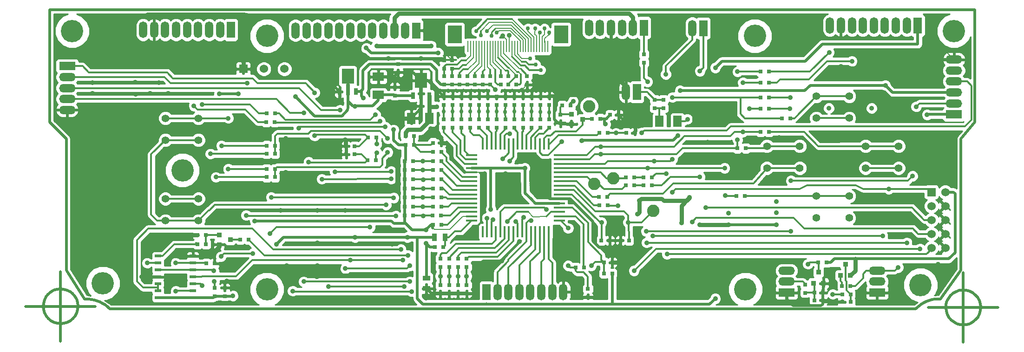
<source format=gtl>
G04 (created by PCBNEW-RS274X (2010-05-05 BZR 2356)-stable) date 3/07/2011 4:56:25 p.m.*
G01*
G70*
G90*
%MOIN*%
G04 Gerber Fmt 3.4, Leading zero omitted, Abs format*
%FSLAX34Y34*%
G04 APERTURE LIST*
%ADD10C,0.006000*%
%ADD11C,0.019700*%
%ADD12R,0.060000X0.060000*%
%ADD13C,0.060000*%
%ADD14O,0.059100X0.118100*%
%ADD15R,0.059100X0.118100*%
%ADD16O,0.118100X0.059100*%
%ADD17R,0.118100X0.059100*%
%ADD18C,0.055000*%
%ADD19R,0.010000X0.080000*%
%ADD20R,0.100000X0.130000*%
%ADD21R,0.027600X0.047200*%
%ADD22R,0.027600X0.078700*%
%ADD23R,0.086600X0.110300*%
%ADD24R,0.035000X0.055000*%
%ADD25C,0.160000*%
%ADD26R,0.080000X0.060000*%
%ADD27R,0.060000X0.080000*%
%ADD28R,0.017700X0.078700*%
%ADD29R,0.078700X0.017700*%
%ADD30R,0.045000X0.020000*%
%ADD31R,0.055000X0.035000*%
%ADD32R,0.025000X0.031500*%
%ADD33R,0.031500X0.025000*%
%ADD34C,0.088600*%
%ADD35C,0.035000*%
%ADD36R,0.036000X0.036000*%
%ADD37C,0.029500*%
%ADD38C,0.031500*%
%ADD39C,0.011800*%
%ADD40C,0.010000*%
%ADD41C,0.008000*%
G04 APERTURE END LIST*
G54D10*
G54D11*
X78691Y-33268D02*
X78667Y-33510D01*
X78596Y-33744D01*
X78482Y-33959D01*
X78327Y-34148D01*
X78139Y-34304D01*
X77925Y-34420D01*
X77692Y-34492D01*
X77449Y-34517D01*
X77207Y-34495D01*
X76973Y-34426D01*
X76757Y-34313D01*
X76567Y-34161D01*
X76410Y-33974D01*
X76293Y-33760D01*
X76219Y-33527D01*
X76192Y-33285D01*
X76212Y-33043D01*
X76279Y-32808D01*
X76391Y-32591D01*
X76542Y-32400D01*
X76728Y-32242D01*
X76941Y-32123D01*
X77173Y-32048D01*
X77415Y-32019D01*
X77658Y-32037D01*
X77893Y-32103D01*
X78110Y-32213D01*
X78303Y-32363D01*
X78462Y-32548D01*
X78582Y-32760D01*
X78659Y-32992D01*
X78690Y-33234D01*
X78691Y-33268D01*
X74941Y-33268D02*
X79941Y-33268D01*
X77441Y-30768D02*
X77441Y-35768D01*
X13927Y-33189D02*
X13903Y-33431D01*
X13832Y-33665D01*
X13718Y-33880D01*
X13563Y-34069D01*
X13375Y-34225D01*
X13161Y-34341D01*
X12928Y-34413D01*
X12685Y-34438D01*
X12443Y-34416D01*
X12209Y-34347D01*
X11993Y-34234D01*
X11803Y-34082D01*
X11646Y-33895D01*
X11529Y-33681D01*
X11455Y-33448D01*
X11428Y-33206D01*
X11448Y-32964D01*
X11515Y-32729D01*
X11627Y-32512D01*
X11778Y-32321D01*
X11964Y-32163D01*
X12177Y-32044D01*
X12409Y-31969D01*
X12651Y-31940D01*
X12894Y-31958D01*
X13129Y-32024D01*
X13346Y-32134D01*
X13539Y-32284D01*
X13698Y-32469D01*
X13818Y-32681D01*
X13895Y-32913D01*
X13926Y-33155D01*
X13927Y-33189D01*
X10177Y-33189D02*
X15177Y-33189D01*
X12677Y-30689D02*
X12677Y-35689D01*
X16167Y-33349D02*
X16013Y-33209D01*
X15848Y-33083D01*
X15672Y-32972D01*
X15487Y-32876D01*
X15295Y-32797D01*
X15096Y-32736D01*
X14893Y-32691D01*
X14687Y-32665D01*
X14480Y-32657D01*
X14397Y-32658D01*
X75802Y-32654D02*
X75595Y-32656D01*
X75387Y-32676D01*
X75183Y-32714D01*
X74982Y-32769D01*
X74787Y-32842D01*
X74599Y-32932D01*
X74419Y-33038D01*
X74250Y-33159D01*
X74092Y-33294D01*
X74017Y-33366D01*
X16181Y-33366D02*
X73986Y-33366D01*
X78248Y-11909D02*
X11909Y-11909D01*
X13091Y-30610D02*
X14390Y-32657D01*
X77264Y-30610D02*
X75807Y-32657D01*
X77264Y-21161D02*
X77264Y-30610D01*
X78248Y-19980D02*
X77264Y-21161D01*
X13091Y-21161D02*
X13091Y-30610D01*
X11909Y-19980D02*
X13091Y-21161D01*
X11909Y-11909D02*
X11909Y-19980D01*
X78248Y-11909D02*
X78248Y-19980D01*
G54D12*
X25784Y-16150D03*
G54D13*
X27260Y-16150D03*
X28736Y-16150D03*
G54D14*
X44804Y-32165D03*
X44017Y-32165D03*
G54D15*
X43229Y-32165D03*
G54D14*
X45591Y-32165D03*
X46379Y-32165D03*
X47166Y-32165D03*
X47953Y-32165D03*
X48740Y-32165D03*
G54D16*
X71260Y-30630D03*
X71260Y-31417D03*
G54D17*
X71260Y-32205D03*
G54D16*
X64763Y-30630D03*
X64763Y-31417D03*
G54D17*
X64763Y-32205D03*
G54D14*
X57992Y-13228D03*
G54D15*
X58780Y-13228D03*
G54D18*
X66890Y-26850D03*
X66890Y-25276D03*
X69252Y-26850D03*
X69252Y-25276D03*
X70433Y-23267D03*
X70433Y-21693D03*
X72795Y-23267D03*
X72795Y-21693D03*
X66890Y-19684D03*
X66890Y-18110D03*
X69252Y-19684D03*
X69252Y-18110D03*
G54D14*
X36614Y-13386D03*
X37402Y-13386D03*
G54D15*
X38189Y-13386D03*
G54D14*
X35827Y-13386D03*
X35039Y-13386D03*
X34252Y-13386D03*
X33465Y-13386D03*
X32677Y-13386D03*
X31890Y-13386D03*
X31102Y-13386D03*
X30315Y-13386D03*
X29528Y-13386D03*
X23326Y-13347D03*
X24113Y-13347D03*
G54D15*
X24901Y-13347D03*
G54D14*
X22539Y-13347D03*
X21751Y-13347D03*
X20964Y-13347D03*
X20177Y-13347D03*
X19390Y-13347D03*
X18602Y-13347D03*
X72598Y-13031D03*
X73385Y-13031D03*
G54D15*
X74173Y-13031D03*
G54D14*
X71811Y-13031D03*
X71023Y-13031D03*
X70236Y-13031D03*
X69449Y-13031D03*
X68662Y-13031D03*
X67874Y-13031D03*
G54D16*
X76772Y-17835D03*
X76772Y-18622D03*
G54D17*
X76772Y-19410D03*
G54D16*
X76772Y-17048D03*
X76772Y-16260D03*
X76772Y-15473D03*
G54D14*
X52952Y-13189D03*
X53739Y-13189D03*
G54D15*
X54527Y-13189D03*
G54D14*
X52165Y-13189D03*
X51377Y-13189D03*
X50590Y-13189D03*
G54D16*
X13150Y-17520D03*
X13150Y-16733D03*
G54D17*
X13150Y-15945D03*
G54D16*
X13150Y-18307D03*
X13150Y-19095D03*
G54D19*
X43878Y-14547D03*
X44078Y-14547D03*
X44273Y-14547D03*
X44468Y-14547D03*
X44668Y-14547D03*
X44863Y-14547D03*
X45058Y-14547D03*
X45258Y-14547D03*
X45453Y-14547D03*
X45648Y-14547D03*
X43681Y-14547D03*
X45848Y-14547D03*
X46043Y-14547D03*
X43484Y-14547D03*
X47618Y-14547D03*
X46238Y-14547D03*
X46438Y-14547D03*
X46633Y-14547D03*
X46828Y-14547D03*
X47028Y-14547D03*
X47223Y-14547D03*
X47418Y-14547D03*
X43287Y-14547D03*
X43091Y-14547D03*
X42894Y-14547D03*
X42697Y-14547D03*
X42500Y-14547D03*
X42303Y-14547D03*
X42106Y-14547D03*
X41909Y-14547D03*
G54D20*
X48588Y-13667D03*
X40958Y-13667D03*
G54D21*
X37952Y-18071D03*
G54D22*
X38543Y-17914D03*
G54D21*
X39134Y-18071D03*
G54D23*
X38543Y-16969D03*
G54D24*
X40257Y-28228D03*
X39507Y-28228D03*
G54D25*
X61811Y-31969D03*
X62480Y-13780D03*
X27480Y-31969D03*
X27480Y-13780D03*
X21417Y-23425D03*
G54D21*
X32696Y-17776D03*
G54D22*
X33287Y-17619D03*
G54D21*
X33878Y-17776D03*
G54D23*
X33287Y-16674D03*
G54D12*
X75150Y-24988D03*
G54D13*
X76150Y-24988D03*
X75150Y-25988D03*
X76150Y-25988D03*
X75150Y-26988D03*
X76150Y-26988D03*
X75150Y-27988D03*
X76150Y-27988D03*
X75150Y-28988D03*
X76150Y-28988D03*
G54D26*
X35473Y-16711D03*
X35473Y-18011D03*
G54D27*
X37834Y-19685D03*
X39134Y-19685D03*
G54D28*
X45159Y-27831D03*
X44844Y-27831D03*
X44529Y-27831D03*
X44214Y-27831D03*
X43899Y-27831D03*
X43584Y-27831D03*
X43269Y-27831D03*
X42954Y-27831D03*
X47682Y-27831D03*
X47682Y-21535D03*
X42954Y-21535D03*
X45477Y-27831D03*
X45792Y-27831D03*
X46107Y-27831D03*
X46422Y-27831D03*
X46737Y-27831D03*
X47052Y-27831D03*
X47367Y-27831D03*
X47367Y-21535D03*
X47052Y-21535D03*
X46737Y-21535D03*
X46422Y-21535D03*
X46107Y-21535D03*
X45792Y-21535D03*
X45477Y-21535D03*
X45159Y-21535D03*
X44844Y-21535D03*
X44529Y-21535D03*
X44214Y-21535D03*
X43899Y-21535D03*
X43584Y-21535D03*
X43269Y-21535D03*
G54D29*
X42166Y-27047D03*
X42166Y-26733D03*
X42166Y-26417D03*
X42166Y-26103D03*
X42166Y-25787D03*
X42166Y-25473D03*
X42166Y-24527D03*
X42166Y-23897D03*
X42166Y-23583D03*
X42166Y-25157D03*
X42166Y-24843D03*
X42166Y-24213D03*
X42166Y-23267D03*
X42166Y-22953D03*
X42166Y-22637D03*
X42166Y-22323D03*
X48466Y-27047D03*
X48466Y-26733D03*
X48466Y-26417D03*
X48466Y-26103D03*
X48466Y-25787D03*
X48466Y-25473D03*
X48466Y-25157D03*
X48466Y-24843D03*
X48466Y-24527D03*
X48466Y-24213D03*
X48466Y-23897D03*
X48466Y-23583D03*
X48466Y-23267D03*
X48466Y-22953D03*
X48466Y-22637D03*
X48466Y-22323D03*
G54D30*
X22167Y-32574D03*
X22167Y-32074D03*
X22167Y-31574D03*
X22167Y-31074D03*
X22167Y-30574D03*
X22167Y-30074D03*
X22167Y-29574D03*
X19667Y-29574D03*
X19667Y-30074D03*
X19667Y-31074D03*
X19667Y-31574D03*
X19667Y-32074D03*
X19667Y-32574D03*
X19667Y-30574D03*
G54D31*
X38917Y-31910D03*
X38917Y-31160D03*
G54D32*
X37977Y-26683D03*
X37377Y-26683D03*
X37977Y-26033D03*
X37377Y-26033D03*
X37977Y-24065D03*
X37377Y-24065D03*
X37977Y-22756D03*
X37377Y-22756D03*
X38539Y-18819D03*
X39139Y-18819D03*
X37977Y-25384D03*
X37377Y-25384D03*
X37977Y-24724D03*
X37377Y-24724D03*
X37977Y-23406D03*
X37377Y-23406D03*
X38017Y-21614D03*
X37417Y-21614D03*
X53450Y-28465D03*
X52850Y-28465D03*
X51472Y-28465D03*
X52072Y-28465D03*
G54D33*
X36654Y-17455D03*
X36654Y-18055D03*
G54D32*
X40143Y-28937D03*
X39543Y-28937D03*
G54D33*
X24449Y-32466D03*
X24449Y-31866D03*
G54D32*
X52102Y-19449D03*
X52702Y-19449D03*
X39985Y-27323D03*
X39385Y-27323D03*
G54D33*
X36890Y-15801D03*
X36890Y-16401D03*
G54D32*
X33765Y-22283D03*
X33165Y-22283D03*
G54D33*
X39921Y-31669D03*
X39921Y-32269D03*
X40551Y-31669D03*
X40551Y-32269D03*
X50512Y-31944D03*
X50512Y-32544D03*
G54D32*
X33765Y-21693D03*
X33165Y-21693D03*
X53264Y-20748D03*
X53864Y-20748D03*
G54D33*
X41181Y-31669D03*
X41181Y-32269D03*
X41811Y-31669D03*
X41811Y-32269D03*
X46142Y-16669D03*
X46142Y-17269D03*
X44251Y-16669D03*
X44251Y-17269D03*
X42953Y-16669D03*
X42953Y-17269D03*
X41850Y-16669D03*
X41850Y-17269D03*
X43504Y-16669D03*
X43504Y-17269D03*
X42402Y-16669D03*
X42402Y-17269D03*
X41299Y-16669D03*
X41299Y-17269D03*
X45354Y-17269D03*
X45354Y-16669D03*
X44803Y-16669D03*
X44803Y-17269D03*
G54D32*
X37417Y-20984D03*
X38017Y-20984D03*
X39385Y-21457D03*
X39985Y-21457D03*
X39975Y-26683D03*
X39375Y-26683D03*
X39985Y-25384D03*
X39385Y-25384D03*
X39985Y-24065D03*
X39385Y-24065D03*
X39985Y-22756D03*
X39385Y-22756D03*
G54D33*
X41181Y-29779D03*
X41181Y-30379D03*
G54D32*
X39985Y-26033D03*
X39385Y-26033D03*
X39986Y-24724D03*
X39386Y-24724D03*
X39985Y-23406D03*
X39385Y-23406D03*
X39985Y-22106D03*
X39385Y-22106D03*
X51304Y-25335D03*
X51904Y-25335D03*
X54493Y-23947D03*
X55093Y-23947D03*
G54D33*
X39921Y-29764D03*
X39921Y-30379D03*
X40551Y-29779D03*
X40551Y-30379D03*
X41811Y-29779D03*
X41811Y-30379D03*
G54D32*
X51314Y-25935D03*
X51914Y-25935D03*
X54493Y-24508D03*
X55093Y-24508D03*
X52249Y-30826D03*
X51649Y-30826D03*
X49621Y-30413D03*
X50221Y-30413D03*
X23726Y-30118D03*
X23126Y-30118D03*
G54D33*
X23740Y-32466D03*
X23740Y-31866D03*
G54D32*
X50803Y-19724D03*
X51403Y-19724D03*
G54D33*
X48543Y-20024D03*
X48543Y-19424D03*
G54D32*
X49276Y-18780D03*
X48676Y-18780D03*
G54D33*
X40748Y-15527D03*
X40748Y-16127D03*
X40748Y-17269D03*
X40748Y-16669D03*
X40197Y-17269D03*
X40197Y-16669D03*
X40197Y-15526D03*
X40197Y-16126D03*
X40177Y-19779D03*
X40177Y-20379D03*
X41437Y-19779D03*
X41437Y-20379D03*
X42697Y-19779D03*
X42697Y-20379D03*
X43957Y-19779D03*
X43957Y-20379D03*
X40177Y-18125D03*
X40177Y-18725D03*
X41437Y-18125D03*
X41437Y-18725D03*
X42697Y-18125D03*
X42697Y-18725D03*
X43957Y-18125D03*
X43957Y-18725D03*
X40807Y-19779D03*
X40807Y-20379D03*
X42067Y-19779D03*
X42067Y-20379D03*
X43327Y-19779D03*
X43327Y-20379D03*
X44587Y-19779D03*
X44587Y-20379D03*
X40807Y-18125D03*
X40807Y-18725D03*
X42067Y-18125D03*
X42067Y-18725D03*
X43327Y-18125D03*
X43327Y-18725D03*
X44587Y-18125D03*
X44587Y-18725D03*
X47106Y-19779D03*
X47106Y-20379D03*
X45846Y-19779D03*
X45846Y-20379D03*
X47736Y-19779D03*
X47736Y-20379D03*
X46476Y-19779D03*
X46476Y-20379D03*
X45217Y-19779D03*
X45217Y-20379D03*
X47736Y-18125D03*
X47736Y-18725D03*
X46476Y-18125D03*
X46476Y-18725D03*
X45217Y-18125D03*
X45217Y-18725D03*
X47106Y-18125D03*
X47106Y-18725D03*
X45846Y-18125D03*
X45846Y-18725D03*
G54D32*
X51916Y-20748D03*
X51316Y-20748D03*
G54D25*
X76772Y-13425D03*
X74370Y-31653D03*
X13504Y-13425D03*
X15709Y-31535D03*
G54D27*
X56933Y-19913D03*
X55633Y-19913D03*
G54D18*
X63347Y-23267D03*
X63347Y-21693D03*
X65709Y-23267D03*
X65709Y-21693D03*
X20197Y-21259D03*
X20197Y-19685D03*
X22559Y-21259D03*
X22559Y-19685D03*
X20197Y-27047D03*
X20197Y-25473D03*
X22559Y-27047D03*
X22559Y-25473D03*
G54D32*
X34739Y-21063D03*
X35339Y-21063D03*
X34700Y-22717D03*
X35300Y-22717D03*
X67623Y-30039D03*
X67023Y-30039D03*
X28056Y-23327D03*
X27456Y-23327D03*
X61157Y-25276D03*
X61757Y-25276D03*
X68745Y-31742D03*
X69345Y-31742D03*
G54D33*
X66101Y-31629D03*
X66101Y-32229D03*
G54D32*
X66747Y-32756D03*
X67347Y-32756D03*
X62889Y-19016D03*
X63489Y-19016D03*
X28036Y-19961D03*
X27436Y-19961D03*
X62889Y-16339D03*
X63489Y-16339D03*
X28056Y-23917D03*
X27456Y-23917D03*
X68755Y-32323D03*
X69355Y-32323D03*
X61235Y-21850D03*
X61835Y-21850D03*
X28056Y-21653D03*
X27456Y-21653D03*
X62889Y-17126D03*
X63489Y-17126D03*
X28052Y-19346D03*
X27452Y-19346D03*
X62889Y-18189D03*
X63489Y-18189D03*
X62889Y-20669D03*
X63489Y-20669D03*
X64424Y-19685D03*
X65024Y-19685D03*
X28056Y-22244D03*
X27456Y-22244D03*
X67346Y-32205D03*
X66746Y-32205D03*
G54D34*
X50591Y-18819D03*
X55197Y-26339D03*
G54D32*
X68755Y-32874D03*
X69355Y-32874D03*
G54D35*
X53402Y-27165D03*
X51480Y-27165D03*
G54D32*
X53224Y-23947D03*
X53824Y-23947D03*
X53224Y-24508D03*
X53824Y-24508D03*
G54D34*
X50955Y-24390D03*
X52333Y-23986D03*
G54D36*
X69336Y-30971D03*
X68636Y-30971D03*
X68986Y-30171D03*
X67396Y-31542D03*
X66696Y-31542D03*
X67046Y-30742D03*
X49324Y-20114D03*
X49324Y-19414D03*
X50124Y-19764D03*
G54D32*
X22511Y-28055D03*
X23111Y-28055D03*
X26158Y-28390D03*
X25558Y-28390D03*
X22511Y-28736D03*
X23111Y-28736D03*
G54D36*
X24049Y-28756D03*
X24049Y-28056D03*
X24849Y-28406D03*
G54D33*
X55303Y-18354D03*
X55303Y-18954D03*
X55933Y-18354D03*
X55933Y-18954D03*
G54D14*
X53232Y-17811D03*
G54D15*
X54020Y-17811D03*
G54D33*
X54520Y-15709D03*
X54520Y-15109D03*
G54D32*
X52249Y-30039D03*
X51649Y-30039D03*
G54D35*
X64035Y-25679D03*
X64016Y-26457D03*
X64016Y-27323D03*
X60591Y-27323D03*
X60591Y-26496D03*
X58543Y-27343D03*
X70866Y-18976D03*
X67795Y-18976D03*
X57224Y-27195D03*
X54055Y-26555D03*
X54183Y-25600D03*
X45591Y-28543D03*
X48209Y-28949D03*
X48598Y-29760D03*
X30906Y-20945D03*
X30906Y-17854D03*
X35354Y-14488D03*
X39252Y-14488D03*
X39646Y-18858D03*
X29752Y-20390D03*
X48630Y-21370D03*
X35961Y-20311D03*
X74331Y-29055D03*
X53819Y-30630D03*
X39921Y-31024D03*
X37717Y-31417D03*
X40551Y-31024D03*
X30118Y-19299D03*
X30118Y-31417D03*
X38701Y-24094D03*
X31417Y-24055D03*
X36388Y-24045D03*
X36388Y-23504D03*
X32362Y-23543D03*
X38661Y-23406D03*
X32717Y-19094D03*
X37717Y-30276D03*
X49094Y-30276D03*
X33110Y-30472D03*
X41811Y-31024D03*
X29331Y-32087D03*
X26051Y-17169D03*
X37874Y-32126D03*
X34874Y-27504D03*
X24181Y-29618D03*
X26476Y-29394D03*
X22835Y-31693D03*
X18898Y-30079D03*
X27689Y-27984D03*
X62087Y-19016D03*
X60315Y-23268D03*
X60354Y-25236D03*
X54780Y-23268D03*
X35591Y-19909D03*
X35264Y-19433D03*
X56567Y-18189D03*
X55260Y-22780D03*
X56567Y-22630D03*
X51417Y-22283D03*
X61244Y-21236D03*
X36142Y-22126D03*
X61244Y-16346D03*
X61634Y-17126D03*
X61618Y-20669D03*
X51417Y-21732D03*
X36142Y-21142D03*
X65709Y-23267D03*
X58543Y-16299D03*
X58543Y-23898D03*
X56102Y-16535D03*
X56142Y-23661D03*
G54D37*
X46476Y-19213D03*
X47047Y-13524D03*
X47717Y-13543D03*
X47736Y-19252D03*
X42480Y-13441D03*
X40177Y-19213D03*
X40807Y-19213D03*
X42835Y-13740D03*
X41437Y-19213D03*
X43268Y-13425D03*
X42067Y-19213D03*
X43583Y-13780D03*
X43976Y-13543D03*
X42697Y-19213D03*
X43327Y-19213D03*
X46378Y-15394D03*
X46772Y-15827D03*
X43957Y-19213D03*
X47126Y-16220D03*
X44567Y-19242D03*
X46211Y-13228D03*
X45217Y-19213D03*
X47382Y-13228D03*
X47106Y-19232D03*
X46713Y-13228D03*
X45846Y-19252D03*
G54D35*
X38701Y-24724D03*
X55157Y-28150D03*
X71654Y-28150D03*
X65000Y-19016D03*
X65039Y-18189D03*
X54724Y-28622D03*
X38661Y-26033D03*
X73386Y-28622D03*
X67815Y-14961D03*
X69449Y-15591D03*
X52657Y-25955D03*
X36024Y-25906D03*
X45315Y-27087D03*
X37598Y-29528D03*
X45906Y-26811D03*
X33465Y-29882D03*
X37244Y-29882D03*
X54685Y-27795D03*
X38661Y-22756D03*
X65079Y-24173D03*
X74055Y-18858D03*
X73799Y-23839D03*
X65079Y-27795D03*
X50748Y-30276D03*
X58976Y-26102D03*
X39764Y-15000D03*
X34606Y-14646D03*
X49449Y-18465D03*
X38701Y-26693D03*
X25984Y-26654D03*
X36732Y-26693D03*
X23819Y-23917D03*
X24213Y-21654D03*
X38661Y-25384D03*
X27780Y-25358D03*
X36575Y-25394D03*
X22244Y-18799D03*
X22831Y-18685D03*
X54374Y-20724D03*
X52520Y-20748D03*
X46417Y-27047D03*
X57992Y-27126D03*
X43264Y-26858D03*
X56575Y-25000D03*
X66299Y-30157D03*
X72087Y-24764D03*
X37087Y-29094D03*
X44724Y-27087D03*
X44902Y-20817D03*
X50591Y-18819D03*
X30472Y-22835D03*
X72756Y-30394D03*
X56181Y-29449D03*
X43701Y-26969D03*
X31890Y-31772D03*
X41181Y-31024D03*
X37323Y-31772D03*
X44862Y-13740D03*
X43858Y-17638D03*
X34409Y-18228D03*
X71850Y-17323D03*
X57118Y-17709D03*
X36575Y-20512D03*
X56969Y-20921D03*
X50055Y-21295D03*
X24059Y-17949D03*
X38898Y-27697D03*
X38898Y-28661D03*
X26610Y-27055D03*
X25440Y-17922D03*
X42142Y-27854D03*
X45823Y-22425D03*
X47411Y-23110D03*
X53976Y-19921D03*
X60299Y-22488D03*
X59094Y-18701D03*
X59087Y-22512D03*
X59094Y-21417D03*
X62598Y-22697D03*
X61644Y-23819D03*
X36457Y-28740D03*
X24315Y-26709D03*
X23654Y-29303D03*
X18938Y-28858D03*
X25600Y-19715D03*
X24311Y-25236D03*
X25600Y-22746D03*
X24222Y-22776D03*
X75709Y-22953D03*
X57805Y-25374D03*
X75709Y-21575D03*
X74528Y-20945D03*
X74528Y-22953D03*
X73858Y-25406D03*
X76850Y-24311D03*
X32313Y-24646D03*
X35404Y-24724D03*
X36663Y-24695D03*
X36841Y-22982D03*
X30965Y-21585D03*
X29695Y-21781D03*
X58142Y-21429D03*
X49213Y-14783D03*
X39252Y-12913D03*
X39262Y-13907D03*
X44606Y-23681D03*
X70655Y-15222D03*
X69852Y-15000D03*
X12638Y-14843D03*
X14764Y-14882D03*
X20020Y-24715D03*
X22844Y-24734D03*
X22776Y-22018D03*
X20010Y-22067D03*
X15020Y-12559D03*
X17016Y-13575D03*
X15020Y-14252D03*
X14961Y-17126D03*
X29921Y-15433D03*
X28868Y-14734D03*
X28455Y-12451D03*
X18937Y-12283D03*
X26024Y-12313D03*
X25896Y-14705D03*
X25915Y-13514D03*
X18504Y-31063D03*
X16496Y-27874D03*
X17461Y-32392D03*
X17441Y-30610D03*
X16959Y-29252D03*
X14990Y-29291D03*
X52156Y-16329D03*
X53150Y-16348D03*
X57795Y-22520D03*
X21024Y-18937D03*
X60787Y-14724D03*
X53130Y-15404D03*
X50148Y-15669D03*
X49557Y-17175D03*
X18071Y-17953D03*
X19094Y-17913D03*
X20394Y-17913D03*
X14961Y-17913D03*
X72953Y-15473D03*
X72992Y-18976D03*
X58425Y-31260D03*
X64213Y-21083D03*
X64016Y-24213D03*
X72717Y-25394D03*
X72717Y-26772D03*
X71024Y-25394D03*
X72717Y-28071D03*
X15000Y-27874D03*
X51890Y-17795D03*
X28819Y-23583D03*
X28780Y-24764D03*
X25906Y-32441D03*
X25945Y-31417D03*
X28898Y-31063D03*
X28898Y-30276D03*
X34921Y-30945D03*
X32480Y-30866D03*
X34921Y-28701D03*
X35709Y-30945D03*
X36693Y-30945D03*
X42638Y-31063D03*
X75630Y-30157D03*
X72992Y-32205D03*
X60315Y-13819D03*
X60315Y-12638D03*
X29685Y-23622D03*
X30551Y-23661D03*
X30551Y-24724D03*
X58142Y-20059D03*
X62638Y-30079D03*
X60945Y-30079D03*
X58425Y-30118D03*
X31102Y-28622D03*
X31102Y-30276D03*
X28465Y-26299D03*
X31102Y-26299D03*
X57795Y-15748D03*
X58150Y-18701D03*
X31417Y-24764D03*
X16535Y-20512D03*
X16535Y-19331D03*
X18031Y-19281D03*
X16535Y-22047D03*
X16535Y-23622D03*
X16535Y-25197D03*
X56220Y-12874D03*
X56220Y-13858D03*
X60512Y-16220D03*
X60512Y-17165D03*
X60472Y-18701D03*
X54528Y-31299D03*
X55827Y-31260D03*
X57205Y-31260D03*
X57205Y-32244D03*
X55827Y-32244D03*
X54528Y-32244D03*
X31063Y-31063D03*
X36102Y-32677D03*
X29331Y-32677D03*
X30197Y-32677D03*
X31063Y-32677D03*
X31929Y-32677D03*
X32756Y-32677D03*
X33583Y-32677D03*
X28819Y-21142D03*
X28819Y-22520D03*
X14961Y-20551D03*
X35717Y-27717D03*
X44331Y-29921D03*
X43110Y-23661D03*
X44055Y-24419D03*
X45118Y-24449D03*
X71024Y-26811D03*
X33110Y-26299D03*
X33110Y-28701D03*
X33110Y-24646D03*
X23701Y-15433D03*
X22953Y-15433D03*
X22126Y-15433D03*
X21339Y-15433D03*
X20551Y-15433D03*
X51693Y-32244D03*
X52874Y-32205D03*
X46722Y-24419D03*
X38898Y-32598D03*
X68661Y-15984D03*
X76811Y-21457D03*
X70866Y-20906D03*
X36201Y-15413D03*
X39213Y-20433D03*
X37087Y-19685D03*
X14961Y-23622D03*
X14961Y-22047D03*
X14961Y-25197D03*
X14961Y-26575D03*
X16535Y-26575D03*
X32717Y-18504D03*
X33110Y-21220D03*
X43110Y-24409D03*
X70866Y-16732D03*
X68661Y-14961D03*
X52165Y-15315D03*
X74055Y-15473D03*
X30709Y-15433D03*
X31535Y-15433D03*
X32913Y-15413D03*
X34134Y-15413D03*
X24606Y-31378D03*
X24567Y-30512D03*
X39764Y-17717D03*
X44402Y-13756D03*
X40457Y-14839D03*
X38543Y-15394D03*
X75197Y-14567D03*
X75197Y-12598D03*
X60472Y-19921D03*
X18031Y-17087D03*
X58425Y-32205D03*
X67559Y-23437D03*
X67559Y-20906D03*
X67559Y-22358D03*
X64213Y-14094D03*
X64252Y-12874D03*
X19724Y-17126D03*
X29685Y-24803D03*
X56969Y-16969D03*
X43591Y-31059D03*
X20945Y-32087D03*
X20945Y-30079D03*
X68071Y-32323D03*
X44882Y-22756D03*
X35354Y-22165D03*
X24705Y-23327D03*
X24705Y-19685D03*
X23425Y-22244D03*
X35354Y-21535D03*
X44386Y-22614D03*
X54783Y-17067D03*
X47520Y-26240D03*
X57646Y-19752D03*
X49091Y-27579D03*
X23701Y-31417D03*
X23661Y-30630D03*
X28154Y-28736D03*
X25039Y-32441D03*
X59646Y-16063D03*
X59646Y-32638D03*
X33799Y-28228D03*
X33799Y-18819D03*
X74843Y-19429D03*
X45984Y-23268D03*
X43543Y-26220D03*
X37559Y-28228D03*
X51772Y-20118D03*
X29528Y-18150D03*
G54D11*
X60591Y-27323D02*
X64016Y-27323D01*
G54D38*
X58563Y-27323D02*
X58543Y-27343D01*
X60591Y-27323D02*
X58563Y-27323D01*
X57589Y-25610D02*
X55955Y-25610D01*
X55955Y-25610D02*
X55808Y-25463D01*
X55808Y-25463D02*
X54320Y-25463D01*
X54320Y-25463D02*
X54183Y-25600D01*
X54183Y-25600D02*
X54183Y-26427D01*
X57805Y-25374D02*
X57224Y-25955D01*
X57224Y-25955D02*
X57224Y-27195D01*
X54183Y-26427D02*
X54055Y-26555D01*
X57805Y-25374D02*
X57805Y-25394D01*
X57805Y-25394D02*
X57589Y-25610D01*
X48598Y-29338D02*
X48209Y-28949D01*
X48598Y-29760D02*
X48598Y-29338D01*
G54D39*
X26461Y-16819D02*
X20740Y-16819D01*
X26811Y-17169D02*
X26461Y-16819D01*
X30255Y-17169D02*
X26811Y-17169D01*
X30906Y-17820D02*
X30255Y-17169D01*
X33765Y-21693D02*
X34109Y-21693D01*
X34109Y-21693D02*
X34739Y-21063D01*
X30985Y-20866D02*
X34542Y-20866D01*
X30906Y-20945D02*
X30985Y-20866D01*
X34542Y-20866D02*
X34739Y-21063D01*
X14704Y-16397D02*
X14252Y-15945D01*
X13150Y-15945D02*
X14252Y-15945D01*
X30906Y-17854D02*
X30906Y-17820D01*
X20740Y-16819D02*
X20319Y-16397D01*
X20319Y-16397D02*
X14704Y-16397D01*
G54D38*
X37417Y-20693D02*
X37417Y-20984D01*
X39134Y-19685D02*
X39134Y-18824D01*
X39134Y-18814D02*
X39139Y-18819D01*
X39134Y-18824D02*
X39139Y-18819D01*
X39134Y-18071D02*
X39134Y-18814D01*
X39178Y-18858D02*
X39139Y-18819D01*
X39646Y-18858D02*
X39178Y-18858D01*
X39134Y-19685D02*
X39134Y-19881D01*
X38503Y-20512D02*
X37598Y-20512D01*
X37598Y-20512D02*
X37417Y-20693D01*
X39134Y-19881D02*
X38503Y-20512D01*
X35354Y-14488D02*
X39252Y-14488D01*
G54D39*
X47244Y-22323D02*
X47052Y-22131D01*
X47677Y-22323D02*
X47244Y-22323D01*
X47677Y-22323D02*
X48630Y-21370D01*
X29831Y-20311D02*
X29752Y-20390D01*
X35961Y-20311D02*
X29831Y-20311D01*
X47052Y-21535D02*
X47052Y-22131D01*
X38017Y-21614D02*
X38017Y-20984D01*
X39228Y-21614D02*
X39385Y-21457D01*
X38509Y-22106D02*
X38017Y-21614D01*
X39385Y-22106D02*
X38509Y-22106D01*
X38017Y-21614D02*
X39228Y-21614D01*
X54520Y-15109D02*
X54520Y-13196D01*
X54520Y-13196D02*
X54527Y-13189D01*
X55394Y-29055D02*
X74331Y-29055D01*
X39921Y-30551D02*
X39921Y-30379D01*
X39921Y-31669D02*
X39921Y-31024D01*
X53819Y-30630D02*
X55394Y-29055D01*
X39921Y-31024D02*
X39921Y-30551D01*
G54D38*
X53465Y-12165D02*
X36929Y-12165D01*
X36929Y-12165D02*
X36614Y-12480D01*
X53739Y-13189D02*
X53739Y-12439D01*
X36614Y-12480D02*
X36614Y-13386D01*
X53739Y-12439D02*
X53465Y-12165D01*
G54D39*
X29141Y-19299D02*
X30118Y-19299D01*
X28150Y-18308D02*
X29141Y-19299D01*
X40551Y-31024D02*
X40551Y-30379D01*
X40551Y-31669D02*
X40551Y-31024D01*
X28150Y-18307D02*
X28150Y-18308D01*
X13150Y-18307D02*
X28150Y-18307D01*
X37717Y-31417D02*
X30118Y-31417D01*
X31417Y-24055D02*
X36388Y-24045D01*
X37977Y-24065D02*
X38701Y-24065D01*
X38701Y-24065D02*
X39385Y-24065D01*
X38701Y-24094D02*
X38701Y-24065D01*
X38622Y-23406D02*
X38661Y-23406D01*
X36358Y-23543D02*
X32362Y-23543D01*
X38661Y-23406D02*
X39385Y-23406D01*
X36388Y-23504D02*
X36358Y-23543D01*
X37977Y-23406D02*
X38622Y-23406D01*
X47166Y-29991D02*
X47166Y-32165D01*
X47367Y-29790D02*
X47166Y-29991D01*
X47367Y-27831D02*
X47367Y-29790D01*
X47953Y-30063D02*
X47953Y-32165D01*
X47682Y-27831D02*
X47682Y-29792D01*
X47682Y-29792D02*
X47953Y-30063D01*
X47682Y-27831D02*
X47682Y-28194D01*
X29783Y-17520D02*
X13150Y-17520D01*
X49724Y-30748D02*
X49621Y-30645D01*
X37521Y-30472D02*
X33110Y-30472D01*
X49621Y-30413D02*
X49231Y-30413D01*
X31357Y-19094D02*
X32717Y-19094D01*
X29783Y-17520D02*
X31357Y-19094D01*
X50512Y-31944D02*
X50512Y-31063D01*
X50512Y-31063D02*
X50197Y-30748D01*
X49621Y-30645D02*
X49621Y-30413D01*
X37717Y-30276D02*
X37521Y-30472D01*
X49094Y-30276D02*
X49231Y-30413D01*
X50197Y-30748D02*
X49724Y-30748D01*
X41811Y-31669D02*
X41811Y-31024D01*
X37874Y-32126D02*
X37874Y-32126D01*
X41811Y-31024D02*
X41811Y-30379D01*
X13150Y-16733D02*
X20118Y-16733D01*
X20118Y-16733D02*
X20571Y-17181D01*
X29370Y-32126D02*
X29331Y-32087D01*
X29370Y-32126D02*
X37874Y-32126D01*
X20571Y-17181D02*
X26012Y-17181D01*
X26039Y-17181D02*
X26012Y-17181D01*
X26051Y-17169D02*
X26039Y-17181D01*
X50462Y-23897D02*
X48466Y-23897D01*
X50955Y-24390D02*
X50462Y-23897D01*
X51653Y-24774D02*
X52958Y-24774D01*
X52958Y-24774D02*
X53224Y-24508D01*
X51269Y-24390D02*
X51653Y-24774D01*
X50955Y-24390D02*
X51269Y-24390D01*
X53185Y-23986D02*
X53224Y-23947D01*
X52333Y-23986D02*
X53185Y-23986D01*
X52333Y-23986D02*
X51821Y-23986D01*
X51417Y-23583D02*
X48466Y-23583D01*
X51418Y-23583D02*
X51821Y-23986D01*
X51417Y-23583D02*
X51418Y-23583D01*
X22716Y-31574D02*
X22167Y-31574D01*
X18903Y-30074D02*
X18898Y-30079D01*
X19667Y-30074D02*
X18903Y-30074D01*
X24181Y-29618D02*
X24405Y-29394D01*
X24405Y-29394D02*
X26476Y-29394D01*
X34874Y-27504D02*
X28169Y-27504D01*
X22835Y-31693D02*
X22716Y-31574D01*
X28169Y-27504D02*
X27689Y-27984D01*
X35488Y-20012D02*
X35591Y-19909D01*
X60315Y-23268D02*
X54780Y-23268D01*
X54780Y-23268D02*
X54685Y-23268D01*
X54685Y-23268D02*
X51694Y-23268D01*
X51694Y-23268D02*
X51693Y-23267D01*
X60394Y-25276D02*
X61157Y-25276D01*
X60354Y-25236D02*
X60394Y-25276D01*
X48466Y-23267D02*
X51693Y-23267D01*
X35185Y-20012D02*
X28087Y-20012D01*
X60314Y-23267D02*
X60315Y-23268D01*
X62889Y-19016D02*
X62087Y-19016D01*
X35185Y-20012D02*
X35488Y-20012D01*
X28036Y-19961D02*
X28087Y-20012D01*
X61772Y-19685D02*
X61457Y-19370D01*
X61457Y-19370D02*
X61457Y-18189D01*
X28810Y-19791D02*
X28365Y-19346D01*
X51259Y-22953D02*
X51224Y-22953D01*
X28365Y-19346D02*
X28052Y-19346D01*
X35264Y-19433D02*
X34906Y-19791D01*
X62889Y-18189D02*
X61457Y-18189D01*
X64424Y-19685D02*
X61772Y-19685D01*
X51224Y-22953D02*
X51740Y-22953D01*
X56417Y-22780D02*
X56567Y-22630D01*
X56567Y-18189D02*
X61457Y-18189D01*
X51740Y-22953D02*
X51913Y-22780D01*
X34906Y-19791D02*
X28810Y-19791D01*
X55260Y-22780D02*
X56417Y-22780D01*
X51913Y-22780D02*
X55260Y-22780D01*
X51224Y-22953D02*
X48466Y-22953D01*
X35590Y-23189D02*
X28194Y-23189D01*
X50984Y-22283D02*
X51417Y-22283D01*
X35748Y-22559D02*
X35748Y-23031D01*
X28194Y-23189D02*
X28056Y-23327D01*
X36142Y-22165D02*
X35748Y-22559D01*
X36142Y-22126D02*
X36142Y-22165D01*
X61235Y-21245D02*
X61244Y-21236D01*
X57294Y-21850D02*
X61235Y-21850D01*
X35748Y-23031D02*
X35590Y-23189D01*
X48466Y-22637D02*
X50630Y-22637D01*
X51417Y-22283D02*
X56861Y-22283D01*
X61244Y-16346D02*
X61251Y-16339D01*
X61235Y-21850D02*
X61235Y-21245D01*
X50630Y-22637D02*
X50984Y-22283D01*
X28056Y-23327D02*
X28056Y-23917D01*
X56861Y-22283D02*
X57294Y-21850D01*
X61251Y-16339D02*
X62889Y-16339D01*
X30449Y-20791D02*
X30642Y-20598D01*
X28229Y-20791D02*
X30449Y-20791D01*
X28056Y-20964D02*
X28229Y-20791D01*
X28056Y-21653D02*
X28056Y-21063D01*
X28056Y-20960D02*
X28056Y-20969D01*
X28056Y-20969D02*
X28056Y-21063D01*
X62889Y-17126D02*
X61634Y-17126D01*
X51417Y-21732D02*
X56682Y-21732D01*
X56682Y-21732D02*
X57434Y-20980D01*
X57434Y-20980D02*
X60713Y-20980D01*
X60709Y-20984D02*
X60713Y-20980D01*
X60713Y-20980D02*
X61024Y-20669D01*
X61024Y-20669D02*
X61618Y-20669D01*
X61618Y-20669D02*
X62889Y-20669D01*
X28056Y-22244D02*
X28056Y-21653D01*
X50443Y-22323D02*
X51033Y-21732D01*
X51033Y-21732D02*
X51417Y-21732D01*
X48466Y-22323D02*
X50443Y-22323D01*
X28056Y-20969D02*
X28056Y-20964D01*
X35598Y-20598D02*
X30642Y-20598D01*
X36142Y-21142D02*
X35598Y-20598D01*
X63347Y-23267D02*
X62401Y-24370D01*
X52087Y-25098D02*
X51904Y-25335D01*
X55885Y-25099D02*
X56614Y-24370D01*
X52192Y-25099D02*
X55885Y-25099D01*
X56614Y-24370D02*
X62401Y-24370D01*
X52192Y-25099D02*
X52087Y-25098D01*
X70433Y-23267D02*
X72795Y-23267D01*
X63347Y-23267D02*
X65709Y-23267D01*
X69252Y-19684D02*
X66890Y-19684D01*
X58543Y-16299D02*
X58780Y-16063D01*
X56417Y-23898D02*
X55797Y-24518D01*
X58780Y-13228D02*
X58780Y-16063D01*
X56417Y-23898D02*
X58543Y-23898D01*
X55103Y-24518D02*
X55093Y-24508D01*
X55797Y-24518D02*
X55103Y-24518D01*
X56142Y-23661D02*
X55384Y-23661D01*
X57992Y-13228D02*
X57992Y-14055D01*
X55384Y-23661D02*
X55093Y-23947D01*
X56102Y-16535D02*
X56102Y-15945D01*
X56102Y-15945D02*
X57992Y-14055D01*
G54D40*
X47031Y-13575D02*
X47047Y-13524D01*
G54D39*
X46476Y-19213D02*
X46476Y-18725D01*
X46476Y-19779D02*
X46476Y-19213D01*
G54D41*
X47028Y-14547D02*
X47031Y-13575D01*
X47418Y-14547D02*
X47402Y-13976D01*
G54D39*
X47736Y-19779D02*
X47736Y-19252D01*
X47736Y-19252D02*
X47736Y-18725D01*
G54D41*
X47402Y-13976D02*
X47717Y-13661D01*
G54D40*
X47717Y-13661D02*
X47717Y-13543D01*
G54D39*
X42480Y-13441D02*
X43307Y-12559D01*
G54D41*
X45069Y-12559D02*
X46438Y-13928D01*
X46438Y-14547D02*
X46438Y-13928D01*
G54D39*
X40177Y-19779D02*
X40177Y-19213D01*
X40177Y-19213D02*
X40177Y-18725D01*
X43307Y-12559D02*
X45069Y-12559D01*
G54D41*
X43425Y-12795D02*
X45049Y-12795D01*
G54D39*
X40807Y-19213D02*
X40807Y-18725D01*
G54D41*
X46220Y-13966D02*
X46220Y-14529D01*
G54D39*
X42835Y-13740D02*
X42835Y-13425D01*
G54D41*
X46220Y-13966D02*
X45049Y-12795D01*
X46238Y-14547D02*
X46220Y-14529D01*
X42835Y-13425D02*
X43425Y-12795D01*
G54D39*
X40807Y-19779D02*
X40807Y-19213D01*
X41437Y-19213D02*
X41437Y-18725D01*
G54D41*
X45000Y-12992D02*
X46043Y-14035D01*
G54D39*
X41437Y-19779D02*
X41437Y-19213D01*
G54D41*
X43701Y-12992D02*
X45000Y-12992D01*
X43268Y-13425D02*
X43701Y-12992D01*
X46043Y-14547D02*
X46043Y-14035D01*
G54D40*
X42067Y-19779D02*
X42067Y-19213D01*
G54D41*
X45848Y-14547D02*
X45848Y-14066D01*
X45002Y-13220D02*
X43866Y-13220D01*
G54D40*
X43866Y-13220D02*
X43583Y-13504D01*
X42067Y-19213D02*
X42067Y-18725D01*
X43583Y-13504D02*
X43583Y-13780D01*
G54D41*
X45848Y-14066D02*
X45002Y-13220D01*
X44917Y-13398D02*
X44173Y-13390D01*
G54D39*
X42697Y-19213D02*
X42697Y-18725D01*
G54D41*
X44173Y-13390D02*
X43976Y-13543D01*
X45647Y-14130D02*
X44917Y-13398D01*
G54D39*
X42697Y-19779D02*
X42697Y-19213D01*
G54D41*
X45648Y-14547D02*
X45647Y-14130D01*
X45770Y-15394D02*
X46378Y-15394D01*
G54D39*
X43327Y-19213D02*
X43327Y-18725D01*
G54D41*
X45453Y-14547D02*
X45453Y-15077D01*
X45453Y-15077D02*
X45770Y-15394D01*
G54D39*
X43327Y-19779D02*
X43327Y-19213D01*
X45748Y-15630D02*
X46063Y-15630D01*
G54D41*
X45258Y-15140D02*
X45748Y-15630D01*
G54D39*
X43957Y-19213D02*
X43957Y-18725D01*
X46063Y-15630D02*
X46260Y-15827D01*
X46260Y-15827D02*
X46772Y-15827D01*
X43957Y-19779D02*
X43957Y-19213D01*
G54D41*
X45258Y-14547D02*
X45258Y-15140D01*
G54D39*
X46299Y-16220D02*
X47126Y-16220D01*
X45709Y-15906D02*
X45985Y-15906D01*
X44567Y-19242D02*
X44587Y-18725D01*
G54D41*
X45058Y-14547D02*
X45058Y-15255D01*
G54D39*
X45985Y-15906D02*
X46299Y-16220D01*
X45058Y-15255D02*
X45709Y-15906D01*
X44587Y-19779D02*
X44567Y-19242D01*
G54D41*
X46633Y-14547D02*
X46634Y-13858D01*
G54D39*
X45217Y-19779D02*
X45217Y-19213D01*
G54D41*
X46211Y-13228D02*
X46211Y-13434D01*
G54D39*
X45217Y-19213D02*
X45217Y-18725D01*
G54D41*
X46634Y-13858D02*
X46211Y-13434D01*
G54D39*
X47106Y-19232D02*
X47106Y-18725D01*
X47106Y-19779D02*
X47106Y-19232D01*
G54D41*
X47223Y-14547D02*
X47224Y-13819D01*
X47224Y-13819D02*
X47382Y-13661D01*
X47382Y-13661D02*
X47382Y-13228D01*
X46828Y-14547D02*
X46823Y-13771D01*
G54D39*
X45846Y-19252D02*
X45846Y-18725D01*
G54D41*
X46823Y-13771D02*
X46707Y-13661D01*
X46707Y-13661D02*
X46713Y-13228D01*
G54D39*
X45846Y-19779D02*
X45846Y-19252D01*
X37977Y-24724D02*
X38701Y-24724D01*
X71654Y-28150D02*
X55157Y-28150D01*
X38740Y-24724D02*
X39386Y-24724D01*
X38701Y-24724D02*
X38740Y-24724D01*
X65000Y-19016D02*
X63489Y-19016D01*
X65039Y-18189D02*
X63489Y-18189D01*
X39385Y-26033D02*
X38701Y-26033D01*
X38661Y-26033D02*
X37977Y-26033D01*
X38701Y-26033D02*
X38661Y-26033D01*
X54724Y-28622D02*
X73386Y-28622D01*
X66437Y-16339D02*
X63489Y-16339D01*
X67815Y-14961D02*
X66437Y-16339D01*
X67677Y-15591D02*
X66378Y-16890D01*
X64055Y-17126D02*
X63489Y-17126D01*
X66378Y-16890D02*
X64291Y-16890D01*
X64291Y-16890D02*
X64055Y-17126D01*
X69449Y-15591D02*
X67677Y-15591D01*
X23346Y-26300D02*
X23306Y-26300D01*
X23780Y-25906D02*
X23740Y-25906D01*
X22579Y-27067D02*
X22559Y-27047D01*
X22559Y-27047D02*
X23306Y-26300D01*
X19173Y-26614D02*
X19173Y-22283D01*
X52657Y-25955D02*
X51934Y-25955D01*
X36024Y-25906D02*
X23780Y-25906D01*
X19606Y-27047D02*
X19173Y-26614D01*
X20197Y-27047D02*
X19606Y-27047D01*
X22559Y-27047D02*
X20197Y-27047D01*
X19173Y-22283D02*
X20197Y-21259D01*
X20197Y-21259D02*
X22559Y-21259D01*
X51934Y-25955D02*
X51914Y-25935D01*
X23740Y-25906D02*
X23346Y-26300D01*
X27736Y-29531D02*
X27299Y-29531D01*
X45477Y-27831D02*
X45477Y-27249D01*
X27299Y-29531D02*
X26158Y-28390D01*
X27736Y-29531D02*
X37598Y-29528D01*
X45315Y-27087D02*
X45477Y-27249D01*
X22784Y-31074D02*
X22834Y-31024D01*
X45792Y-27831D02*
X45791Y-26925D01*
X26417Y-29882D02*
X33465Y-29882D01*
X25275Y-31024D02*
X26417Y-29882D01*
X45906Y-26811D02*
X45791Y-26925D01*
X37244Y-29882D02*
X33465Y-29882D01*
X22167Y-31074D02*
X22784Y-31074D01*
X22834Y-31024D02*
X25275Y-31024D01*
X64764Y-27795D02*
X54685Y-27795D01*
X65079Y-27795D02*
X64764Y-27795D01*
X37977Y-22756D02*
X38661Y-22756D01*
X74291Y-18622D02*
X74055Y-18858D01*
X73465Y-24173D02*
X73799Y-23839D01*
X38661Y-22756D02*
X39385Y-22756D01*
X76772Y-18622D02*
X74291Y-18622D01*
X65079Y-24173D02*
X73465Y-24173D01*
X73759Y-26102D02*
X74645Y-26988D01*
X75150Y-26988D02*
X74645Y-26988D01*
X51609Y-29999D02*
X51649Y-30039D01*
X51649Y-30039D02*
X51649Y-30826D01*
X51477Y-29528D02*
X51477Y-29867D01*
X50516Y-28567D02*
X50516Y-27209D01*
X48466Y-26103D02*
X49410Y-26103D01*
X51477Y-29528D02*
X50516Y-28567D01*
X50516Y-27209D02*
X49410Y-26103D01*
X51477Y-29867D02*
X51649Y-30039D01*
X51025Y-29999D02*
X51609Y-29999D01*
X58976Y-26102D02*
X73759Y-26102D01*
X51025Y-29999D02*
X50748Y-30276D01*
G54D11*
X49449Y-18465D02*
X49276Y-18638D01*
X34960Y-15000D02*
X34606Y-14646D01*
X39764Y-15000D02*
X34960Y-15000D01*
X49276Y-18638D02*
X49276Y-18780D01*
G54D39*
X26023Y-26693D02*
X36732Y-26693D01*
X39375Y-26683D02*
X38701Y-26683D01*
X25984Y-26654D02*
X26023Y-26693D01*
X38701Y-26693D02*
X38701Y-26683D01*
X38701Y-26683D02*
X37977Y-26683D01*
X27456Y-23917D02*
X23819Y-23917D01*
X24213Y-21654D02*
X27455Y-21654D01*
X27455Y-21654D02*
X27456Y-21653D01*
X36575Y-25394D02*
X36535Y-25354D01*
X39385Y-25384D02*
X38661Y-25384D01*
X36535Y-25354D02*
X27780Y-25358D01*
X38661Y-25384D02*
X37977Y-25384D01*
X22244Y-18799D02*
X22508Y-19063D01*
X26817Y-19961D02*
X27436Y-19961D01*
X24180Y-19062D02*
X25918Y-19062D01*
X24181Y-19063D02*
X24180Y-19062D01*
X25918Y-19062D02*
X26817Y-19961D01*
X22508Y-19063D02*
X24181Y-19063D01*
X26264Y-18701D02*
X26909Y-19346D01*
X22847Y-18701D02*
X26264Y-18701D01*
X22831Y-18685D02*
X22847Y-18701D01*
X26909Y-19346D02*
X27452Y-19346D01*
X77559Y-20276D02*
X78031Y-19804D01*
X51916Y-20748D02*
X52520Y-20748D01*
X54374Y-20724D02*
X54555Y-20575D01*
X76772Y-17048D02*
X77717Y-17048D01*
X60452Y-20571D02*
X60747Y-20276D01*
X78031Y-17362D02*
X77717Y-17048D01*
X78031Y-19804D02*
X78031Y-17362D01*
X54555Y-20575D02*
X60452Y-20571D01*
X60747Y-20276D02*
X77559Y-20276D01*
X52520Y-20748D02*
X53264Y-20748D01*
X47052Y-27831D02*
X47052Y-29299D01*
X46379Y-29972D02*
X46379Y-32165D01*
X47052Y-29299D02*
X46379Y-29972D01*
X46737Y-29094D02*
X45591Y-30240D01*
X46737Y-27831D02*
X46737Y-28893D01*
X46737Y-28893D02*
X46737Y-29094D01*
X45591Y-30240D02*
X45591Y-32165D01*
X46422Y-28786D02*
X44804Y-30404D01*
X46422Y-28696D02*
X46422Y-28689D01*
X46422Y-28689D02*
X46422Y-27831D01*
X44804Y-30404D02*
X44804Y-32165D01*
X46422Y-28689D02*
X46422Y-28786D01*
X46107Y-27831D02*
X46107Y-27200D01*
X65275Y-26850D02*
X66023Y-27598D01*
X73819Y-27598D02*
X74209Y-27988D01*
X44804Y-29841D02*
X46107Y-28538D01*
X57992Y-27126D02*
X58268Y-26850D01*
X46107Y-27200D02*
X46260Y-27047D01*
X66023Y-27598D02*
X73819Y-27598D01*
X74209Y-27988D02*
X75150Y-27988D01*
X58268Y-26850D02*
X65275Y-26850D01*
X46260Y-27047D02*
X46417Y-27047D01*
X44804Y-29944D02*
X44017Y-30731D01*
X44017Y-30731D02*
X44017Y-32165D01*
X46107Y-27831D02*
X46107Y-28538D01*
X44804Y-29841D02*
X44804Y-29944D01*
X65709Y-24764D02*
X66220Y-24488D01*
X69724Y-24488D02*
X70276Y-24764D01*
X66417Y-30039D02*
X66299Y-30157D01*
X72087Y-24764D02*
X74926Y-24764D01*
X74926Y-24764D02*
X75150Y-24988D01*
X43269Y-27831D02*
X43269Y-26852D01*
X56575Y-25000D02*
X56811Y-24764D01*
X43269Y-26852D02*
X43264Y-26858D01*
X67046Y-30742D02*
X67046Y-30062D01*
X67046Y-30062D02*
X67023Y-30039D01*
X56811Y-24764D02*
X65709Y-24764D01*
X70276Y-24764D02*
X72087Y-24764D01*
X67023Y-30039D02*
X66417Y-30039D01*
X66220Y-24488D02*
X69724Y-24488D01*
X18961Y-27614D02*
X26436Y-27614D01*
G54D41*
X46556Y-26752D02*
X47516Y-26751D01*
G54D39*
X18583Y-31850D02*
X18149Y-31416D01*
X45394Y-26417D02*
X46220Y-26417D01*
X19667Y-31850D02*
X19667Y-31574D01*
X48466Y-26417D02*
X47869Y-26417D01*
G54D41*
X46220Y-26417D02*
X46556Y-26752D01*
G54D39*
X19667Y-32074D02*
X19667Y-31850D01*
X18149Y-28426D02*
X18961Y-27614D01*
X27916Y-29094D02*
X37087Y-29094D01*
X18149Y-31416D02*
X18149Y-28426D01*
X26436Y-27614D02*
X27916Y-29094D01*
X18583Y-31850D02*
X19667Y-31850D01*
X44724Y-27087D02*
X45394Y-26417D01*
X47869Y-26417D02*
X47516Y-26751D01*
X44529Y-20944D02*
X44656Y-20817D01*
X44656Y-20817D02*
X44902Y-20817D01*
X44529Y-21535D02*
X44529Y-20944D01*
X55303Y-18354D02*
X54760Y-17811D01*
X55933Y-18354D02*
X55303Y-18354D01*
X54760Y-17811D02*
X54020Y-17811D01*
X33765Y-22283D02*
X34266Y-22283D01*
X34266Y-22283D02*
X34700Y-22717D01*
X34543Y-22874D02*
X34700Y-22717D01*
X30472Y-22835D02*
X30511Y-22874D01*
X30511Y-22874D02*
X34543Y-22874D01*
X71260Y-30630D02*
X72520Y-30630D01*
X43584Y-27831D02*
X43584Y-27086D01*
X43584Y-27086D02*
X43701Y-26969D01*
X56181Y-29449D02*
X73268Y-29449D01*
X69685Y-31742D02*
X70246Y-31181D01*
X75150Y-29102D02*
X75150Y-28988D01*
X70246Y-30856D02*
X70472Y-30630D01*
X69345Y-31742D02*
X69685Y-31742D01*
X74803Y-29449D02*
X75150Y-29102D01*
X70472Y-30630D02*
X71260Y-30630D01*
X72520Y-30630D02*
X72756Y-30394D01*
X70246Y-31181D02*
X70246Y-30856D01*
X73268Y-29449D02*
X74803Y-29449D01*
X41181Y-31669D02*
X41181Y-31024D01*
X41181Y-31024D02*
X41181Y-30379D01*
X37323Y-31772D02*
X31890Y-31772D01*
X43504Y-17269D02*
X43504Y-17284D01*
X40748Y-17269D02*
X41299Y-17269D01*
X41850Y-17269D02*
X42402Y-17269D01*
X43504Y-17284D02*
X43858Y-17638D01*
G54D11*
X34272Y-17696D02*
X34192Y-17776D01*
X34370Y-16259D02*
X34370Y-17598D01*
G54D39*
X42402Y-17269D02*
X42953Y-17269D01*
G54D11*
X39946Y-17269D02*
X39646Y-16969D01*
X36890Y-15801D02*
X39226Y-15801D01*
G54D41*
X44863Y-13838D02*
X44863Y-14547D01*
G54D11*
X34828Y-15801D02*
X34370Y-16259D01*
X34370Y-17598D02*
X34272Y-17696D01*
G54D39*
X41299Y-17269D02*
X41850Y-17269D01*
G54D11*
X40197Y-17269D02*
X39946Y-17269D01*
G54D39*
X42953Y-17269D02*
X43504Y-17269D01*
X44862Y-13740D02*
X44863Y-13838D01*
G54D11*
X39646Y-16221D02*
X39226Y-15801D01*
X39646Y-16969D02*
X39646Y-16221D01*
G54D39*
X40197Y-17269D02*
X40748Y-17269D01*
G54D11*
X36890Y-15801D02*
X34828Y-15801D01*
X34272Y-18091D02*
X34409Y-18228D01*
X34192Y-17776D02*
X33878Y-17776D01*
X34272Y-17696D02*
X34272Y-18091D01*
X37322Y-27236D02*
X37377Y-27181D01*
X26610Y-27055D02*
X36401Y-27055D01*
X36401Y-27055D02*
X36582Y-27236D01*
X36582Y-27236D02*
X37322Y-27236D01*
X26626Y-27071D02*
X26701Y-27071D01*
X26610Y-27055D02*
X26626Y-27071D01*
X71850Y-17323D02*
X66456Y-17323D01*
X25413Y-17949D02*
X24059Y-17949D01*
X66062Y-17717D02*
X66456Y-17323D01*
X57118Y-17709D02*
X66062Y-17717D01*
X56626Y-21264D02*
X56969Y-20921D01*
X50086Y-21264D02*
X56626Y-21264D01*
G54D38*
X50055Y-21295D02*
X50086Y-21264D01*
G54D41*
X42166Y-26733D02*
X41525Y-26733D01*
G54D11*
X37377Y-24065D02*
X37377Y-23406D01*
X37377Y-26033D02*
X37377Y-25384D01*
X37377Y-24724D02*
X37377Y-24065D01*
X37417Y-22716D02*
X37417Y-21614D01*
G54D41*
X37377Y-21654D02*
X37417Y-21614D01*
G54D11*
X36929Y-21614D02*
X37417Y-21614D01*
X36575Y-21260D02*
X36929Y-21614D01*
X36575Y-20512D02*
X36575Y-21260D01*
X37377Y-25384D02*
X37377Y-24724D01*
G54D41*
X39488Y-27667D02*
X40591Y-27667D01*
G54D11*
X37377Y-26683D02*
X37377Y-26033D01*
X71850Y-17323D02*
X72362Y-17835D01*
X72362Y-17835D02*
X76772Y-17835D01*
X38898Y-27697D02*
X38898Y-27677D01*
X37893Y-27697D02*
X37377Y-27181D01*
X38898Y-27697D02*
X37893Y-27697D01*
X39375Y-27554D02*
X39375Y-27333D01*
X37377Y-27181D02*
X37377Y-26683D01*
G54D41*
X39375Y-27554D02*
X39488Y-27667D01*
G54D11*
X39375Y-27333D02*
X39385Y-27323D01*
X39543Y-28937D02*
X39174Y-28937D01*
X39174Y-28937D02*
X38898Y-28661D01*
X38898Y-27677D02*
X39252Y-27323D01*
X37377Y-23406D02*
X37377Y-22756D01*
X37377Y-22756D02*
X37417Y-22716D01*
G54D41*
X40591Y-27667D02*
X41525Y-26733D01*
G54D11*
X38898Y-28661D02*
X38917Y-28680D01*
X38917Y-28680D02*
X38917Y-31160D01*
G54D38*
X25440Y-17922D02*
X25413Y-17949D01*
G54D11*
X39252Y-27323D02*
X39385Y-27323D01*
G54D38*
X25784Y-15634D02*
X25583Y-15433D01*
G54D39*
X43110Y-24409D02*
X43110Y-25858D01*
X42146Y-27854D02*
X42142Y-27854D01*
X42858Y-27142D02*
X42146Y-27854D01*
X42858Y-26110D02*
X42858Y-27142D01*
X43110Y-25858D02*
X42858Y-26110D01*
G54D11*
X47411Y-23110D02*
X46815Y-23110D01*
X46130Y-22425D02*
X45823Y-22425D01*
X46815Y-23110D02*
X46130Y-22425D01*
X46722Y-24419D02*
X46722Y-23799D01*
X46722Y-23799D02*
X47411Y-23110D01*
X61644Y-23819D02*
X61644Y-23361D01*
X60299Y-22488D02*
X60299Y-22488D01*
X59087Y-22512D02*
X60299Y-22488D01*
X62598Y-22697D02*
X62579Y-22716D01*
X62579Y-22716D02*
X62579Y-23307D01*
X62579Y-23307D02*
X62067Y-23819D01*
X62067Y-23819D02*
X61644Y-23819D01*
X60771Y-22488D02*
X60299Y-22488D01*
X61644Y-23361D02*
X60771Y-22488D01*
G54D38*
X24049Y-28908D02*
X24049Y-28756D01*
X23654Y-29303D02*
X24049Y-28908D01*
X22511Y-28055D02*
X19741Y-28055D01*
X19741Y-28055D02*
X18938Y-28858D01*
X18937Y-28846D02*
X18937Y-28857D01*
X18937Y-28857D02*
X18938Y-28858D01*
X22844Y-24734D02*
X23809Y-24734D01*
X24252Y-22746D02*
X25600Y-22746D01*
X24222Y-22776D02*
X24252Y-22746D01*
X23809Y-24734D02*
X24311Y-25236D01*
X53232Y-17405D02*
X52156Y-16329D01*
X53232Y-17811D02*
X53232Y-17405D01*
X58142Y-18709D02*
X58150Y-18701D01*
X74528Y-22953D02*
X75709Y-22953D01*
X75709Y-22953D02*
X75709Y-21575D01*
X74528Y-20945D02*
X74528Y-22953D01*
X73846Y-25394D02*
X73858Y-25406D01*
X72717Y-25394D02*
X73846Y-25394D01*
X76850Y-24311D02*
X76846Y-24311D01*
X33110Y-24646D02*
X32313Y-24646D01*
X36663Y-24695D02*
X36663Y-24528D01*
X35404Y-24724D02*
X35433Y-24695D01*
X35433Y-24695D02*
X36663Y-24695D01*
X36841Y-24350D02*
X36841Y-22982D01*
X36663Y-24528D02*
X36841Y-24350D01*
X39212Y-13602D02*
X39212Y-12953D01*
X39212Y-12953D02*
X39252Y-12913D01*
X39212Y-13594D02*
X39212Y-13602D01*
X39212Y-13602D02*
X39212Y-13857D01*
X39212Y-13857D02*
X39262Y-13907D01*
G54D11*
X41694Y-23583D02*
X40709Y-22598D01*
G54D38*
X40709Y-22598D02*
X40709Y-21812D01*
X40354Y-21457D02*
X39985Y-21457D01*
X40709Y-21812D02*
X40354Y-21457D01*
G54D41*
X42166Y-23583D02*
X41694Y-23583D01*
G54D11*
X56220Y-13858D02*
X56220Y-12874D01*
X14725Y-14843D02*
X12638Y-14843D01*
X14764Y-14882D02*
X14725Y-14843D01*
X20138Y-24833D02*
X20020Y-24715D01*
X22745Y-24833D02*
X20138Y-24833D01*
X22844Y-24734D02*
X22745Y-24833D01*
X20059Y-22018D02*
X22776Y-22018D01*
X20010Y-22067D02*
X20059Y-22018D01*
X18515Y-31074D02*
X18504Y-31063D01*
X15040Y-14232D02*
X17016Y-13575D01*
X15020Y-14252D02*
X15040Y-14232D01*
X29921Y-15433D02*
X29921Y-15029D01*
X29626Y-14734D02*
X28868Y-14734D01*
X29921Y-15029D02*
X29626Y-14734D01*
X19035Y-12185D02*
X18937Y-12283D01*
X19035Y-12185D02*
X25896Y-12185D01*
X25896Y-12185D02*
X26024Y-12313D01*
X25896Y-14705D02*
X25896Y-13533D01*
X25915Y-13514D02*
X25896Y-13533D01*
X16496Y-27874D02*
X15000Y-27874D01*
X17461Y-30630D02*
X17461Y-32392D01*
X17441Y-30610D02*
X17461Y-30630D01*
X15029Y-29252D02*
X16959Y-29252D01*
X14990Y-29291D02*
X15029Y-29252D01*
X52156Y-16329D02*
X52175Y-16348D01*
X49324Y-20114D02*
X48633Y-20114D01*
X48633Y-20114D02*
X48543Y-20024D01*
X67396Y-31542D02*
X67396Y-32155D01*
X67396Y-32155D02*
X67346Y-32205D01*
X67347Y-32756D02*
X67347Y-32206D01*
X67347Y-32206D02*
X67346Y-32205D01*
X67347Y-32756D02*
X67347Y-33047D01*
X67347Y-33047D02*
X67244Y-33150D01*
X67244Y-33150D02*
X65237Y-33150D01*
X65237Y-33150D02*
X64764Y-32677D01*
X18031Y-17087D02*
X18070Y-17126D01*
X18031Y-19281D02*
X19055Y-19291D01*
X19055Y-19291D02*
X19409Y-18937D01*
X60315Y-13819D02*
X60315Y-14252D01*
X60315Y-14252D02*
X60787Y-14724D01*
X50808Y-16329D02*
X50148Y-15669D01*
X18071Y-17953D02*
X18111Y-17913D01*
X18111Y-17913D02*
X19094Y-17913D01*
X52156Y-16329D02*
X50808Y-16329D01*
X72717Y-25394D02*
X71024Y-25394D01*
X19667Y-31074D02*
X18515Y-31074D01*
X52165Y-17480D02*
X51890Y-17795D01*
X29646Y-24764D02*
X28780Y-24764D01*
X29685Y-24803D02*
X29646Y-24764D01*
X24606Y-31378D02*
X25906Y-31378D01*
X25906Y-31378D02*
X25945Y-31417D01*
X31102Y-30276D02*
X28898Y-30276D01*
X34921Y-30945D02*
X32559Y-30945D01*
X35709Y-30945D02*
X34921Y-30945D01*
X32559Y-30945D02*
X32480Y-30866D01*
X35709Y-30945D02*
X36693Y-30945D01*
G54D38*
X52777Y-30039D02*
X52777Y-29999D01*
X52249Y-30039D02*
X52777Y-30039D01*
X25784Y-16150D02*
X25784Y-15634D01*
G54D11*
X42638Y-31063D02*
X43591Y-31059D01*
X60315Y-13819D02*
X60315Y-12638D01*
X30512Y-23622D02*
X29685Y-23622D01*
X30551Y-23661D02*
X30512Y-23622D01*
X31377Y-24724D02*
X30551Y-24724D01*
X31417Y-24764D02*
X31377Y-24724D01*
X58464Y-30079D02*
X60945Y-30079D01*
X58425Y-30118D02*
X58464Y-30079D01*
X64764Y-32677D02*
X64763Y-32205D01*
X16535Y-20512D02*
X16535Y-19331D01*
X16535Y-23622D02*
X16535Y-25197D01*
X19409Y-18937D02*
X21024Y-18937D01*
X52175Y-16348D02*
X53150Y-16348D01*
X60512Y-17165D02*
X60512Y-16220D01*
X59094Y-18701D02*
X60472Y-18701D01*
X60472Y-18701D02*
X60472Y-18701D01*
X58150Y-18701D02*
X59133Y-18701D01*
X59133Y-18701D02*
X59094Y-18701D01*
X67465Y-32874D02*
X67347Y-32756D01*
X18070Y-17126D02*
X19724Y-17126D01*
X52874Y-32205D02*
X54489Y-32205D01*
X57205Y-31260D02*
X55827Y-31260D01*
X58425Y-32205D02*
X58425Y-31260D01*
X55827Y-32244D02*
X57205Y-32244D01*
X54489Y-32205D02*
X54528Y-32244D01*
X16535Y-26575D02*
X16535Y-27835D01*
X16535Y-27835D02*
X16496Y-27874D01*
X31102Y-31024D02*
X31102Y-30276D01*
X31063Y-31063D02*
X31102Y-31024D01*
G54D39*
X31063Y-32677D02*
X30197Y-32677D01*
X32756Y-32677D02*
X31929Y-32677D01*
X33583Y-32677D02*
X36102Y-32677D01*
G54D11*
X41811Y-32269D02*
X42258Y-32269D01*
X42993Y-29921D02*
X44331Y-29921D01*
X42362Y-30552D02*
X42993Y-29921D01*
X42362Y-32165D02*
X42362Y-30552D01*
X42258Y-32269D02*
X42362Y-32165D01*
X44085Y-24449D02*
X45118Y-24449D01*
X44085Y-24449D02*
X44055Y-24419D01*
X33110Y-24646D02*
X33150Y-24646D01*
X50512Y-32544D02*
X51393Y-32544D01*
X51393Y-32544D02*
X51693Y-32244D01*
X52777Y-32108D02*
X52777Y-29999D01*
X52874Y-32205D02*
X52777Y-32108D01*
X52777Y-29999D02*
X52844Y-29932D01*
X52844Y-29932D02*
X52850Y-28465D01*
X48740Y-32165D02*
X49370Y-32165D01*
X49749Y-32544D02*
X50512Y-32544D01*
X49370Y-32165D02*
X49749Y-32544D01*
X38917Y-31910D02*
X38917Y-32579D01*
X38917Y-32579D02*
X38898Y-32598D01*
X68661Y-15984D02*
X69409Y-16732D01*
X69409Y-16732D02*
X70866Y-16732D01*
X76299Y-20945D02*
X76811Y-21457D01*
X70905Y-20945D02*
X74528Y-20945D01*
X74528Y-20945D02*
X76299Y-20945D01*
X70866Y-20906D02*
X70905Y-20945D01*
X52599Y-28976D02*
X52844Y-28731D01*
X52844Y-28731D02*
X52850Y-28465D01*
X48466Y-25473D02*
X49214Y-25473D01*
X50851Y-28489D02*
X51338Y-28976D01*
X50851Y-27110D02*
X50851Y-28489D01*
X49214Y-25473D02*
X50851Y-27110D01*
X51338Y-28976D02*
X52480Y-28976D01*
X40065Y-15394D02*
X40197Y-15526D01*
G54D38*
X37834Y-19685D02*
X37087Y-19685D01*
X39985Y-21206D02*
X39985Y-21457D01*
X39213Y-20433D02*
X39985Y-21206D01*
G54D11*
X39921Y-32269D02*
X40551Y-32269D01*
X14961Y-25197D02*
X14961Y-23622D01*
X16535Y-26575D02*
X14961Y-26575D01*
X36580Y-16711D02*
X36654Y-16637D01*
X35473Y-16711D02*
X36580Y-16711D01*
X38543Y-15394D02*
X40065Y-15394D01*
X19390Y-13347D02*
X19390Y-14863D01*
X29921Y-15433D02*
X30709Y-15433D01*
X19960Y-15433D02*
X20551Y-15433D01*
X20551Y-15433D02*
X21339Y-15433D01*
X21339Y-15433D02*
X22126Y-15433D01*
X22126Y-15433D02*
X22953Y-15433D01*
X22953Y-15433D02*
X23701Y-15433D01*
X23701Y-15433D02*
X25583Y-15433D01*
X25583Y-15433D02*
X29921Y-15433D01*
X19390Y-14863D02*
X19960Y-15433D01*
X33110Y-21220D02*
X33110Y-21638D01*
X32696Y-18483D02*
X32717Y-18504D01*
X32696Y-17776D02*
X32696Y-18483D01*
X33110Y-21638D02*
X33165Y-21693D01*
X33165Y-21693D02*
X33165Y-22283D01*
X43110Y-23661D02*
X43110Y-24409D01*
G54D41*
X43032Y-23583D02*
X43110Y-23661D01*
X42166Y-23583D02*
X43032Y-23583D01*
G54D11*
X38917Y-31910D02*
X38918Y-31910D01*
X39257Y-32249D02*
X41634Y-32249D01*
X38918Y-31910D02*
X39257Y-32249D01*
X41634Y-32249D02*
X39921Y-32269D01*
X70433Y-15000D02*
X69852Y-15000D01*
X69852Y-15000D02*
X68700Y-15000D01*
X70906Y-15473D02*
X70655Y-15222D01*
X70655Y-15222D02*
X70433Y-15000D01*
X74055Y-15473D02*
X72953Y-15473D01*
X72953Y-15473D02*
X70906Y-15473D01*
X68700Y-15000D02*
X68661Y-14961D01*
X40551Y-32269D02*
X41181Y-32269D01*
X41181Y-32269D02*
X41811Y-32269D01*
X40807Y-18125D02*
X41437Y-18125D01*
X41437Y-18125D02*
X42067Y-18125D01*
X36201Y-15413D02*
X34134Y-15413D01*
X42697Y-18125D02*
X43327Y-18125D01*
X43327Y-18125D02*
X43957Y-18125D01*
X43957Y-18125D02*
X44587Y-18125D01*
X44587Y-18125D02*
X45217Y-18125D01*
X45217Y-18125D02*
X45846Y-18125D01*
X45846Y-18125D02*
X46476Y-18125D01*
X46476Y-18125D02*
X47106Y-18125D01*
X40177Y-18125D02*
X40807Y-18125D01*
X47736Y-18125D02*
X47791Y-18070D01*
X47791Y-18070D02*
X48110Y-18070D01*
X48110Y-18070D02*
X52165Y-18070D01*
X52480Y-28976D02*
X52599Y-28976D01*
X52165Y-13189D02*
X52165Y-15315D01*
X52165Y-15315D02*
X52165Y-16260D01*
X52165Y-16260D02*
X52165Y-17480D01*
X52165Y-17480D02*
X52165Y-18070D01*
X52165Y-18070D02*
X52520Y-18425D01*
G54D41*
X40457Y-14839D02*
X40457Y-15236D01*
X40457Y-15236D02*
X40748Y-15527D01*
X40748Y-15527D02*
X40198Y-15527D01*
X40198Y-15527D02*
X40197Y-15526D01*
X52072Y-28465D02*
X52850Y-28465D01*
G54D11*
X36654Y-16637D02*
X36890Y-16401D01*
X36654Y-17455D02*
X36654Y-16637D01*
G54D41*
X22174Y-29567D02*
X22598Y-29567D01*
G54D11*
X37975Y-16401D02*
X38543Y-16969D01*
X36890Y-16401D02*
X37975Y-16401D01*
X47776Y-25473D02*
X48466Y-25473D01*
X47776Y-25473D02*
X46722Y-24419D01*
X31555Y-15413D02*
X31535Y-15433D01*
X30709Y-15433D02*
X31535Y-15433D01*
X31555Y-15413D02*
X32913Y-15413D01*
X48370Y-20024D02*
X48110Y-19764D01*
X47106Y-18125D02*
X47736Y-18125D01*
X48110Y-19764D02*
X48110Y-18070D01*
X53174Y-19921D02*
X52702Y-19449D01*
X53976Y-19921D02*
X53174Y-19921D01*
X52702Y-18607D02*
X52520Y-18425D01*
X52702Y-19449D02*
X52702Y-18607D01*
X24449Y-31866D02*
X24449Y-31535D01*
X24449Y-31535D02*
X24606Y-31378D01*
G54D41*
X24173Y-30118D02*
X23726Y-30118D01*
X24567Y-30512D02*
X24173Y-30118D01*
X23726Y-30118D02*
X23726Y-29868D01*
X23432Y-29574D02*
X22167Y-29574D01*
X23726Y-29868D02*
X23432Y-29574D01*
X52520Y-18347D02*
X52298Y-18125D01*
X52520Y-18425D02*
X52520Y-18347D01*
G54D11*
X53976Y-20636D02*
X53864Y-20748D01*
X53976Y-19921D02*
X53976Y-20636D01*
X76772Y-15473D02*
X74055Y-15473D01*
X38539Y-18819D02*
X38539Y-18980D01*
X38539Y-18980D02*
X37834Y-19685D01*
X38543Y-17914D02*
X38543Y-18815D01*
X38543Y-18815D02*
X38539Y-18819D01*
G54D41*
X45846Y-18125D02*
X45846Y-17565D01*
X45846Y-17565D02*
X46142Y-17269D01*
G54D11*
X39016Y-16969D02*
X39764Y-17717D01*
X38543Y-16969D02*
X39016Y-16969D01*
X38543Y-17914D02*
X38543Y-16969D01*
X40177Y-18125D02*
X40172Y-18125D01*
X40172Y-18125D02*
X39764Y-17717D01*
X42067Y-18125D02*
X42697Y-18125D01*
X39004Y-13386D02*
X39212Y-13594D01*
X39212Y-13594D02*
X40457Y-14839D01*
X38189Y-13386D02*
X39004Y-13386D01*
G54D41*
X44402Y-13756D02*
X44402Y-13740D01*
G54D11*
X32142Y-17222D02*
X32696Y-17776D01*
X32559Y-15413D02*
X32142Y-15830D01*
X32913Y-15413D02*
X32559Y-15413D01*
X32142Y-15830D02*
X32142Y-17222D01*
G54D41*
X22167Y-29574D02*
X22174Y-29567D01*
X40457Y-14850D02*
X40457Y-14839D01*
X75197Y-14567D02*
X75866Y-14567D01*
X75866Y-14567D02*
X76772Y-15473D01*
X75197Y-12598D02*
X75197Y-14567D01*
G54D11*
X34134Y-15413D02*
X32913Y-15413D01*
X48543Y-20024D02*
X48370Y-20024D01*
X68755Y-32874D02*
X67465Y-32874D01*
G54D41*
X44668Y-14547D02*
X44668Y-14022D01*
X44668Y-14022D02*
X44402Y-13756D01*
G54D38*
X67559Y-20906D02*
X70866Y-20906D01*
X67559Y-23437D02*
X67559Y-22358D01*
G54D11*
X31102Y-26299D02*
X28465Y-26299D01*
G54D38*
X58142Y-20059D02*
X58142Y-18709D01*
G54D39*
X22167Y-32074D02*
X20958Y-32074D01*
X20958Y-32074D02*
X20945Y-32087D01*
X20945Y-30079D02*
X20950Y-30074D01*
X20950Y-30074D02*
X22167Y-30074D01*
X23082Y-30074D02*
X23126Y-30118D01*
X22167Y-30074D02*
X23082Y-30074D01*
X19997Y-29574D02*
X20835Y-28736D01*
X20835Y-28736D02*
X22511Y-28736D01*
X19667Y-29574D02*
X19997Y-29574D01*
X22511Y-28736D02*
X22405Y-28630D01*
X41275Y-16127D02*
X41536Y-15866D01*
G54D41*
X42303Y-15334D02*
X42303Y-14547D01*
G54D39*
X40748Y-16127D02*
X41275Y-16127D01*
G54D41*
X41771Y-15866D02*
X42303Y-15334D01*
G54D39*
X40748Y-16669D02*
X40748Y-16127D01*
X41536Y-15866D02*
X41771Y-15866D01*
X68755Y-32323D02*
X68071Y-32323D01*
X66101Y-31629D02*
X66101Y-31573D01*
X66101Y-31573D02*
X65945Y-31417D01*
X65945Y-31417D02*
X64763Y-31417D01*
X68636Y-31362D02*
X68636Y-30971D01*
X68745Y-31471D02*
X68636Y-31362D01*
X68745Y-31742D02*
X68745Y-31471D01*
X53824Y-24508D02*
X54493Y-24508D01*
X53824Y-23947D02*
X54493Y-23947D01*
X53450Y-28465D02*
X53444Y-27128D01*
X53402Y-27165D02*
X54370Y-27165D01*
X53110Y-26378D02*
X53402Y-26670D01*
X53444Y-27128D02*
X53402Y-27165D01*
X53402Y-26670D02*
X53402Y-27165D01*
X48466Y-24843D02*
X49488Y-24843D01*
X49488Y-24843D02*
X51023Y-26378D01*
X51023Y-26378D02*
X53110Y-26378D01*
X54370Y-27165D02*
X55197Y-26339D01*
X35354Y-22165D02*
X35300Y-22219D01*
X45159Y-22479D02*
X44882Y-22756D01*
X45159Y-21535D02*
X45159Y-22479D01*
X35300Y-22219D02*
X35300Y-22717D01*
X40257Y-28228D02*
X40257Y-28823D01*
X40541Y-28228D02*
X40964Y-27805D01*
X40964Y-27805D02*
X41408Y-27805D01*
X40257Y-28823D02*
X40143Y-28937D01*
X40257Y-28228D02*
X40541Y-28228D01*
X41408Y-27805D02*
X42166Y-27047D01*
X22559Y-19685D02*
X24705Y-19685D01*
X20197Y-19685D02*
X22559Y-19685D01*
X24705Y-23327D02*
X27456Y-23327D01*
X23425Y-22244D02*
X27456Y-22244D01*
X22559Y-25473D02*
X20197Y-25473D01*
X61757Y-25276D02*
X66890Y-25276D01*
X66890Y-25276D02*
X69252Y-25276D01*
X65315Y-19685D02*
X66890Y-18110D01*
X65024Y-19685D02*
X65315Y-19685D01*
X66890Y-18110D02*
X69252Y-18110D01*
X63347Y-21693D02*
X65709Y-21693D01*
X61835Y-21850D02*
X63189Y-21850D01*
X63189Y-21850D02*
X63347Y-21693D01*
X70432Y-21694D02*
X70433Y-21693D01*
X67045Y-21694D02*
X70432Y-21694D01*
X66024Y-20669D02*
X67045Y-21694D01*
X63489Y-20669D02*
X66024Y-20669D01*
X70433Y-21693D02*
X72795Y-21693D01*
X51480Y-27165D02*
X51480Y-28276D01*
X51480Y-28276D02*
X51472Y-28465D01*
X48466Y-25157D02*
X49370Y-25157D01*
X49370Y-25157D02*
X51417Y-27205D01*
X51417Y-27205D02*
X51480Y-27165D01*
X51314Y-25935D02*
X50945Y-25935D01*
X49546Y-24527D02*
X48466Y-24527D01*
X50945Y-25935D02*
X49546Y-24527D01*
X44222Y-20846D02*
X44360Y-20708D01*
X44587Y-20379D02*
X44587Y-20481D01*
X44214Y-20854D02*
X44214Y-21535D01*
X44214Y-20854D02*
X44222Y-20854D01*
X44222Y-20854D02*
X44222Y-20846D01*
X44587Y-20481D02*
X44360Y-20708D01*
X47756Y-21535D02*
X48385Y-20906D01*
X48385Y-20906D02*
X51158Y-20906D01*
X47682Y-21535D02*
X47756Y-21535D01*
X51158Y-20906D02*
X51316Y-20748D01*
X44844Y-22164D02*
X44685Y-22323D01*
X44844Y-21535D02*
X44844Y-22164D01*
X35354Y-21535D02*
X35354Y-21078D01*
X35354Y-21078D02*
X35339Y-21063D01*
X44685Y-22323D02*
X44386Y-22614D01*
X41437Y-20758D02*
X41437Y-20379D01*
X41654Y-22028D02*
X41654Y-20975D01*
X41949Y-22323D02*
X41654Y-22028D01*
X41654Y-20975D02*
X41437Y-20758D01*
X42166Y-22323D02*
X41949Y-22323D01*
X45846Y-20620D02*
X45792Y-20674D01*
X45846Y-20379D02*
X45846Y-20620D01*
X45792Y-20674D02*
X45792Y-21535D01*
X42717Y-20886D02*
X42954Y-21123D01*
X42067Y-20669D02*
X42067Y-20379D01*
X42954Y-21535D02*
X42954Y-21123D01*
X42284Y-20886D02*
X42067Y-20669D01*
X42294Y-20886D02*
X42717Y-20886D01*
X42294Y-20886D02*
X42284Y-20886D01*
X46476Y-20379D02*
X46476Y-20522D01*
X46476Y-20522D02*
X46107Y-20891D01*
X46107Y-20891D02*
X46107Y-21535D01*
X43269Y-21535D02*
X43269Y-20946D01*
X43269Y-20946D02*
X42702Y-20379D01*
X42702Y-20379D02*
X42697Y-20379D01*
X47106Y-20379D02*
X46702Y-20778D01*
X47106Y-20379D02*
X47106Y-20379D01*
X46422Y-21058D02*
X46422Y-21535D01*
X47106Y-20379D02*
X47106Y-20379D01*
X46702Y-20778D02*
X46422Y-21058D01*
X43584Y-20768D02*
X43584Y-20925D01*
X43327Y-20472D02*
X43584Y-20729D01*
X43584Y-20729D02*
X43584Y-20768D01*
X43327Y-20379D02*
X43327Y-20472D01*
X43584Y-20925D02*
X43584Y-21535D01*
X47004Y-20789D02*
X47326Y-20789D01*
X46737Y-21535D02*
X46737Y-21056D01*
X47326Y-20789D02*
X47736Y-20379D01*
X46737Y-21056D02*
X47004Y-20789D01*
X49695Y-24213D02*
X48466Y-24213D01*
X50817Y-25335D02*
X49695Y-24213D01*
X51304Y-25335D02*
X50817Y-25335D01*
X43957Y-20600D02*
X43899Y-20658D01*
X43899Y-20906D02*
X43899Y-21535D01*
X43899Y-20906D02*
X43899Y-20905D01*
X43899Y-20728D02*
X43899Y-20906D01*
X43899Y-20658D02*
X43899Y-20728D01*
X43957Y-20379D02*
X43957Y-20600D01*
X50212Y-30404D02*
X50221Y-30413D01*
X48466Y-26733D02*
X49637Y-26733D01*
X50212Y-27308D02*
X50212Y-30404D01*
X50221Y-30413D02*
X50221Y-30350D01*
X50212Y-27308D02*
X49637Y-26733D01*
X41102Y-21643D02*
X40177Y-20718D01*
X40177Y-20718D02*
X40177Y-20379D01*
X41653Y-22953D02*
X41102Y-22402D01*
X42166Y-22953D02*
X41653Y-22953D01*
X41102Y-22402D02*
X41102Y-21643D01*
X40807Y-20708D02*
X40807Y-20379D01*
X42166Y-22637D02*
X41741Y-22637D01*
X41741Y-22637D02*
X41378Y-22274D01*
X41378Y-21279D02*
X40807Y-20708D01*
X41378Y-22274D02*
X41378Y-21279D01*
X45217Y-20379D02*
X45217Y-20444D01*
X45217Y-20444D02*
X45477Y-20704D01*
X45477Y-20704D02*
X45477Y-21535D01*
X45159Y-28502D02*
X45159Y-27831D01*
X41836Y-29779D02*
X41969Y-29646D01*
X44015Y-29646D02*
X45159Y-28502D01*
X41811Y-29779D02*
X41836Y-29779D01*
X41969Y-29646D02*
X44015Y-29646D01*
X41181Y-29567D02*
X41417Y-29331D01*
X41181Y-29779D02*
X41181Y-29567D01*
X43937Y-29331D02*
X44844Y-28424D01*
X41417Y-29331D02*
X43937Y-29331D01*
X44844Y-28424D02*
X44844Y-27831D01*
X40551Y-29779D02*
X40551Y-29685D01*
X43843Y-29016D02*
X44529Y-28330D01*
X44529Y-28330D02*
X44529Y-27831D01*
X40551Y-29685D02*
X41220Y-29016D01*
X41220Y-29016D02*
X43843Y-29016D01*
X44214Y-27831D02*
X44214Y-26435D01*
X54783Y-17066D02*
X54524Y-16807D01*
X44528Y-26102D02*
X47382Y-26102D01*
X54524Y-16807D02*
X54524Y-15713D01*
X44214Y-26416D02*
X44528Y-26102D01*
X47382Y-26102D02*
X47520Y-26240D01*
X44214Y-26435D02*
X44214Y-26416D01*
X54783Y-17067D02*
X54783Y-17066D01*
X54524Y-15713D02*
X54520Y-15709D01*
X43622Y-28701D02*
X43899Y-28424D01*
X41022Y-28701D02*
X43622Y-28701D01*
X40353Y-29370D02*
X41022Y-28701D01*
X39921Y-29489D02*
X39921Y-29764D01*
X40079Y-29370D02*
X40353Y-29370D01*
X40040Y-29370D02*
X39921Y-29489D01*
X43899Y-27831D02*
X43899Y-28424D01*
X40079Y-29370D02*
X40040Y-29370D01*
G54D41*
X44273Y-14547D02*
X44273Y-15218D01*
G54D39*
X45709Y-17175D02*
X45615Y-17269D01*
X45413Y-16358D02*
X45531Y-16358D01*
X45615Y-17269D02*
X45354Y-17269D01*
G54D41*
X45531Y-16358D02*
X45709Y-16536D01*
X44273Y-15218D02*
X45413Y-16358D01*
G54D39*
X45709Y-16536D02*
X45709Y-17175D01*
X41555Y-16181D02*
X41910Y-16181D01*
G54D41*
X42500Y-15591D02*
X42500Y-14547D01*
G54D39*
X41299Y-16669D02*
X41299Y-16437D01*
X41299Y-16437D02*
X41555Y-16181D01*
G54D41*
X41910Y-16181D02*
X42500Y-15591D01*
X41850Y-16605D02*
X42697Y-15758D01*
G54D39*
X41850Y-16669D02*
X41850Y-16605D01*
G54D41*
X42697Y-15758D02*
X42697Y-14547D01*
X43484Y-14547D02*
X43484Y-15807D01*
X43484Y-15807D02*
X43878Y-16201D01*
G54D39*
X44040Y-17269D02*
X44251Y-17269D01*
X43878Y-16201D02*
X43878Y-17107D01*
X43878Y-17107D02*
X44040Y-17269D01*
G54D41*
X44468Y-15029D02*
X44468Y-14547D01*
G54D39*
X46142Y-16669D02*
X46142Y-16606D01*
X46142Y-16606D02*
X45687Y-16151D01*
G54D41*
X45590Y-16151D02*
X44468Y-15029D01*
X45687Y-16151D02*
X45590Y-16151D01*
G54D39*
X44803Y-17220D02*
X45354Y-16669D01*
G54D41*
X45354Y-16585D02*
X44822Y-16053D01*
G54D39*
X44822Y-16053D02*
X44784Y-16053D01*
X44803Y-17269D02*
X44803Y-17220D01*
X45354Y-16669D02*
X45354Y-16585D01*
X44784Y-16053D02*
X44078Y-15347D01*
G54D41*
X44078Y-15347D02*
X44078Y-14547D01*
X43287Y-15994D02*
X43287Y-14547D01*
X43504Y-16211D02*
X43287Y-15994D01*
G54D39*
X43504Y-16669D02*
X43504Y-16211D01*
G54D41*
X42402Y-16437D02*
X42894Y-15945D01*
G54D39*
X42402Y-16669D02*
X42402Y-16437D01*
G54D41*
X42894Y-15945D02*
X42894Y-14547D01*
G54D39*
X42953Y-16339D02*
X43091Y-16201D01*
G54D41*
X43091Y-16201D02*
X43091Y-14547D01*
G54D39*
X42953Y-16669D02*
X42953Y-16339D01*
G54D41*
X43681Y-15679D02*
X44251Y-16249D01*
G54D39*
X44251Y-16249D02*
X44251Y-16669D01*
G54D41*
X43681Y-14547D02*
X43681Y-15679D01*
G54D39*
X44803Y-16319D02*
X44803Y-16669D01*
X44607Y-16280D02*
X44764Y-16280D01*
G54D41*
X43878Y-15551D02*
X44607Y-16280D01*
X43878Y-14547D02*
X43878Y-15551D01*
G54D39*
X44764Y-16280D02*
X44803Y-16319D01*
X40442Y-27333D02*
X41358Y-26417D01*
X42166Y-26417D02*
X41358Y-26417D01*
X40442Y-27333D02*
X39995Y-27333D01*
X39995Y-27333D02*
X39985Y-27323D01*
X40354Y-22765D02*
X41486Y-23897D01*
X40354Y-22509D02*
X40354Y-22765D01*
X39985Y-22140D02*
X40354Y-22509D01*
X39985Y-22106D02*
X39985Y-22140D01*
X41486Y-23897D02*
X42166Y-23897D01*
X39985Y-22756D02*
X39985Y-22809D01*
X41389Y-24213D02*
X42166Y-24213D01*
X39985Y-22809D02*
X41389Y-24213D01*
X39985Y-23406D02*
X39981Y-23406D01*
X39981Y-23406D02*
X41102Y-24527D01*
X41102Y-24527D02*
X42166Y-24527D01*
X40570Y-25157D02*
X42166Y-25157D01*
X39986Y-24724D02*
X40137Y-24724D01*
X40137Y-24724D02*
X40570Y-25157D01*
X40325Y-25384D02*
X40414Y-25473D01*
X40414Y-25473D02*
X42166Y-25473D01*
X39985Y-25384D02*
X40325Y-25384D01*
X39985Y-26033D02*
X40482Y-26033D01*
X40728Y-25787D02*
X42166Y-25787D01*
X40482Y-26033D02*
X40728Y-25787D01*
X40798Y-24843D02*
X42166Y-24843D01*
X40020Y-24065D02*
X40798Y-24843D01*
X39985Y-24065D02*
X40020Y-24065D01*
X41200Y-26103D02*
X42166Y-26103D01*
X39975Y-26683D02*
X40620Y-26683D01*
X40620Y-26683D02*
X41200Y-26103D01*
X25558Y-28390D02*
X24865Y-28390D01*
X24865Y-28390D02*
X24849Y-28406D01*
X48559Y-27047D02*
X49091Y-27579D01*
X57646Y-19752D02*
X57485Y-19913D01*
X57485Y-19913D02*
X56933Y-19913D01*
X48466Y-27047D02*
X48559Y-27047D01*
X68986Y-30171D02*
X68986Y-31348D01*
X69055Y-32023D02*
X69355Y-32323D01*
X69055Y-31417D02*
X69055Y-32023D01*
X68986Y-31348D02*
X69055Y-31417D01*
X69355Y-32874D02*
X69355Y-32323D01*
X55633Y-18954D02*
X55634Y-18954D01*
X55634Y-18954D02*
X55933Y-18954D01*
X55303Y-18954D02*
X55634Y-18954D01*
X55633Y-19913D02*
X55633Y-18954D01*
X23111Y-28055D02*
X23115Y-28059D01*
X23111Y-28736D02*
X23111Y-28055D01*
X23115Y-28059D02*
X24049Y-28056D01*
X66747Y-32206D02*
X66746Y-32205D01*
X66746Y-32205D02*
X66125Y-32205D01*
X66747Y-32756D02*
X66747Y-32206D01*
X66746Y-31592D02*
X66696Y-31542D01*
X66125Y-32205D02*
X66101Y-32229D01*
X66746Y-32205D02*
X66746Y-31592D01*
X66747Y-32206D02*
X66696Y-32155D01*
X41418Y-15551D02*
X41772Y-15551D01*
X41142Y-15827D02*
X41418Y-15551D01*
X40197Y-16669D02*
X40197Y-16126D01*
X40354Y-15827D02*
X41142Y-15827D01*
X40197Y-16126D02*
X40197Y-15984D01*
G54D41*
X42106Y-15217D02*
X42106Y-14547D01*
G54D39*
X40197Y-15984D02*
X40354Y-15827D01*
G54D41*
X41772Y-15551D02*
X42106Y-15217D01*
G54D39*
X47559Y-20945D02*
X47835Y-20945D01*
X50124Y-19764D02*
X50164Y-19724D01*
X50124Y-20162D02*
X50124Y-19764D01*
X47835Y-20945D02*
X48150Y-20630D01*
X47367Y-21137D02*
X47559Y-20945D01*
X47367Y-21535D02*
X47367Y-21137D01*
X50164Y-19724D02*
X50803Y-19724D01*
X48150Y-20630D02*
X49565Y-20630D01*
X49656Y-20630D02*
X50124Y-20162D01*
X49565Y-20630D02*
X49656Y-20630D01*
X48543Y-18913D02*
X48676Y-18780D01*
X49324Y-19414D02*
X48553Y-19414D01*
X48553Y-19414D02*
X48543Y-19424D01*
X48543Y-19424D02*
X48543Y-18913D01*
X23605Y-30574D02*
X23661Y-30630D01*
X22167Y-30574D02*
X23605Y-30574D01*
X23701Y-31417D02*
X23740Y-31456D01*
X22167Y-30574D02*
X19667Y-30574D01*
X23740Y-31456D02*
X23740Y-31866D01*
G54D38*
X69336Y-30971D02*
X69344Y-30971D01*
X69685Y-30630D02*
X69685Y-29783D01*
X69344Y-30971D02*
X69685Y-30630D01*
G54D11*
X33799Y-28228D02*
X28662Y-28228D01*
X25014Y-32466D02*
X25039Y-32441D01*
X25014Y-32466D02*
X24449Y-32466D01*
X28662Y-28228D02*
X28154Y-28736D01*
X67623Y-30039D02*
X67938Y-30039D01*
X76720Y-24988D02*
X76850Y-25118D01*
X76850Y-25118D02*
X76850Y-29331D01*
X76850Y-29331D02*
X76398Y-29783D01*
X76398Y-29783D02*
X69685Y-29783D01*
X69685Y-29783D02*
X68194Y-29783D01*
X76720Y-24988D02*
X76150Y-24988D01*
X67938Y-30039D02*
X68194Y-29783D01*
X52249Y-30826D02*
X52249Y-33031D01*
X52249Y-33031D02*
X52244Y-33031D01*
X66102Y-15591D02*
X67323Y-14370D01*
X74173Y-14370D02*
X67323Y-14370D01*
X59214Y-33031D02*
X52244Y-33031D01*
X52244Y-33031D02*
X51496Y-33031D01*
X59646Y-32638D02*
X59214Y-33031D01*
X51496Y-33031D02*
X43188Y-33031D01*
X60118Y-15591D02*
X66102Y-15591D01*
X59646Y-16063D02*
X60118Y-15591D01*
X43229Y-32990D02*
X43188Y-33031D01*
X36654Y-18055D02*
X37936Y-18055D01*
X37936Y-18055D02*
X37952Y-18071D01*
X35473Y-18011D02*
X36610Y-18011D01*
X36610Y-18011D02*
X36654Y-18055D01*
X35473Y-18011D02*
X35473Y-18415D01*
X33287Y-17619D02*
X33287Y-16674D01*
X22167Y-32574D02*
X19667Y-32574D01*
X74173Y-13031D02*
X74173Y-14370D01*
X74173Y-14370D02*
X74173Y-14370D01*
X36670Y-18071D02*
X36610Y-18011D01*
X33799Y-18809D02*
X33799Y-18819D01*
X76772Y-19410D02*
X74862Y-19410D01*
X74862Y-19410D02*
X74843Y-19429D01*
X38661Y-33031D02*
X38268Y-32638D01*
X38268Y-32638D02*
X38268Y-28228D01*
X43188Y-33031D02*
X38661Y-33031D01*
X44173Y-23267D02*
X45984Y-23268D01*
X51693Y-20000D02*
X51693Y-19724D01*
X51772Y-20118D02*
X51693Y-20000D01*
X51403Y-19724D02*
X51693Y-19724D01*
X51693Y-19724D02*
X51827Y-19724D01*
X43543Y-23267D02*
X43543Y-26220D01*
X48466Y-25787D02*
X46732Y-25787D01*
X44173Y-23267D02*
X43543Y-23267D01*
X43543Y-23267D02*
X43268Y-23267D01*
X43268Y-23267D02*
X42166Y-23267D01*
X46732Y-25787D02*
X46457Y-25512D01*
X46457Y-25512D02*
X46004Y-25059D01*
X46004Y-25059D02*
X45984Y-23268D01*
X29528Y-18150D02*
X30902Y-19524D01*
X33307Y-18494D02*
X33287Y-18474D01*
X33283Y-18899D02*
X33307Y-18494D01*
X33273Y-19098D02*
X33283Y-18899D01*
X32847Y-19524D02*
X33273Y-19098D01*
X30902Y-19524D02*
X32847Y-19524D01*
X33799Y-28228D02*
X34803Y-28228D01*
X34803Y-28228D02*
X37559Y-28228D01*
X37559Y-28228D02*
X38268Y-28228D01*
X38268Y-28228D02*
X39507Y-28228D01*
X22167Y-32574D02*
X23632Y-32574D01*
X23632Y-32574D02*
X23740Y-32466D01*
X23740Y-32466D02*
X24449Y-32466D01*
X35079Y-18809D02*
X34803Y-18809D01*
X35473Y-18415D02*
X35079Y-18809D01*
X34803Y-18809D02*
X33799Y-18809D01*
X33799Y-18809D02*
X33622Y-18809D01*
X33622Y-18809D02*
X33287Y-18474D01*
X33287Y-18474D02*
X33287Y-17619D01*
X51827Y-19724D02*
X52102Y-19449D01*
G54D40*
X76966Y-29707D02*
X76966Y-29707D01*
X76886Y-29787D02*
X76966Y-29787D01*
X76806Y-29867D02*
X76966Y-29867D01*
X76726Y-29947D02*
X76966Y-29947D01*
X76646Y-30027D02*
X76966Y-30027D01*
X76521Y-30107D02*
X76966Y-30107D01*
X73131Y-30187D02*
X76966Y-30187D01*
X73164Y-30267D02*
X76966Y-30267D01*
X73181Y-30347D02*
X76966Y-30347D01*
X73181Y-30427D02*
X74081Y-30427D01*
X74661Y-30427D02*
X76966Y-30427D01*
X73169Y-30507D02*
X73888Y-30507D01*
X74854Y-30507D02*
X76966Y-30507D01*
X73136Y-30587D02*
X73694Y-30587D01*
X75047Y-30587D02*
X76912Y-30587D01*
X73084Y-30667D02*
X73598Y-30667D01*
X75144Y-30667D02*
X76856Y-30667D01*
X73004Y-30747D02*
X73518Y-30747D01*
X75224Y-30747D02*
X76799Y-30747D01*
X72759Y-30827D02*
X73437Y-30827D01*
X75303Y-30827D02*
X76742Y-30827D01*
X72649Y-30907D02*
X73357Y-30907D01*
X75383Y-30907D02*
X76685Y-30907D01*
X71969Y-30987D02*
X73300Y-30987D01*
X75441Y-30987D02*
X76628Y-30987D01*
X71978Y-31067D02*
X73267Y-31067D01*
X75474Y-31067D02*
X76571Y-31067D01*
X72039Y-31147D02*
X73234Y-31147D01*
X75507Y-31147D02*
X76514Y-31147D01*
X72072Y-31227D02*
X73201Y-31227D01*
X75540Y-31227D02*
X76457Y-31227D01*
X72105Y-31307D02*
X73168Y-31307D01*
X75573Y-31307D02*
X76401Y-31307D01*
X72106Y-31387D02*
X73135Y-31387D01*
X75606Y-31387D02*
X76344Y-31387D01*
X70396Y-31467D02*
X70414Y-31467D01*
X72106Y-31467D02*
X73127Y-31467D01*
X75613Y-31467D02*
X76287Y-31467D01*
X70316Y-31547D02*
X70423Y-31547D01*
X72096Y-31547D02*
X73127Y-31547D01*
X75613Y-31547D02*
X76230Y-31547D01*
X70236Y-31627D02*
X70456Y-31627D01*
X72062Y-31627D02*
X73127Y-31627D01*
X75613Y-31627D02*
X76173Y-31627D01*
X70156Y-31707D02*
X70489Y-31707D01*
X72029Y-31707D02*
X73127Y-31707D01*
X75613Y-31707D02*
X76116Y-31707D01*
X70076Y-31787D02*
X70452Y-31787D01*
X72069Y-31787D02*
X73127Y-31787D01*
X75613Y-31787D02*
X76059Y-31787D01*
X69996Y-31867D02*
X70421Y-31867D01*
X72100Y-31867D02*
X73127Y-31867D01*
X75613Y-31867D02*
X76002Y-31867D01*
X69916Y-31947D02*
X70421Y-31947D01*
X72100Y-31947D02*
X73145Y-31947D01*
X75594Y-31947D02*
X75945Y-31947D01*
X69803Y-32027D02*
X70421Y-32027D01*
X71210Y-32027D02*
X71310Y-32027D01*
X72100Y-32027D02*
X73178Y-32027D01*
X75561Y-32027D02*
X75889Y-32027D01*
X69725Y-32107D02*
X70434Y-32107D01*
X71210Y-32107D02*
X71310Y-32107D01*
X72086Y-32107D02*
X73212Y-32107D01*
X75528Y-32107D02*
X75832Y-32107D01*
X69729Y-32187D02*
X73245Y-32187D01*
X75495Y-32187D02*
X75775Y-32187D01*
X69729Y-32267D02*
X70470Y-32267D01*
X71210Y-32267D02*
X71310Y-32267D01*
X72050Y-32267D02*
X73278Y-32267D01*
X75462Y-32267D02*
X75718Y-32267D01*
X69729Y-32347D02*
X70420Y-32347D01*
X71210Y-32347D02*
X71310Y-32347D01*
X72099Y-32347D02*
X73311Y-32347D01*
X75428Y-32347D02*
X75661Y-32347D01*
X69729Y-32427D02*
X70420Y-32427D01*
X71210Y-32427D02*
X71310Y-32427D01*
X72099Y-32427D02*
X73385Y-32427D01*
X69729Y-32507D02*
X70420Y-32507D01*
X71210Y-32507D02*
X71310Y-32507D01*
X72099Y-32507D02*
X73465Y-32507D01*
X69704Y-32587D02*
X70436Y-32587D01*
X71210Y-32587D02*
X71310Y-32587D01*
X72083Y-32587D02*
X73544Y-32587D01*
X69729Y-32667D02*
X70485Y-32667D01*
X71210Y-32667D02*
X71310Y-32667D01*
X72035Y-32667D02*
X73624Y-32667D01*
X69729Y-32747D02*
X70615Y-32747D01*
X71151Y-32747D02*
X71369Y-32747D01*
X71904Y-32747D02*
X73760Y-32747D01*
X69729Y-32827D02*
X73954Y-32827D01*
X69729Y-32907D02*
X74161Y-32907D01*
X69729Y-32987D02*
X74044Y-32987D01*
X69729Y-33067D02*
X73926Y-33067D01*
X67909Y-30387D02*
X68557Y-30387D01*
X67456Y-30467D02*
X68584Y-30467D01*
X67475Y-30547D02*
X68395Y-30547D01*
X67475Y-30627D02*
X68268Y-30627D01*
X67475Y-30707D02*
X68222Y-30707D01*
X67475Y-30787D02*
X68207Y-30787D01*
X67475Y-30867D02*
X68207Y-30867D01*
X67475Y-30947D02*
X68207Y-30947D01*
X67452Y-31027D02*
X68207Y-31027D01*
X67393Y-31107D02*
X68207Y-31107D01*
X67346Y-31187D02*
X67446Y-31187D01*
X67753Y-31187D02*
X68207Y-31187D01*
X67346Y-31267D02*
X67446Y-31267D01*
X67807Y-31267D02*
X68234Y-31267D01*
X67346Y-31347D02*
X67446Y-31347D01*
X67825Y-31347D02*
X68300Y-31347D01*
X67346Y-31427D02*
X67446Y-31427D01*
X67826Y-31427D02*
X68340Y-31427D01*
X67125Y-31507D02*
X68369Y-31507D01*
X67125Y-31587D02*
X68371Y-31587D01*
X67346Y-31667D02*
X67446Y-31667D01*
X67825Y-31667D02*
X68371Y-31667D01*
X67346Y-31747D02*
X67446Y-31747D01*
X67825Y-31747D02*
X68371Y-31747D01*
X67346Y-31827D02*
X67429Y-31827D01*
X67802Y-31827D02*
X68371Y-31827D01*
X67346Y-31907D02*
X67396Y-31907D01*
X67743Y-31907D02*
X67966Y-31907D01*
X68178Y-31907D02*
X68371Y-31907D01*
X67296Y-31987D02*
X67396Y-31987D01*
X67716Y-31987D02*
X67806Y-31987D01*
X68336Y-31987D02*
X68386Y-31987D01*
X67296Y-32067D02*
X67396Y-32067D01*
X67720Y-32067D02*
X67726Y-32067D01*
X67296Y-32147D02*
X67396Y-32147D01*
X67666Y-32147D02*
X67683Y-32147D01*
X67120Y-32227D02*
X67651Y-32227D01*
X67296Y-32307D02*
X67396Y-32307D01*
X67296Y-32387D02*
X67396Y-32387D01*
X67297Y-32467D02*
X67396Y-32467D01*
X67297Y-32547D02*
X67396Y-32547D01*
X67297Y-32627D02*
X67397Y-32627D01*
X67721Y-32627D02*
X67774Y-32627D01*
X67121Y-32707D02*
X67887Y-32707D01*
X68254Y-32707D02*
X68381Y-32707D01*
X67121Y-32787D02*
X68405Y-32787D01*
X68705Y-32787D02*
X68805Y-32787D01*
X67721Y-32867D02*
X67721Y-32867D01*
X67722Y-32867D02*
X68981Y-32867D01*
X67721Y-32947D02*
X68419Y-32947D01*
X67694Y-33027D02*
X68381Y-33027D01*
X51337Y-26687D02*
X52982Y-26687D01*
X51630Y-26767D02*
X53062Y-26767D01*
X51763Y-26847D02*
X53093Y-26847D01*
X51842Y-26927D02*
X53041Y-26927D01*
X51875Y-27007D02*
X53008Y-27007D01*
X51905Y-27087D02*
X52977Y-27087D01*
X51905Y-27167D02*
X52977Y-27167D01*
X51905Y-27247D02*
X52977Y-27247D01*
X51872Y-27327D02*
X53009Y-27327D01*
X51839Y-27407D02*
X53043Y-27407D01*
X51789Y-27487D02*
X53123Y-27487D01*
X53755Y-27487D02*
X54392Y-27487D01*
X51789Y-27567D02*
X53136Y-27567D01*
X53755Y-27567D02*
X54320Y-27567D01*
X51789Y-27647D02*
X53136Y-27647D01*
X53756Y-27647D02*
X54287Y-27647D01*
X51789Y-27727D02*
X53137Y-27727D01*
X53756Y-27727D02*
X54260Y-27727D01*
X51789Y-27807D02*
X53137Y-27807D01*
X53757Y-27807D02*
X54260Y-27807D01*
X51789Y-27887D02*
X53137Y-27887D01*
X53757Y-27887D02*
X54263Y-27887D01*
X51789Y-27967D02*
X53138Y-27967D01*
X53757Y-27967D02*
X54296Y-27967D01*
X51789Y-28047D02*
X53138Y-28047D01*
X53758Y-28047D02*
X54336Y-28047D01*
X52022Y-28127D02*
X52122Y-28127D01*
X52368Y-28127D02*
X52554Y-28127D01*
X52800Y-28127D02*
X52900Y-28127D01*
X53758Y-28127D02*
X54416Y-28127D01*
X52022Y-28207D02*
X52122Y-28207D01*
X52425Y-28207D02*
X52498Y-28207D01*
X52800Y-28207D02*
X52900Y-28207D01*
X53803Y-28207D02*
X54570Y-28207D01*
X52022Y-28287D02*
X52122Y-28287D01*
X52446Y-28287D02*
X52476Y-28287D01*
X52800Y-28287D02*
X52900Y-28287D01*
X53824Y-28287D02*
X54458Y-28287D01*
X52022Y-28367D02*
X52122Y-28367D01*
X52433Y-28367D02*
X52489Y-28367D01*
X52800Y-28367D02*
X52900Y-28367D01*
X53824Y-28367D02*
X54378Y-28367D01*
X51846Y-28447D02*
X53076Y-28447D01*
X53824Y-28447D02*
X54337Y-28447D01*
X52022Y-28527D02*
X52122Y-28527D01*
X52397Y-28527D02*
X52525Y-28527D01*
X52800Y-28527D02*
X52900Y-28527D01*
X53824Y-28527D02*
X54304Y-28527D01*
X52022Y-28607D02*
X52122Y-28607D01*
X52446Y-28607D02*
X52476Y-28607D01*
X52800Y-28607D02*
X52900Y-28607D01*
X53824Y-28607D02*
X54299Y-28607D01*
X52022Y-28687D02*
X52122Y-28687D01*
X52439Y-28687D02*
X52482Y-28687D01*
X52800Y-28687D02*
X52900Y-28687D01*
X53817Y-28687D02*
X54299Y-28687D01*
X52022Y-28767D02*
X52122Y-28767D01*
X52404Y-28767D02*
X52518Y-28767D01*
X52800Y-28767D02*
X52900Y-28767D01*
X53782Y-28767D02*
X54324Y-28767D01*
X51233Y-28847D02*
X51241Y-28847D01*
X51704Y-28847D02*
X51839Y-28847D01*
X51985Y-28847D02*
X52159Y-28847D01*
X52304Y-28847D02*
X52617Y-28847D01*
X52763Y-28847D02*
X52937Y-28847D01*
X53082Y-28847D02*
X53217Y-28847D01*
X53682Y-28847D02*
X54356Y-28847D01*
X51313Y-28927D02*
X54428Y-28927D01*
X51393Y-29007D02*
X54543Y-29007D01*
X54905Y-29007D02*
X55005Y-29007D01*
X51473Y-29087D02*
X54925Y-29087D01*
X51553Y-29167D02*
X54845Y-29167D01*
X51633Y-29247D02*
X54765Y-29247D01*
X51707Y-29327D02*
X54685Y-29327D01*
X51761Y-29407D02*
X54605Y-29407D01*
X55478Y-29407D02*
X55756Y-29407D01*
X51778Y-29487D02*
X54525Y-29487D01*
X55398Y-29487D02*
X55756Y-29487D01*
X51786Y-29567D02*
X54445Y-29567D01*
X55318Y-29567D02*
X55769Y-29567D01*
X51858Y-29647D02*
X52042Y-29647D01*
X52152Y-29647D02*
X52346Y-29647D01*
X52457Y-29647D02*
X54365Y-29647D01*
X55238Y-29647D02*
X55802Y-29647D01*
X52199Y-29727D02*
X52299Y-29727D01*
X52571Y-29727D02*
X54285Y-29727D01*
X55158Y-29727D02*
X55858Y-29727D01*
X52199Y-29807D02*
X52299Y-29807D01*
X52613Y-29807D02*
X54205Y-29807D01*
X55078Y-29807D02*
X55938Y-29807D01*
X56424Y-29807D02*
X66048Y-29807D01*
X52199Y-29887D02*
X52299Y-29887D01*
X52623Y-29887D02*
X54125Y-29887D01*
X54998Y-29887D02*
X65968Y-29887D01*
X52199Y-29967D02*
X52299Y-29967D01*
X52584Y-29967D02*
X54045Y-29967D01*
X54918Y-29967D02*
X65918Y-29967D01*
X52023Y-30047D02*
X53965Y-30047D01*
X54838Y-30047D02*
X65885Y-30047D01*
X52199Y-30127D02*
X52299Y-30127D01*
X52600Y-30127D02*
X53885Y-30127D01*
X54758Y-30127D02*
X64269Y-30127D01*
X65258Y-30127D02*
X65874Y-30127D01*
X52199Y-30207D02*
X52299Y-30207D01*
X52623Y-30207D02*
X53731Y-30207D01*
X54678Y-30207D02*
X64119Y-30207D01*
X65408Y-30207D02*
X65874Y-30207D01*
X52199Y-30287D02*
X52299Y-30287D01*
X52605Y-30287D02*
X53561Y-30287D01*
X54598Y-30287D02*
X64039Y-30287D01*
X65488Y-30287D02*
X65892Y-30287D01*
X52199Y-30367D02*
X52299Y-30367D01*
X52555Y-30367D02*
X53481Y-30367D01*
X54518Y-30367D02*
X63983Y-30367D01*
X65545Y-30367D02*
X65925Y-30367D01*
X66671Y-30367D02*
X66709Y-30367D01*
X52489Y-30447D02*
X53435Y-30447D01*
X54438Y-30447D02*
X63949Y-30447D01*
X65578Y-30447D02*
X65988Y-30447D01*
X66610Y-30447D02*
X66645Y-30447D01*
X52584Y-30527D02*
X53402Y-30527D01*
X54358Y-30527D02*
X63917Y-30527D01*
X65609Y-30527D02*
X66082Y-30527D01*
X66517Y-30527D02*
X66617Y-30527D01*
X52618Y-30607D02*
X53394Y-30607D01*
X54278Y-30607D02*
X63917Y-30607D01*
X65609Y-30607D02*
X66617Y-30607D01*
X52623Y-30687D02*
X53394Y-30687D01*
X54244Y-30687D02*
X63917Y-30687D01*
X65609Y-30687D02*
X66617Y-30687D01*
X52623Y-30767D02*
X53415Y-30767D01*
X54222Y-30767D02*
X61464Y-30767D01*
X62160Y-30767D02*
X63929Y-30767D01*
X65596Y-30767D02*
X66617Y-30767D01*
X52623Y-30847D02*
X53448Y-30847D01*
X54189Y-30847D02*
X61271Y-30847D01*
X62353Y-30847D02*
X63962Y-30847D01*
X65562Y-30847D02*
X66617Y-30847D01*
X52623Y-30927D02*
X53515Y-30927D01*
X54123Y-30927D02*
X61095Y-30927D01*
X62529Y-30927D02*
X63995Y-30927D01*
X65529Y-30927D02*
X66617Y-30927D01*
X52623Y-31007D02*
X53618Y-31007D01*
X54020Y-31007D02*
X61015Y-31007D01*
X62609Y-31007D02*
X64072Y-31007D01*
X65452Y-31007D02*
X66631Y-31007D01*
X52600Y-31087D02*
X60935Y-31087D01*
X62689Y-31087D02*
X64026Y-31087D01*
X65500Y-31087D02*
X66679Y-31087D01*
X52597Y-31167D02*
X60854Y-31167D01*
X62768Y-31167D02*
X63977Y-31167D01*
X66116Y-31167D02*
X66359Y-31167D01*
X52597Y-31247D02*
X60774Y-31247D01*
X62848Y-31247D02*
X63944Y-31247D01*
X66211Y-31247D02*
X66294Y-31247D01*
X52597Y-31327D02*
X60731Y-31327D01*
X62892Y-31327D02*
X63917Y-31327D01*
X52597Y-31407D02*
X60698Y-31407D01*
X62925Y-31407D02*
X63917Y-31407D01*
X52597Y-31487D02*
X60665Y-31487D01*
X62958Y-31487D02*
X63917Y-31487D01*
X52597Y-31567D02*
X60632Y-31567D01*
X62991Y-31567D02*
X63935Y-31567D01*
X52597Y-31647D02*
X60599Y-31647D01*
X63024Y-31647D02*
X63967Y-31647D01*
X52597Y-31727D02*
X60568Y-31727D01*
X63054Y-31727D02*
X64004Y-31727D01*
X65522Y-31727D02*
X65695Y-31727D01*
X52597Y-31807D02*
X60568Y-31807D01*
X63054Y-31807D02*
X63947Y-31807D01*
X65580Y-31807D02*
X65696Y-31807D01*
X52597Y-31887D02*
X60568Y-31887D01*
X63054Y-31887D02*
X63924Y-31887D01*
X65603Y-31887D02*
X65729Y-31887D01*
X52597Y-31967D02*
X60568Y-31967D01*
X63054Y-31967D02*
X63924Y-31967D01*
X64713Y-31967D02*
X64813Y-31967D01*
X65603Y-31967D02*
X65732Y-31967D01*
X52597Y-32047D02*
X60568Y-32047D01*
X63054Y-32047D02*
X63924Y-32047D01*
X64713Y-32047D02*
X64813Y-32047D01*
X65603Y-32047D02*
X65698Y-32047D01*
X52597Y-32127D02*
X60568Y-32127D01*
X63054Y-32127D02*
X63957Y-32127D01*
X64713Y-32127D02*
X64813Y-32127D01*
X65569Y-32127D02*
X65695Y-32127D01*
X52597Y-32207D02*
X60568Y-32207D01*
X63054Y-32207D02*
X65695Y-32207D01*
X52597Y-32287D02*
X59396Y-32287D01*
X59896Y-32287D02*
X60596Y-32287D01*
X63025Y-32287D02*
X63953Y-32287D01*
X64713Y-32287D02*
X64813Y-32287D01*
X65573Y-32287D02*
X65695Y-32287D01*
X52597Y-32367D02*
X59316Y-32367D01*
X59976Y-32367D02*
X60629Y-32367D01*
X62992Y-32367D02*
X63923Y-32367D01*
X64713Y-32367D02*
X64813Y-32367D01*
X65602Y-32367D02*
X65695Y-32367D01*
X52597Y-32447D02*
X59266Y-32447D01*
X60028Y-32447D02*
X60662Y-32447D01*
X62959Y-32447D02*
X63923Y-32447D01*
X64713Y-32447D02*
X64813Y-32447D01*
X65602Y-32447D02*
X65713Y-32447D01*
X52597Y-32527D02*
X59232Y-32527D01*
X60060Y-32527D02*
X60696Y-32527D01*
X62926Y-32527D02*
X63923Y-32527D01*
X64713Y-32527D02*
X64813Y-32527D01*
X65602Y-32527D02*
X65765Y-32527D01*
X52597Y-32607D02*
X59164Y-32607D01*
X60071Y-32607D02*
X60729Y-32607D01*
X62893Y-32607D02*
X63947Y-32607D01*
X64713Y-32607D02*
X64813Y-32607D01*
X65578Y-32607D02*
X66373Y-32607D01*
X60071Y-32687D02*
X60770Y-32687D01*
X62852Y-32687D02*
X64008Y-32687D01*
X64713Y-32687D02*
X64813Y-32687D01*
X65518Y-32687D02*
X66373Y-32687D01*
X60052Y-32767D02*
X60850Y-32767D01*
X62772Y-32767D02*
X66373Y-32767D01*
X60019Y-32847D02*
X60930Y-32847D01*
X62692Y-32847D02*
X66373Y-32847D01*
X59958Y-32927D02*
X61009Y-32927D01*
X62611Y-32927D02*
X66373Y-32927D01*
X59866Y-33007D02*
X61089Y-33007D01*
X62531Y-33007D02*
X66391Y-33007D01*
X12207Y-12207D02*
X13195Y-12207D01*
X13813Y-12207D02*
X36316Y-12207D01*
X12207Y-12287D02*
X13002Y-12287D01*
X14007Y-12287D02*
X36263Y-12287D01*
X12207Y-12367D02*
X12809Y-12367D01*
X14201Y-12367D02*
X36230Y-12367D01*
X12207Y-12447D02*
X12724Y-12447D01*
X14286Y-12447D02*
X36214Y-12447D01*
X12207Y-12527D02*
X12644Y-12527D01*
X14366Y-12527D02*
X18433Y-12527D01*
X18772Y-12527D02*
X19249Y-12527D01*
X19262Y-12527D02*
X19519Y-12527D01*
X19532Y-12527D02*
X20008Y-12527D01*
X20347Y-12527D02*
X20795Y-12527D01*
X21134Y-12527D02*
X21582Y-12527D01*
X21921Y-12527D02*
X22370Y-12527D01*
X22709Y-12527D02*
X23157Y-12527D01*
X23496Y-12527D02*
X23944Y-12527D01*
X24283Y-12527D02*
X24511Y-12527D01*
X25292Y-12527D02*
X36207Y-12527D01*
X12207Y-12607D02*
X12563Y-12607D01*
X14445Y-12607D02*
X18275Y-12607D01*
X18929Y-12607D02*
X19066Y-12607D01*
X19340Y-12607D02*
X19440Y-12607D01*
X19715Y-12607D02*
X19849Y-12607D01*
X20504Y-12607D02*
X20636Y-12607D01*
X21291Y-12607D02*
X21423Y-12607D01*
X22079Y-12607D02*
X22211Y-12607D01*
X22866Y-12607D02*
X22998Y-12607D01*
X23653Y-12607D02*
X23785Y-12607D01*
X25398Y-12607D02*
X27063Y-12607D01*
X27899Y-12607D02*
X29260Y-12607D01*
X29796Y-12607D02*
X30047Y-12607D01*
X30583Y-12607D02*
X30834Y-12607D01*
X31370Y-12607D02*
X31622Y-12607D01*
X32158Y-12607D02*
X32409Y-12607D01*
X32945Y-12607D02*
X33197Y-12607D01*
X33733Y-12607D02*
X33984Y-12607D01*
X34520Y-12607D02*
X34771Y-12607D01*
X35307Y-12607D02*
X35559Y-12607D01*
X36095Y-12607D02*
X36207Y-12607D01*
X38647Y-12607D02*
X42839Y-12607D01*
X12207Y-12687D02*
X12483Y-12687D01*
X14525Y-12687D02*
X18195Y-12687D01*
X19340Y-12687D02*
X19440Y-12687D01*
X25437Y-12687D02*
X26869Y-12687D01*
X28092Y-12687D02*
X29160Y-12687D01*
X29896Y-12687D02*
X29946Y-12687D01*
X30683Y-12687D02*
X30733Y-12687D01*
X31471Y-12687D02*
X31521Y-12687D01*
X32258Y-12687D02*
X32308Y-12687D01*
X33046Y-12687D02*
X33096Y-12687D01*
X33833Y-12687D02*
X33883Y-12687D01*
X34620Y-12687D02*
X34670Y-12687D01*
X35408Y-12687D02*
X35458Y-12687D01*
X36196Y-12687D02*
X36207Y-12687D01*
X38709Y-12687D02*
X42764Y-12687D01*
X12207Y-12767D02*
X12431Y-12767D01*
X14578Y-12767D02*
X18135Y-12767D01*
X19340Y-12767D02*
X19440Y-12767D01*
X25445Y-12767D02*
X26735Y-12767D01*
X28227Y-12767D02*
X29080Y-12767D01*
X38733Y-12767D02*
X42688Y-12767D01*
X12207Y-12847D02*
X12398Y-12847D01*
X14611Y-12847D02*
X18102Y-12847D01*
X19340Y-12847D02*
X19440Y-12847D01*
X25445Y-12847D02*
X26655Y-12847D01*
X28307Y-12847D02*
X29044Y-12847D01*
X38734Y-12847D02*
X40276Y-12847D01*
X41640Y-12847D02*
X42613Y-12847D01*
X12207Y-12927D02*
X12364Y-12927D01*
X14644Y-12927D02*
X18068Y-12927D01*
X19340Y-12927D02*
X19440Y-12927D01*
X25445Y-12927D02*
X26574Y-12927D01*
X28386Y-12927D02*
X29011Y-12927D01*
X38734Y-12927D02*
X40226Y-12927D01*
X41691Y-12927D02*
X42538Y-12927D01*
X12207Y-13007D02*
X12331Y-13007D01*
X14677Y-13007D02*
X18067Y-13007D01*
X19340Y-13007D02*
X19440Y-13007D01*
X25445Y-13007D02*
X26494Y-13007D01*
X28466Y-13007D02*
X28993Y-13007D01*
X38734Y-13007D02*
X40209Y-13007D01*
X41707Y-13007D02*
X42463Y-13007D01*
X12207Y-13087D02*
X12298Y-13087D01*
X14710Y-13087D02*
X18067Y-13087D01*
X19340Y-13087D02*
X19440Y-13087D01*
X25445Y-13087D02*
X26421Y-13087D01*
X28540Y-13087D02*
X28993Y-13087D01*
X38734Y-13087D02*
X40209Y-13087D01*
X41707Y-13087D02*
X42300Y-13087D01*
X12207Y-13167D02*
X12265Y-13167D01*
X14744Y-13167D02*
X18067Y-13167D01*
X19340Y-13167D02*
X19440Y-13167D01*
X25445Y-13167D02*
X26388Y-13167D01*
X28573Y-13167D02*
X28993Y-13167D01*
X38734Y-13167D02*
X40209Y-13167D01*
X41707Y-13167D02*
X42194Y-13167D01*
X12207Y-13247D02*
X12261Y-13247D01*
X14747Y-13247D02*
X18067Y-13247D01*
X19340Y-13247D02*
X19440Y-13247D01*
X25445Y-13247D02*
X26355Y-13247D01*
X28606Y-13247D02*
X28993Y-13247D01*
X38734Y-13247D02*
X40209Y-13247D01*
X41707Y-13247D02*
X42133Y-13247D01*
X12207Y-13327D02*
X12261Y-13327D01*
X14747Y-13327D02*
X18067Y-13327D01*
X19340Y-13327D02*
X19440Y-13327D01*
X25445Y-13327D02*
X26322Y-13327D01*
X28639Y-13327D02*
X28993Y-13327D01*
X38681Y-13327D02*
X40209Y-13327D01*
X41707Y-13327D02*
X42099Y-13327D01*
X12207Y-13407D02*
X12261Y-13407D01*
X14747Y-13407D02*
X18067Y-13407D01*
X19340Y-13407D02*
X19440Y-13407D01*
X25445Y-13407D02*
X26289Y-13407D01*
X28672Y-13407D02*
X28993Y-13407D01*
X38139Y-13407D02*
X40209Y-13407D01*
X41707Y-13407D02*
X42084Y-13407D01*
X12207Y-13487D02*
X12261Y-13487D01*
X14747Y-13487D02*
X18067Y-13487D01*
X19340Y-13487D02*
X19440Y-13487D01*
X25445Y-13487D02*
X26256Y-13487D01*
X28705Y-13487D02*
X28993Y-13487D01*
X38723Y-13487D02*
X40209Y-13487D01*
X41707Y-13487D02*
X42084Y-13487D01*
X12207Y-13567D02*
X12261Y-13567D01*
X14747Y-13567D02*
X18067Y-13567D01*
X19340Y-13567D02*
X19440Y-13567D01*
X25445Y-13567D02*
X26237Y-13567D01*
X28723Y-13567D02*
X28993Y-13567D01*
X38733Y-13567D02*
X40209Y-13567D01*
X41707Y-13567D02*
X42103Y-13567D01*
X12207Y-13647D02*
X12261Y-13647D01*
X14747Y-13647D02*
X18067Y-13647D01*
X19340Y-13647D02*
X19440Y-13647D01*
X25445Y-13647D02*
X26237Y-13647D01*
X28723Y-13647D02*
X28993Y-13647D01*
X38733Y-13647D02*
X40209Y-13647D01*
X41707Y-13647D02*
X42136Y-13647D01*
X12207Y-13727D02*
X12283Y-13727D01*
X14725Y-13727D02*
X18067Y-13727D01*
X19340Y-13727D02*
X19440Y-13727D01*
X25445Y-13727D02*
X26237Y-13727D01*
X28723Y-13727D02*
X28993Y-13727D01*
X38733Y-13727D02*
X40209Y-13727D01*
X41707Y-13727D02*
X42206Y-13727D01*
X12207Y-13807D02*
X12316Y-13807D01*
X14691Y-13807D02*
X18084Y-13807D01*
X19340Y-13807D02*
X19440Y-13807D01*
X25445Y-13807D02*
X26237Y-13807D01*
X28723Y-13807D02*
X28994Y-13807D01*
X38733Y-13807D02*
X40209Y-13807D01*
X41707Y-13807D02*
X42329Y-13807D01*
X12207Y-13887D02*
X12349Y-13887D01*
X14658Y-13887D02*
X18117Y-13887D01*
X19340Y-13887D02*
X19440Y-13887D01*
X25445Y-13887D02*
X26237Y-13887D01*
X28723Y-13887D02*
X29027Y-13887D01*
X38733Y-13887D02*
X40209Y-13887D01*
X41707Y-13887D02*
X42466Y-13887D01*
X12207Y-13967D02*
X12382Y-13967D01*
X14625Y-13967D02*
X18154Y-13967D01*
X19340Y-13967D02*
X19440Y-13967D01*
X25445Y-13967D02*
X26237Y-13967D01*
X28723Y-13967D02*
X29060Y-13967D01*
X38733Y-13967D02*
X40209Y-13967D01*
X12207Y-14047D02*
X12415Y-14047D01*
X14592Y-14047D02*
X18234Y-14047D01*
X18968Y-14047D02*
X19026Y-14047D01*
X19340Y-14047D02*
X19440Y-14047D01*
X19752Y-14047D02*
X19809Y-14047D01*
X20543Y-14047D02*
X20597Y-14047D01*
X21330Y-14047D02*
X21384Y-14047D01*
X22117Y-14047D02*
X22171Y-14047D01*
X22905Y-14047D02*
X22959Y-14047D01*
X23692Y-14047D02*
X23746Y-14047D01*
X25419Y-14047D02*
X26244Y-14047D01*
X28715Y-14047D02*
X29121Y-14047D01*
X38724Y-14047D02*
X40209Y-14047D01*
X12207Y-14127D02*
X12448Y-14127D01*
X14559Y-14127D02*
X18337Y-14127D01*
X18868Y-14127D02*
X19150Y-14127D01*
X19331Y-14127D02*
X19448Y-14127D01*
X19629Y-14127D02*
X19912Y-14127D01*
X20443Y-14127D02*
X20699Y-14127D01*
X21230Y-14127D02*
X21486Y-14127D01*
X22017Y-14127D02*
X22274Y-14127D01*
X22805Y-14127D02*
X23061Y-14127D01*
X23592Y-14127D02*
X23848Y-14127D01*
X24379Y-14127D02*
X24444Y-14127D01*
X25358Y-14127D02*
X26277Y-14127D01*
X28682Y-14127D02*
X29201Y-14127D01*
X29854Y-14127D02*
X29989Y-14127D01*
X30641Y-14127D02*
X30776Y-14127D01*
X31428Y-14127D02*
X31563Y-14127D01*
X32216Y-14127D02*
X32351Y-14127D01*
X33003Y-14127D02*
X33138Y-14127D01*
X33791Y-14127D02*
X33926Y-14127D01*
X34578Y-14127D02*
X34713Y-14127D01*
X39491Y-14127D02*
X40209Y-14127D01*
X12207Y-14207D02*
X12527Y-14207D01*
X14481Y-14207D02*
X26310Y-14207D01*
X28649Y-14207D02*
X29361Y-14207D01*
X29694Y-14207D02*
X30148Y-14207D01*
X30481Y-14207D02*
X30935Y-14207D01*
X31268Y-14207D02*
X31723Y-14207D01*
X32056Y-14207D02*
X32510Y-14207D01*
X32843Y-14207D02*
X33298Y-14207D01*
X33631Y-14207D02*
X34085Y-14207D01*
X34418Y-14207D02*
X34872Y-14207D01*
X39572Y-14207D02*
X40209Y-14207D01*
X12207Y-14287D02*
X12607Y-14287D01*
X14401Y-14287D02*
X26343Y-14287D01*
X28616Y-14287D02*
X34364Y-14287D01*
X34848Y-14287D02*
X34978Y-14287D01*
X39629Y-14287D02*
X40209Y-14287D01*
X12207Y-14367D02*
X12686Y-14367D01*
X14320Y-14367D02*
X26377Y-14367D01*
X28583Y-14367D02*
X34284Y-14367D01*
X34928Y-14367D02*
X34944Y-14367D01*
X39662Y-14367D02*
X40209Y-14367D01*
X12207Y-14447D02*
X12766Y-14447D01*
X14240Y-14447D02*
X26410Y-14447D01*
X28550Y-14447D02*
X34229Y-14447D01*
X39677Y-14447D02*
X40242Y-14447D01*
X12207Y-14527D02*
X12914Y-14527D01*
X14093Y-14527D02*
X26468Y-14527D01*
X28492Y-14527D02*
X34196Y-14527D01*
X39677Y-14527D02*
X40316Y-14527D01*
X41600Y-14527D02*
X41610Y-14527D01*
X12207Y-14607D02*
X13107Y-14607D01*
X13899Y-14607D02*
X26548Y-14607D01*
X28412Y-14607D02*
X34181Y-14607D01*
X39926Y-14607D02*
X41610Y-14607D01*
X12207Y-14687D02*
X26627Y-14687D01*
X28331Y-14687D02*
X34181Y-14687D01*
X40052Y-14687D02*
X41610Y-14687D01*
X12207Y-14767D02*
X26707Y-14767D01*
X28251Y-14767D02*
X34196Y-14767D01*
X40128Y-14767D02*
X41610Y-14767D01*
X12207Y-14847D02*
X26805Y-14847D01*
X28153Y-14847D02*
X34229Y-14847D01*
X40161Y-14847D02*
X41610Y-14847D01*
X12207Y-14927D02*
X26998Y-14927D01*
X27960Y-14927D02*
X34286Y-14927D01*
X40189Y-14927D02*
X41610Y-14927D01*
X12207Y-15007D02*
X27192Y-15007D01*
X27767Y-15007D02*
X34367Y-15007D01*
X40189Y-15007D02*
X41614Y-15007D01*
X12207Y-15087D02*
X34554Y-15087D01*
X40188Y-15087D02*
X41647Y-15087D01*
X12207Y-15167D02*
X34634Y-15167D01*
X40154Y-15167D02*
X40293Y-15167D01*
X40440Y-15167D02*
X40507Y-15167D01*
X40651Y-15167D02*
X40845Y-15167D01*
X40989Y-15167D02*
X41741Y-15167D01*
X12207Y-15247D02*
X34714Y-15247D01*
X40147Y-15247D02*
X40247Y-15247D01*
X40698Y-15247D02*
X40798Y-15247D01*
X41102Y-15247D02*
X41394Y-15247D01*
X12207Y-15327D02*
X34852Y-15327D01*
X40147Y-15327D02*
X40247Y-15327D01*
X40698Y-15327D02*
X40798Y-15327D01*
X41144Y-15327D02*
X41209Y-15327D01*
X12207Y-15407D02*
X12497Y-15407D01*
X13805Y-15407D02*
X39635Y-15407D01*
X40147Y-15407D02*
X40247Y-15407D01*
X40698Y-15407D02*
X40798Y-15407D01*
X12207Y-15487D02*
X12371Y-15487D01*
X13929Y-15487D02*
X34683Y-15487D01*
X39372Y-15487D02*
X41045Y-15487D01*
X12207Y-15567D02*
X12325Y-15567D01*
X13975Y-15567D02*
X34570Y-15567D01*
X39484Y-15567D02*
X40199Y-15567D01*
X12207Y-15647D02*
X12311Y-15647D01*
X14307Y-15647D02*
X25335Y-15647D01*
X25719Y-15647D02*
X25849Y-15647D01*
X26233Y-15647D02*
X27041Y-15647D01*
X27480Y-15647D02*
X28517Y-15647D01*
X28956Y-15647D02*
X34490Y-15647D01*
X39564Y-15647D02*
X39790Y-15647D01*
X12207Y-15727D02*
X12311Y-15727D01*
X14470Y-15727D02*
X25266Y-15727D01*
X25734Y-15727D02*
X25834Y-15727D01*
X26303Y-15727D02*
X26907Y-15727D01*
X27613Y-15727D02*
X28383Y-15727D01*
X29089Y-15727D02*
X34410Y-15727D01*
X39644Y-15727D02*
X39802Y-15727D01*
X12207Y-15807D02*
X12311Y-15807D01*
X14550Y-15807D02*
X25235Y-15807D01*
X25734Y-15807D02*
X25834Y-15807D01*
X26333Y-15807D02*
X26827Y-15807D01*
X27693Y-15807D02*
X28303Y-15807D01*
X29169Y-15807D02*
X34330Y-15807D01*
X39724Y-15807D02*
X39844Y-15807D01*
X12207Y-15887D02*
X12311Y-15887D01*
X14630Y-15887D02*
X25235Y-15887D01*
X25734Y-15887D02*
X25834Y-15887D01*
X26333Y-15887D02*
X26776Y-15887D01*
X27746Y-15887D02*
X28252Y-15887D01*
X29221Y-15887D02*
X32774Y-15887D01*
X33802Y-15887D02*
X34250Y-15887D01*
X39804Y-15887D02*
X39817Y-15887D01*
X12207Y-15967D02*
X12311Y-15967D01*
X14710Y-15967D02*
X25235Y-15967D01*
X25734Y-15967D02*
X25834Y-15967D01*
X26334Y-15967D02*
X26742Y-15967D01*
X27779Y-15967D02*
X28218Y-15967D01*
X29255Y-15967D02*
X32658Y-15967D01*
X33916Y-15967D02*
X34170Y-15967D01*
X12207Y-16047D02*
X12311Y-16047D01*
X14790Y-16047D02*
X25243Y-16047D01*
X25734Y-16047D02*
X25834Y-16047D01*
X26325Y-16047D02*
X26711Y-16047D01*
X27809Y-16047D02*
X28187Y-16047D01*
X29285Y-16047D02*
X32616Y-16047D01*
X33958Y-16047D02*
X34101Y-16047D01*
X12207Y-16127D02*
X12311Y-16127D01*
X20461Y-16127D02*
X26711Y-16127D01*
X27809Y-16127D02*
X28187Y-16127D01*
X29285Y-16127D02*
X32605Y-16127D01*
X33969Y-16127D02*
X34048Y-16127D01*
X12207Y-16207D02*
X12311Y-16207D01*
X20566Y-16207D02*
X25289Y-16207D01*
X25734Y-16207D02*
X25834Y-16207D01*
X26279Y-16207D02*
X26711Y-16207D01*
X27809Y-16207D02*
X28187Y-16207D01*
X29285Y-16207D02*
X32605Y-16207D01*
X33969Y-16207D02*
X34033Y-16207D01*
X12207Y-16287D02*
X12311Y-16287D01*
X20646Y-16287D02*
X25234Y-16287D01*
X25734Y-16287D02*
X25834Y-16287D01*
X26333Y-16287D02*
X26722Y-16287D01*
X27797Y-16287D02*
X28198Y-16287D01*
X29273Y-16287D02*
X32605Y-16287D01*
X33969Y-16287D02*
X34022Y-16287D01*
X12207Y-16367D02*
X12343Y-16367D01*
X20726Y-16367D02*
X25234Y-16367D01*
X25734Y-16367D02*
X25834Y-16367D01*
X26333Y-16367D02*
X26755Y-16367D01*
X27764Y-16367D02*
X28231Y-16367D01*
X29240Y-16367D02*
X32605Y-16367D01*
X33969Y-16367D02*
X34022Y-16367D01*
X12207Y-16447D02*
X12379Y-16447D01*
X20806Y-16447D02*
X25235Y-16447D01*
X25734Y-16447D02*
X25834Y-16447D01*
X26333Y-16447D02*
X26789Y-16447D01*
X27730Y-16447D02*
X28265Y-16447D01*
X29206Y-16447D02*
X32605Y-16447D01*
X33969Y-16447D02*
X34022Y-16447D01*
X12207Y-16527D02*
X12346Y-16527D01*
X26545Y-16527D02*
X26861Y-16527D01*
X27659Y-16527D02*
X28337Y-16527D01*
X29135Y-16527D02*
X32605Y-16527D01*
X33969Y-16527D02*
X34022Y-16527D01*
X12207Y-16607D02*
X12312Y-16607D01*
X26685Y-16607D02*
X26941Y-16607D01*
X27579Y-16607D02*
X28417Y-16607D01*
X29055Y-16607D02*
X32605Y-16607D01*
X33969Y-16607D02*
X34022Y-16607D01*
X12207Y-16687D02*
X12304Y-16687D01*
X26765Y-16687D02*
X27122Y-16687D01*
X27397Y-16687D02*
X28598Y-16687D01*
X28873Y-16687D02*
X32605Y-16687D01*
X33969Y-16687D02*
X34022Y-16687D01*
X12207Y-16767D02*
X12304Y-16767D01*
X26845Y-16767D02*
X32605Y-16767D01*
X33969Y-16767D02*
X34022Y-16767D01*
X12207Y-16847D02*
X12307Y-16847D01*
X26925Y-16847D02*
X32605Y-16847D01*
X33969Y-16847D02*
X34022Y-16847D01*
X12207Y-16927D02*
X12340Y-16927D01*
X30438Y-16927D02*
X32605Y-16927D01*
X33969Y-16927D02*
X34022Y-16927D01*
X12207Y-17007D02*
X12373Y-17007D01*
X30529Y-17007D02*
X32605Y-17007D01*
X33969Y-17007D02*
X34022Y-17007D01*
X12207Y-17087D02*
X12436Y-17087D01*
X30609Y-17087D02*
X32605Y-17087D01*
X33969Y-17087D02*
X34022Y-17087D01*
X12207Y-17167D02*
X12436Y-17167D01*
X30689Y-17167D02*
X32605Y-17167D01*
X33969Y-17167D02*
X34022Y-17167D01*
X12207Y-17247D02*
X12374Y-17247D01*
X30769Y-17247D02*
X32605Y-17247D01*
X33969Y-17247D02*
X34022Y-17247D01*
X12207Y-17327D02*
X12340Y-17327D01*
X30849Y-17327D02*
X32422Y-17327D01*
X32621Y-17327D02*
X32626Y-17327D01*
X12207Y-17407D02*
X12307Y-17407D01*
X30929Y-17407D02*
X32344Y-17407D01*
X32646Y-17407D02*
X32684Y-17407D01*
X12207Y-17487D02*
X12304Y-17487D01*
X31131Y-17487D02*
X32311Y-17487D01*
X32646Y-17487D02*
X32746Y-17487D01*
X12207Y-17567D02*
X12304Y-17567D01*
X31220Y-17567D02*
X32309Y-17567D01*
X32646Y-17567D02*
X32746Y-17567D01*
X12207Y-17647D02*
X12312Y-17647D01*
X31281Y-17647D02*
X32309Y-17647D01*
X32646Y-17647D02*
X32746Y-17647D01*
X12207Y-17727D02*
X12345Y-17727D01*
X31314Y-17727D02*
X32900Y-17727D01*
X12207Y-17807D02*
X12378Y-17807D01*
X31331Y-17807D02*
X32900Y-17807D01*
X12207Y-17887D02*
X12449Y-17887D01*
X31331Y-17887D02*
X32309Y-17887D01*
X32646Y-17887D02*
X32746Y-17887D01*
X12207Y-17967D02*
X12423Y-17967D01*
X31319Y-17967D02*
X32309Y-17967D01*
X32646Y-17967D02*
X32746Y-17967D01*
X12207Y-18047D02*
X12369Y-18047D01*
X31286Y-18047D02*
X32309Y-18047D01*
X32646Y-18047D02*
X32746Y-18047D01*
X12207Y-18127D02*
X12335Y-18127D01*
X31234Y-18127D02*
X32336Y-18127D01*
X32646Y-18127D02*
X32746Y-18127D01*
X12207Y-18207D02*
X12304Y-18207D01*
X31154Y-18207D02*
X32401Y-18207D01*
X32639Y-18207D02*
X32753Y-18207D01*
X12207Y-18287D02*
X12304Y-18287D01*
X30986Y-18287D02*
X32939Y-18287D01*
X12207Y-18367D02*
X12304Y-18367D01*
X31066Y-18367D02*
X32939Y-18367D01*
X12207Y-18447D02*
X12317Y-18447D01*
X31146Y-18447D02*
X32939Y-18447D01*
X12207Y-18527D02*
X12350Y-18527D01*
X31226Y-18527D02*
X32949Y-18527D01*
X12207Y-18607D02*
X12383Y-18607D01*
X31306Y-18607D02*
X32952Y-18607D01*
X12207Y-18687D02*
X12462Y-18687D01*
X13836Y-18687D02*
X21831Y-18687D01*
X31386Y-18687D02*
X32589Y-18687D01*
X32846Y-18687D02*
X32947Y-18687D01*
X12207Y-18767D02*
X12414Y-18767D01*
X13887Y-18767D02*
X21819Y-18767D01*
X31466Y-18767D02*
X32443Y-18767D01*
X12207Y-18847D02*
X12374Y-18847D01*
X13927Y-18847D02*
X21819Y-18847D01*
X12207Y-18927D02*
X12341Y-18927D01*
X13960Y-18927D02*
X21837Y-18927D01*
X12207Y-19007D02*
X12353Y-19007D01*
X13946Y-19007D02*
X21869Y-19007D01*
X12207Y-19087D02*
X21931Y-19087D01*
X12207Y-19167D02*
X12363Y-19167D01*
X13100Y-19167D02*
X13200Y-19167D01*
X13938Y-19167D02*
X20077Y-19167D01*
X20319Y-19167D02*
X22022Y-19167D01*
X12207Y-19247D02*
X12334Y-19247D01*
X13100Y-19247D02*
X13200Y-19247D01*
X13965Y-19247D02*
X19893Y-19247D01*
X20502Y-19247D02*
X22254Y-19247D01*
X12207Y-19327D02*
X12366Y-19327D01*
X13100Y-19327D02*
X13200Y-19327D01*
X13933Y-19327D02*
X19813Y-19327D01*
X20582Y-19327D02*
X22174Y-19327D01*
X12207Y-19407D02*
X12399Y-19407D01*
X13100Y-19407D02*
X13200Y-19407D01*
X13900Y-19407D02*
X19744Y-19407D01*
X25028Y-19407D02*
X25826Y-19407D01*
X12207Y-19487D02*
X12480Y-19487D01*
X13100Y-19487D02*
X13200Y-19487D01*
X13819Y-19487D02*
X19711Y-19487D01*
X25084Y-19487D02*
X25906Y-19487D01*
X12207Y-19567D02*
X12572Y-19567D01*
X13100Y-19567D02*
X13200Y-19567D01*
X13727Y-19567D02*
X19678Y-19567D01*
X25117Y-19567D02*
X25986Y-19567D01*
X12207Y-19647D02*
X19672Y-19647D01*
X25130Y-19647D02*
X26066Y-19647D01*
X12207Y-19727D02*
X19672Y-19727D01*
X25130Y-19727D02*
X26146Y-19727D01*
X12207Y-19807D02*
X19679Y-19807D01*
X25114Y-19807D02*
X26226Y-19807D01*
X12238Y-19887D02*
X19712Y-19887D01*
X25081Y-19887D02*
X26306Y-19887D01*
X12318Y-19967D02*
X19745Y-19967D01*
X25024Y-19967D02*
X26386Y-19967D01*
X12398Y-20047D02*
X19816Y-20047D01*
X20577Y-20047D02*
X22178Y-20047D01*
X22939Y-20047D02*
X24468Y-20047D01*
X24942Y-20047D02*
X26466Y-20047D01*
X12478Y-20127D02*
X19896Y-20127D01*
X20497Y-20127D02*
X22258Y-20127D01*
X22859Y-20127D02*
X26546Y-20127D01*
X12558Y-20207D02*
X20084Y-20207D01*
X20308Y-20207D02*
X22446Y-20207D01*
X22670Y-20207D02*
X26640Y-20207D01*
X12638Y-20287D02*
X27127Y-20287D01*
X12718Y-20367D02*
X29327Y-20367D01*
X12798Y-20447D02*
X29327Y-20447D01*
X12878Y-20527D02*
X28079Y-20527D01*
X12958Y-20607D02*
X27976Y-20607D01*
X13038Y-20687D02*
X27896Y-20687D01*
X13118Y-20767D02*
X20014Y-20767D01*
X20382Y-20767D02*
X22376Y-20767D01*
X22744Y-20767D02*
X27822Y-20767D01*
X13198Y-20847D02*
X19867Y-20847D01*
X20528Y-20847D02*
X22229Y-20847D01*
X22890Y-20847D02*
X27770Y-20847D01*
X13278Y-20927D02*
X19787Y-20927D01*
X20608Y-20927D02*
X22149Y-20927D01*
X22970Y-20927D02*
X27754Y-20927D01*
X13340Y-21007D02*
X19733Y-21007D01*
X23023Y-21007D02*
X27747Y-21007D01*
X13375Y-21087D02*
X19700Y-21087D01*
X23056Y-21087D02*
X27747Y-21087D01*
X13389Y-21167D02*
X19672Y-21167D01*
X23084Y-21167D02*
X27747Y-21167D01*
X28365Y-21167D02*
X30537Y-21167D01*
X35713Y-21167D02*
X35717Y-21167D01*
X13389Y-21247D02*
X19672Y-21247D01*
X23084Y-21247D02*
X24086Y-21247D01*
X24342Y-21247D02*
X27282Y-21247D01*
X27631Y-21247D02*
X27747Y-21247D01*
X28365Y-21247D02*
X30607Y-21247D01*
X31205Y-21247D02*
X34118Y-21247D01*
X35713Y-21247D02*
X35725Y-21247D01*
X13389Y-21327D02*
X19672Y-21327D01*
X23084Y-21327D02*
X23939Y-21327D01*
X24487Y-21327D02*
X27148Y-21327D01*
X28365Y-21327D02*
X30717Y-21327D01*
X31094Y-21327D02*
X32897Y-21327D01*
X33094Y-21327D02*
X33236Y-21327D01*
X33433Y-21327D02*
X33497Y-21327D01*
X34033Y-21327D02*
X34038Y-21327D01*
X35729Y-21327D02*
X35758Y-21327D01*
X13389Y-21407D02*
X19613Y-21407D01*
X23066Y-21407D02*
X23859Y-21407D01*
X28414Y-21407D02*
X32824Y-21407D01*
X33115Y-21407D02*
X33215Y-21407D01*
X35761Y-21407D02*
X35806Y-21407D01*
X13389Y-21487D02*
X19533Y-21487D01*
X23033Y-21487D02*
X23823Y-21487D01*
X28430Y-21487D02*
X32791Y-21487D01*
X33115Y-21487D02*
X33215Y-21487D01*
X35779Y-21487D02*
X35886Y-21487D01*
X13389Y-21567D02*
X19453Y-21567D01*
X22993Y-21567D02*
X23789Y-21567D01*
X28430Y-21567D02*
X32791Y-21567D01*
X33115Y-21567D02*
X33215Y-21567D01*
X35779Y-21567D02*
X36389Y-21567D01*
X13389Y-21647D02*
X19373Y-21647D01*
X20551Y-21647D02*
X22204Y-21647D01*
X22913Y-21647D02*
X23788Y-21647D01*
X28430Y-21647D02*
X33391Y-21647D01*
X35767Y-21647D02*
X36469Y-21647D01*
X13389Y-21727D02*
X19293Y-21727D01*
X20438Y-21727D02*
X22316Y-21727D01*
X22800Y-21727D02*
X23788Y-21727D01*
X28430Y-21727D02*
X33391Y-21727D01*
X35734Y-21727D02*
X35995Y-21727D01*
X36290Y-21727D02*
X36549Y-21727D01*
X13389Y-21807D02*
X19213Y-21807D01*
X20085Y-21807D02*
X23816Y-21807D01*
X28430Y-21807D02*
X32791Y-21807D01*
X33115Y-21807D02*
X33215Y-21807D01*
X35682Y-21807D02*
X35860Y-21807D01*
X36424Y-21807D02*
X36629Y-21807D01*
X13389Y-21887D02*
X19133Y-21887D01*
X20005Y-21887D02*
X23181Y-21887D01*
X23669Y-21887D02*
X23849Y-21887D01*
X28418Y-21887D02*
X32791Y-21887D01*
X33115Y-21887D02*
X33215Y-21887D01*
X35677Y-21887D02*
X35782Y-21887D01*
X36504Y-21887D02*
X36723Y-21887D01*
X13389Y-21967D02*
X19053Y-21967D01*
X19925Y-21967D02*
X23101Y-21967D01*
X28401Y-21967D02*
X32818Y-21967D01*
X33115Y-21967D02*
X33215Y-21967D01*
X35732Y-21967D02*
X35747Y-21967D01*
X36537Y-21967D02*
X37069Y-21967D01*
X13389Y-22047D02*
X18973Y-22047D01*
X19845Y-22047D02*
X23047Y-22047D01*
X28430Y-22047D02*
X32803Y-22047D01*
X33115Y-22047D02*
X33215Y-22047D01*
X36567Y-22047D02*
X37069Y-22047D01*
X13389Y-22127D02*
X18914Y-22127D01*
X19765Y-22127D02*
X23014Y-22127D01*
X28430Y-22127D02*
X32791Y-22127D01*
X33115Y-22127D02*
X33215Y-22127D01*
X36567Y-22127D02*
X37069Y-22127D01*
X13389Y-22207D02*
X18880Y-22207D01*
X19685Y-22207D02*
X21109Y-22207D01*
X21727Y-22207D02*
X23000Y-22207D01*
X28430Y-22207D02*
X32826Y-22207D01*
X33115Y-22207D02*
X33215Y-22207D01*
X36567Y-22207D02*
X37069Y-22207D01*
X13389Y-22287D02*
X18864Y-22287D01*
X19605Y-22287D02*
X20915Y-22287D01*
X21920Y-22287D02*
X23000Y-22287D01*
X28430Y-22287D02*
X33391Y-22287D01*
X36535Y-22287D02*
X37069Y-22287D01*
X13389Y-22367D02*
X18864Y-22367D01*
X19525Y-22367D02*
X20722Y-22367D01*
X22114Y-22367D02*
X23016Y-22367D01*
X28430Y-22367D02*
X32818Y-22367D01*
X33115Y-22367D02*
X33215Y-22367D01*
X36502Y-22367D02*
X37069Y-22367D01*
X13389Y-22447D02*
X18864Y-22447D01*
X19482Y-22447D02*
X20637Y-22447D01*
X22199Y-22447D02*
X23048Y-22447D01*
X28430Y-22447D02*
X30298Y-22447D01*
X30646Y-22447D02*
X32791Y-22447D01*
X33115Y-22447D02*
X33215Y-22447D01*
X36422Y-22447D02*
X37052Y-22447D01*
X13389Y-22527D02*
X18864Y-22527D01*
X19482Y-22527D02*
X20557Y-22527D01*
X22279Y-22527D02*
X23107Y-22527D01*
X28398Y-22527D02*
X30179Y-22527D01*
X30765Y-22527D02*
X32806Y-22527D01*
X33115Y-22527D02*
X33215Y-22527D01*
X36284Y-22527D02*
X37013Y-22527D01*
X13389Y-22607D02*
X18864Y-22607D01*
X19482Y-22607D02*
X20476Y-22607D01*
X22358Y-22607D02*
X23191Y-22607D01*
X23660Y-22607D02*
X27185Y-22607D01*
X27726Y-22607D02*
X27785Y-22607D01*
X28327Y-22607D02*
X30107Y-22607D01*
X36136Y-22607D02*
X37003Y-22607D01*
X13389Y-22687D02*
X18864Y-22687D01*
X19482Y-22687D02*
X20396Y-22687D01*
X22438Y-22687D02*
X30074Y-22687D01*
X36057Y-22687D02*
X37003Y-22687D01*
X13389Y-22767D02*
X18864Y-22767D01*
X19482Y-22767D02*
X20344Y-22767D01*
X22491Y-22767D02*
X30047Y-22767D01*
X36057Y-22767D02*
X37003Y-22767D01*
X13389Y-22847D02*
X18864Y-22847D01*
X19482Y-22847D02*
X20311Y-22847D01*
X22524Y-22847D02*
X30047Y-22847D01*
X36057Y-22847D02*
X37003Y-22847D01*
X13389Y-22927D02*
X18864Y-22927D01*
X19482Y-22927D02*
X20277Y-22927D01*
X22557Y-22927D02*
X24561Y-22927D01*
X24850Y-22927D02*
X27268Y-22927D01*
X27646Y-22927D02*
X27868Y-22927D01*
X36057Y-22927D02*
X37003Y-22927D01*
X13389Y-23007D02*
X18864Y-23007D01*
X19482Y-23007D02*
X20244Y-23007D01*
X22590Y-23007D02*
X24424Y-23007D01*
X24986Y-23007D02*
X27142Y-23007D01*
X36057Y-23007D02*
X37021Y-23007D01*
X13389Y-23087D02*
X18864Y-23087D01*
X19482Y-23087D02*
X20211Y-23087D01*
X22623Y-23087D02*
X24345Y-23087D01*
X36045Y-23087D02*
X36285Y-23087D01*
X36493Y-23087D02*
X37029Y-23087D01*
X13389Y-23167D02*
X18864Y-23167D01*
X19482Y-23167D02*
X20178Y-23167D01*
X22657Y-23167D02*
X24312Y-23167D01*
X36020Y-23167D02*
X36124Y-23167D01*
X36652Y-23167D02*
X37017Y-23167D01*
X13389Y-23247D02*
X18864Y-23247D01*
X19482Y-23247D02*
X20174Y-23247D01*
X22660Y-23247D02*
X24280Y-23247D01*
X36732Y-23247D02*
X37003Y-23247D01*
X13389Y-23327D02*
X18864Y-23327D01*
X19482Y-23327D02*
X20174Y-23327D01*
X22660Y-23327D02*
X24280Y-23327D01*
X36775Y-23327D02*
X37003Y-23327D01*
X13389Y-23407D02*
X18864Y-23407D01*
X19482Y-23407D02*
X20174Y-23407D01*
X22660Y-23407D02*
X24280Y-23407D01*
X36808Y-23407D02*
X37003Y-23407D01*
X13389Y-23487D02*
X18864Y-23487D01*
X19482Y-23487D02*
X20174Y-23487D01*
X22660Y-23487D02*
X24311Y-23487D01*
X36813Y-23487D02*
X37003Y-23487D01*
X13389Y-23567D02*
X18864Y-23567D01*
X19482Y-23567D02*
X20174Y-23567D01*
X22660Y-23567D02*
X23568Y-23567D01*
X24071Y-23567D02*
X24344Y-23567D01*
X28416Y-23567D02*
X31937Y-23567D01*
X36813Y-23567D02*
X37003Y-23567D01*
X13389Y-23647D02*
X18864Y-23647D01*
X19482Y-23647D02*
X20174Y-23647D01*
X22660Y-23647D02*
X23488Y-23647D01*
X28404Y-23647D02*
X31292Y-23647D01*
X31543Y-23647D02*
X31945Y-23647D01*
X36788Y-23647D02*
X37017Y-23647D01*
X13389Y-23727D02*
X18864Y-23727D01*
X19482Y-23727D02*
X20196Y-23727D01*
X22638Y-23727D02*
X23438Y-23727D01*
X28430Y-23727D02*
X31144Y-23727D01*
X31690Y-23727D02*
X31978Y-23727D01*
X36755Y-23727D02*
X37029Y-23727D01*
X13389Y-23807D02*
X18864Y-23807D01*
X19482Y-23807D02*
X20229Y-23807D01*
X22604Y-23807D02*
X23405Y-23807D01*
X28430Y-23807D02*
X31064Y-23807D01*
X36750Y-23807D02*
X37025Y-23807D01*
X13389Y-23887D02*
X18864Y-23887D01*
X19482Y-23887D02*
X20262Y-23887D01*
X22571Y-23887D02*
X23394Y-23887D01*
X28430Y-23887D02*
X31027Y-23887D01*
X36783Y-23887D02*
X37003Y-23887D01*
X13389Y-23967D02*
X18864Y-23967D01*
X19482Y-23967D02*
X20295Y-23967D01*
X22538Y-23967D02*
X23394Y-23967D01*
X28430Y-23967D02*
X30994Y-23967D01*
X36813Y-23967D02*
X37003Y-23967D01*
X13389Y-24047D02*
X18864Y-24047D01*
X19482Y-24047D02*
X20328Y-24047D01*
X22505Y-24047D02*
X23412Y-24047D01*
X28430Y-24047D02*
X30992Y-24047D01*
X36813Y-24047D02*
X37003Y-24047D01*
X13389Y-24127D02*
X18864Y-24127D01*
X19482Y-24127D02*
X20361Y-24127D01*
X22472Y-24127D02*
X23445Y-24127D01*
X28428Y-24127D02*
X30992Y-24127D01*
X36813Y-24127D02*
X37003Y-24127D01*
X13389Y-24207D02*
X18864Y-24207D01*
X19482Y-24207D02*
X20440Y-24207D01*
X22394Y-24207D02*
X23508Y-24207D01*
X28395Y-24207D02*
X31019Y-24207D01*
X36780Y-24207D02*
X37003Y-24207D01*
X13389Y-24287D02*
X18864Y-24287D01*
X19482Y-24287D02*
X20520Y-24287D01*
X22314Y-24287D02*
X23602Y-24287D01*
X24037Y-24287D02*
X27194Y-24287D01*
X27717Y-24287D02*
X27794Y-24287D01*
X28317Y-24287D02*
X31052Y-24287D01*
X36747Y-24287D02*
X37009Y-24287D01*
X13389Y-24367D02*
X18864Y-24367D01*
X19482Y-24367D02*
X20599Y-24367D01*
X22233Y-24367D02*
X31128Y-24367D01*
X31705Y-24367D02*
X36109Y-24367D01*
X36667Y-24367D02*
X37029Y-24367D01*
X13389Y-24447D02*
X18864Y-24447D01*
X19482Y-24447D02*
X20679Y-24447D01*
X22153Y-24447D02*
X31252Y-24447D01*
X31581Y-24447D02*
X36247Y-24447D01*
X36528Y-24447D02*
X37029Y-24447D01*
X13389Y-24527D02*
X18864Y-24527D01*
X19482Y-24527D02*
X20827Y-24527D01*
X22006Y-24527D02*
X37003Y-24527D01*
X13389Y-24607D02*
X18864Y-24607D01*
X19482Y-24607D02*
X21020Y-24607D01*
X21812Y-24607D02*
X37003Y-24607D01*
X13389Y-24687D02*
X18864Y-24687D01*
X19482Y-24687D02*
X37003Y-24687D01*
X13389Y-24767D02*
X18864Y-24767D01*
X19482Y-24767D02*
X37003Y-24767D01*
X13389Y-24847D02*
X18864Y-24847D01*
X19482Y-24847D02*
X37003Y-24847D01*
X13389Y-24927D02*
X18864Y-24927D01*
X19482Y-24927D02*
X37003Y-24927D01*
X13389Y-25007D02*
X18864Y-25007D01*
X19482Y-25007D02*
X19951Y-25007D01*
X20445Y-25007D02*
X22313Y-25007D01*
X22807Y-25007D02*
X27530Y-25007D01*
X28030Y-25007D02*
X36399Y-25007D01*
X36752Y-25007D02*
X37029Y-25007D01*
X13389Y-25087D02*
X18864Y-25087D01*
X19482Y-25087D02*
X19841Y-25087D01*
X20554Y-25087D02*
X22203Y-25087D01*
X22916Y-25087D02*
X27450Y-25087D01*
X36869Y-25087D02*
X37029Y-25087D01*
X13389Y-25167D02*
X18864Y-25167D01*
X19482Y-25167D02*
X19761Y-25167D01*
X22996Y-25167D02*
X27400Y-25167D01*
X36942Y-25167D02*
X37008Y-25167D01*
X13389Y-25247D02*
X18864Y-25247D01*
X19482Y-25247D02*
X19723Y-25247D01*
X23034Y-25247D02*
X27366Y-25247D01*
X36975Y-25247D02*
X37003Y-25247D01*
X13389Y-25327D02*
X18864Y-25327D01*
X19482Y-25327D02*
X19689Y-25327D01*
X23067Y-25327D02*
X27355Y-25327D01*
X37000Y-25327D02*
X37003Y-25327D01*
X13389Y-25407D02*
X18864Y-25407D01*
X19482Y-25407D02*
X19672Y-25407D01*
X23084Y-25407D02*
X27355Y-25407D01*
X37000Y-25407D02*
X37003Y-25407D01*
X13389Y-25487D02*
X18864Y-25487D01*
X19482Y-25487D02*
X19672Y-25487D01*
X23084Y-25487D02*
X27373Y-25487D01*
X36996Y-25487D02*
X37003Y-25487D01*
X13389Y-25567D02*
X18864Y-25567D01*
X19482Y-25567D02*
X19672Y-25567D01*
X23084Y-25567D02*
X27405Y-25567D01*
X36963Y-25567D02*
X37003Y-25567D01*
X13389Y-25647D02*
X18864Y-25647D01*
X19482Y-25647D02*
X19701Y-25647D01*
X23055Y-25647D02*
X23583Y-25647D01*
X36923Y-25647D02*
X37026Y-25647D01*
X13389Y-25727D02*
X18864Y-25727D01*
X19482Y-25727D02*
X19734Y-25727D01*
X23022Y-25727D02*
X23482Y-25727D01*
X36843Y-25727D02*
X37029Y-25727D01*
X13389Y-25807D02*
X18864Y-25807D01*
X19482Y-25807D02*
X19788Y-25807D01*
X20605Y-25807D02*
X22150Y-25807D01*
X22967Y-25807D02*
X23402Y-25807D01*
X36443Y-25807D02*
X36462Y-25807D01*
X36688Y-25807D02*
X37011Y-25807D01*
X13389Y-25887D02*
X18864Y-25887D01*
X19482Y-25887D02*
X19868Y-25887D01*
X20525Y-25887D02*
X22230Y-25887D01*
X22887Y-25887D02*
X23322Y-25887D01*
X36449Y-25887D02*
X37003Y-25887D01*
X13389Y-25967D02*
X18864Y-25967D01*
X19482Y-25967D02*
X20017Y-25967D01*
X20375Y-25967D02*
X22379Y-25967D01*
X22737Y-25967D02*
X23242Y-25967D01*
X36449Y-25967D02*
X37003Y-25967D01*
X13389Y-26047D02*
X18864Y-26047D01*
X19482Y-26047D02*
X23140Y-26047D01*
X36425Y-26047D02*
X37003Y-26047D01*
X13389Y-26127D02*
X18864Y-26127D01*
X19482Y-26127D02*
X23042Y-26127D01*
X36392Y-26127D02*
X37003Y-26127D01*
X13389Y-26207D02*
X18864Y-26207D01*
X19482Y-26207D02*
X22962Y-26207D01*
X36324Y-26207D02*
X37003Y-26207D01*
X13389Y-26287D02*
X18864Y-26287D01*
X19482Y-26287D02*
X22882Y-26287D01*
X23795Y-26287D02*
X25759Y-26287D01*
X26209Y-26287D02*
X35833Y-26287D01*
X36215Y-26287D02*
X36602Y-26287D01*
X36863Y-26287D02*
X37023Y-26287D01*
X13389Y-26367D02*
X18864Y-26367D01*
X19482Y-26367D02*
X22802Y-26367D01*
X23715Y-26367D02*
X25670Y-26367D01*
X26298Y-26367D02*
X36457Y-26367D01*
X37007Y-26367D02*
X37029Y-26367D01*
X13389Y-26447D02*
X18864Y-26447D01*
X19482Y-26447D02*
X22722Y-26447D01*
X23635Y-26447D02*
X25610Y-26447D01*
X13389Y-26527D02*
X18864Y-26527D01*
X19523Y-26527D02*
X20081Y-26527D01*
X20315Y-26527D02*
X22442Y-26527D01*
X23550Y-26527D02*
X25577Y-26527D01*
X13389Y-26607D02*
X18864Y-26607D01*
X19603Y-26607D02*
X19895Y-26607D01*
X20500Y-26607D02*
X22257Y-26607D01*
X23435Y-26607D02*
X25559Y-26607D01*
X13389Y-26687D02*
X18878Y-26687D01*
X19683Y-26687D02*
X19815Y-26687D01*
X20580Y-26687D02*
X22177Y-26687D01*
X23355Y-26687D02*
X25559Y-26687D01*
X13389Y-26767D02*
X18911Y-26767D01*
X23275Y-26767D02*
X25570Y-26767D01*
X13389Y-26847D02*
X18969Y-26847D01*
X23195Y-26847D02*
X25603Y-26847D01*
X13389Y-26927D02*
X19049Y-26927D01*
X23115Y-26927D02*
X25656Y-26927D01*
X13389Y-27007D02*
X19129Y-27007D01*
X23084Y-27007D02*
X25736Y-27007D01*
X13389Y-27087D02*
X19209Y-27087D01*
X23084Y-27087D02*
X26185Y-27087D01*
X13389Y-27167D02*
X19289Y-27167D01*
X23077Y-27167D02*
X26196Y-27167D01*
X13389Y-27247D02*
X19369Y-27247D01*
X23044Y-27247D02*
X26229Y-27247D01*
X13389Y-27327D02*
X18853Y-27327D01*
X13389Y-27407D02*
X18732Y-27407D01*
X13389Y-27487D02*
X18652Y-27487D01*
X13389Y-27567D02*
X18572Y-27567D01*
X13389Y-27647D02*
X18492Y-27647D01*
X13389Y-27727D02*
X18412Y-27727D01*
X13389Y-27807D02*
X18332Y-27807D01*
X13389Y-27887D02*
X18252Y-27887D01*
X13389Y-27967D02*
X18172Y-27967D01*
X13389Y-28047D02*
X18092Y-28047D01*
X13389Y-28127D02*
X18012Y-28127D01*
X13389Y-28207D02*
X17932Y-28207D01*
X13389Y-28287D02*
X17879Y-28287D01*
X13389Y-28367D02*
X17852Y-28367D01*
X13389Y-28447D02*
X17840Y-28447D01*
X13389Y-28527D02*
X17840Y-28527D01*
X13389Y-28607D02*
X17840Y-28607D01*
X13389Y-28687D02*
X17840Y-28687D01*
X13389Y-28767D02*
X17840Y-28767D01*
X13389Y-28847D02*
X17840Y-28847D01*
X13389Y-28927D02*
X17840Y-28927D01*
X13389Y-29007D02*
X17840Y-29007D01*
X13389Y-29087D02*
X17840Y-29087D01*
X13389Y-29167D02*
X17840Y-29167D01*
X13389Y-29247D02*
X17840Y-29247D01*
X13389Y-29327D02*
X17840Y-29327D01*
X13389Y-29407D02*
X17840Y-29407D01*
X13389Y-29487D02*
X17840Y-29487D01*
X13389Y-29567D02*
X17840Y-29567D01*
X13389Y-29647D02*
X17840Y-29647D01*
X13389Y-29727D02*
X17840Y-29727D01*
X13389Y-29807D02*
X17840Y-29807D01*
X13389Y-29887D02*
X17840Y-29887D01*
X13389Y-29967D02*
X17840Y-29967D01*
X13389Y-30047D02*
X17840Y-30047D01*
X13389Y-30127D02*
X17840Y-30127D01*
X13389Y-30207D02*
X17840Y-30207D01*
X26528Y-30207D02*
X32774Y-30207D01*
X13389Y-30287D02*
X17840Y-30287D01*
X26448Y-30287D02*
X32727Y-30287D01*
X13389Y-30367D02*
X15280Y-30367D01*
X16140Y-30367D02*
X17840Y-30367D01*
X26368Y-30367D02*
X32694Y-30367D01*
X13389Y-30447D02*
X15086Y-30447D01*
X16333Y-30447D02*
X17840Y-30447D01*
X26288Y-30447D02*
X32685Y-30447D01*
X13393Y-30527D02*
X14959Y-30527D01*
X16461Y-30527D02*
X17840Y-30527D01*
X26208Y-30527D02*
X32685Y-30527D01*
X13443Y-30607D02*
X14879Y-30607D01*
X16541Y-30607D02*
X17840Y-30607D01*
X26128Y-30607D02*
X32705Y-30607D01*
X13494Y-30687D02*
X14798Y-30687D01*
X16620Y-30687D02*
X17840Y-30687D01*
X26048Y-30687D02*
X32738Y-30687D01*
X37835Y-30687D02*
X37920Y-30687D01*
X13545Y-30767D02*
X14718Y-30767D01*
X16700Y-30767D02*
X17840Y-30767D01*
X25968Y-30767D02*
X27133Y-30767D01*
X27829Y-30767D02*
X32804Y-30767D01*
X37589Y-30767D02*
X37920Y-30767D01*
X13596Y-30847D02*
X14648Y-30847D01*
X16771Y-30847D02*
X17840Y-30847D01*
X25888Y-30847D02*
X26940Y-30847D01*
X28022Y-30847D02*
X32905Y-30847D01*
X33315Y-30847D02*
X37920Y-30847D01*
X13646Y-30927D02*
X14615Y-30927D01*
X16804Y-30927D02*
X17840Y-30927D01*
X25808Y-30927D02*
X26764Y-30927D01*
X28198Y-30927D02*
X37920Y-30927D01*
X13697Y-31007D02*
X14582Y-31007D01*
X16837Y-31007D02*
X17840Y-31007D01*
X25728Y-31007D02*
X26684Y-31007D01*
X28278Y-31007D02*
X29998Y-31007D01*
X30239Y-31007D02*
X37597Y-31007D01*
X37839Y-31007D02*
X37920Y-31007D01*
X13748Y-31087D02*
X14549Y-31087D01*
X16870Y-31087D02*
X17840Y-31087D01*
X25648Y-31087D02*
X26604Y-31087D01*
X28358Y-31087D02*
X29847Y-31087D01*
X30389Y-31087D02*
X37446Y-31087D01*
X13798Y-31167D02*
X14516Y-31167D01*
X16903Y-31167D02*
X17840Y-31167D01*
X25568Y-31167D02*
X26523Y-31167D01*
X28437Y-31167D02*
X29767Y-31167D01*
X13849Y-31247D02*
X14483Y-31247D01*
X16936Y-31247D02*
X17840Y-31247D01*
X25485Y-31247D02*
X26443Y-31247D01*
X28517Y-31247D02*
X29729Y-31247D01*
X13900Y-31327D02*
X14466Y-31327D01*
X16952Y-31327D02*
X17840Y-31327D01*
X25304Y-31327D02*
X26400Y-31327D01*
X28561Y-31327D02*
X29696Y-31327D01*
X13950Y-31407D02*
X14466Y-31407D01*
X16952Y-31407D02*
X17840Y-31407D01*
X24126Y-31407D02*
X26367Y-31407D01*
X28594Y-31407D02*
X29693Y-31407D01*
X14001Y-31487D02*
X14466Y-31487D01*
X16952Y-31487D02*
X17854Y-31487D01*
X24126Y-31487D02*
X26334Y-31487D01*
X28627Y-31487D02*
X29693Y-31487D01*
X14052Y-31567D02*
X14466Y-31567D01*
X16952Y-31567D02*
X17886Y-31567D01*
X24097Y-31567D02*
X24114Y-31567D01*
X24399Y-31567D02*
X24499Y-31567D01*
X24784Y-31567D02*
X26301Y-31567D01*
X28660Y-31567D02*
X29720Y-31567D01*
X14103Y-31647D02*
X14466Y-31647D01*
X16952Y-31647D02*
X17943Y-31647D01*
X24399Y-31647D02*
X24499Y-31647D01*
X24837Y-31647D02*
X26268Y-31647D01*
X28693Y-31647D02*
X29752Y-31647D01*
X14153Y-31727D02*
X14466Y-31727D01*
X16952Y-31727D02*
X18023Y-31727D01*
X24399Y-31727D02*
X24499Y-31727D01*
X24856Y-31727D02*
X26237Y-31727D01*
X28723Y-31727D02*
X29090Y-31727D01*
X29572Y-31727D02*
X29827Y-31727D01*
X14204Y-31807D02*
X14475Y-31807D01*
X16942Y-31807D02*
X18103Y-31807D01*
X24399Y-31807D02*
X24499Y-31807D01*
X24803Y-31807D02*
X26237Y-31807D01*
X28723Y-31807D02*
X29010Y-31807D01*
X29652Y-31807D02*
X29949Y-31807D01*
X14255Y-31887D02*
X14508Y-31887D01*
X16909Y-31887D02*
X18183Y-31887D01*
X24146Y-31887D02*
X26237Y-31887D01*
X28723Y-31887D02*
X28954Y-31887D01*
X14305Y-31967D02*
X14541Y-31967D01*
X16876Y-31967D02*
X18263Y-31967D01*
X24399Y-31967D02*
X24499Y-31967D01*
X24845Y-31967D02*
X26237Y-31967D01*
X28723Y-31967D02*
X28921Y-31967D01*
X14356Y-32047D02*
X14575Y-32047D01*
X16843Y-32047D02*
X18343Y-32047D01*
X24399Y-32047D02*
X24499Y-32047D01*
X24851Y-32047D02*
X24879Y-32047D01*
X25199Y-32047D02*
X26237Y-32047D01*
X28723Y-32047D02*
X28906Y-32047D01*
X14407Y-32127D02*
X14608Y-32127D01*
X16810Y-32127D02*
X18453Y-32127D01*
X25326Y-32127D02*
X26237Y-32127D01*
X28723Y-32127D02*
X28906Y-32127D01*
X14458Y-32207D02*
X14641Y-32207D01*
X16777Y-32207D02*
X19193Y-32207D01*
X25403Y-32207D02*
X26237Y-32207D01*
X28723Y-32207D02*
X28920Y-32207D01*
X14508Y-32287D02*
X14702Y-32287D01*
X16716Y-32287D02*
X19219Y-32287D01*
X25436Y-32287D02*
X26265Y-32287D01*
X28694Y-32287D02*
X28953Y-32287D01*
X14559Y-32367D02*
X14782Y-32367D01*
X16636Y-32367D02*
X19217Y-32367D01*
X25464Y-32367D02*
X26298Y-32367D01*
X28661Y-32367D02*
X29010Y-32367D01*
X16555Y-32447D02*
X19193Y-32447D01*
X25464Y-32447D02*
X26331Y-32447D01*
X28628Y-32447D02*
X29090Y-32447D01*
X29572Y-32447D02*
X37594Y-32447D01*
X16475Y-32527D02*
X19193Y-32527D01*
X25463Y-32527D02*
X26365Y-32527D01*
X28595Y-32527D02*
X37731Y-32527D01*
X16370Y-32607D02*
X19193Y-32607D01*
X25430Y-32607D02*
X26398Y-32607D01*
X28562Y-32607D02*
X37920Y-32607D01*
X16177Y-32687D02*
X19193Y-32687D01*
X25394Y-32687D02*
X26439Y-32687D01*
X28521Y-32687D02*
X37929Y-32687D01*
X15984Y-32767D02*
X19211Y-32767D01*
X25314Y-32767D02*
X26519Y-32767D01*
X28441Y-32767D02*
X37945Y-32767D01*
X15956Y-32847D02*
X19263Y-32847D01*
X23837Y-32847D02*
X24908Y-32847D01*
X25169Y-32847D02*
X26599Y-32847D01*
X28361Y-32847D02*
X37996Y-32847D01*
X16086Y-32927D02*
X26678Y-32927D01*
X28280Y-32927D02*
X38064Y-32927D01*
X16216Y-33007D02*
X26758Y-33007D01*
X28200Y-33007D02*
X38144Y-33007D01*
X49108Y-27042D02*
X49509Y-27042D01*
X49108Y-27122D02*
X49589Y-27122D01*
X49292Y-27202D02*
X49669Y-27202D01*
X49395Y-27282D02*
X49749Y-27282D01*
X49462Y-27362D02*
X49829Y-27362D01*
X48019Y-27442D02*
X48517Y-27442D01*
X49495Y-27442D02*
X49903Y-27442D01*
X48019Y-27522D02*
X48597Y-27522D01*
X49516Y-27522D02*
X49903Y-27522D01*
X48019Y-27602D02*
X48666Y-27602D01*
X49516Y-27602D02*
X49903Y-27602D01*
X48019Y-27682D02*
X48673Y-27682D01*
X49508Y-27682D02*
X49903Y-27682D01*
X48019Y-27762D02*
X48706Y-27762D01*
X49475Y-27762D02*
X49903Y-27762D01*
X48019Y-27842D02*
X48753Y-27842D01*
X49429Y-27842D02*
X49903Y-27842D01*
X48019Y-27922D02*
X48833Y-27922D01*
X49349Y-27922D02*
X49903Y-27922D01*
X48019Y-28002D02*
X49001Y-28002D01*
X49179Y-28002D02*
X49903Y-28002D01*
X48019Y-28082D02*
X49903Y-28082D01*
X48019Y-28162D02*
X49903Y-28162D01*
X48019Y-28242D02*
X49903Y-28242D01*
X47998Y-28322D02*
X49903Y-28322D01*
X47991Y-28402D02*
X49903Y-28402D01*
X47991Y-28482D02*
X49903Y-28482D01*
X47991Y-28562D02*
X49903Y-28562D01*
X47991Y-28642D02*
X49903Y-28642D01*
X47991Y-28722D02*
X49903Y-28722D01*
X47991Y-28802D02*
X49903Y-28802D01*
X47991Y-28882D02*
X49903Y-28882D01*
X47991Y-28962D02*
X49903Y-28962D01*
X47991Y-29042D02*
X49903Y-29042D01*
X47991Y-29122D02*
X49903Y-29122D01*
X47991Y-29202D02*
X49903Y-29202D01*
X47991Y-29282D02*
X49903Y-29282D01*
X47991Y-29362D02*
X49903Y-29362D01*
X47991Y-29442D02*
X49903Y-29442D01*
X47991Y-29522D02*
X49903Y-29522D01*
X47991Y-29602D02*
X49903Y-29602D01*
X48009Y-29682D02*
X49903Y-29682D01*
X48089Y-29762D02*
X49903Y-29762D01*
X48169Y-29842D02*
X49903Y-29842D01*
X48223Y-29922D02*
X48847Y-29922D01*
X49341Y-29922D02*
X49903Y-29922D01*
X48250Y-30002D02*
X48767Y-30002D01*
X49421Y-30002D02*
X49903Y-30002D01*
X48262Y-30082D02*
X48715Y-30082D01*
X48262Y-30162D02*
X48682Y-30162D01*
X48262Y-30242D02*
X48669Y-30242D01*
X48262Y-30322D02*
X48669Y-30322D01*
X51173Y-30322D02*
X51306Y-30322D01*
X48262Y-30402D02*
X48686Y-30402D01*
X51155Y-30402D02*
X51340Y-30402D01*
X48262Y-30482D02*
X48719Y-30482D01*
X51122Y-30482D02*
X51340Y-30482D01*
X48262Y-30562D02*
X48779Y-30562D01*
X51063Y-30562D02*
X51299Y-30562D01*
X48262Y-30642D02*
X48867Y-30642D01*
X50975Y-30642D02*
X51275Y-30642D01*
X48262Y-30722D02*
X49295Y-30722D01*
X50608Y-30722D02*
X51275Y-30722D01*
X48262Y-30802D02*
X49362Y-30802D01*
X50688Y-30802D02*
X51275Y-30802D01*
X48262Y-30882D02*
X49421Y-30882D01*
X50756Y-30882D02*
X51275Y-30882D01*
X48262Y-30962D02*
X49501Y-30962D01*
X50801Y-30962D02*
X51275Y-30962D01*
X48262Y-31042D02*
X49650Y-31042D01*
X50817Y-31042D02*
X51279Y-31042D01*
X48262Y-31122D02*
X50134Y-31122D01*
X50821Y-31122D02*
X51312Y-31122D01*
X48262Y-31202D02*
X50203Y-31202D01*
X50821Y-31202D02*
X51402Y-31202D01*
X51893Y-31202D02*
X51901Y-31202D01*
X48262Y-31282D02*
X50203Y-31282D01*
X50821Y-31282D02*
X51901Y-31282D01*
X48262Y-31362D02*
X48557Y-31362D01*
X48641Y-31362D02*
X48839Y-31362D01*
X48924Y-31362D02*
X50203Y-31362D01*
X50821Y-31362D02*
X51901Y-31362D01*
X48298Y-31442D02*
X48399Y-31442D01*
X48690Y-31442D02*
X48790Y-31442D01*
X49081Y-31442D02*
X50203Y-31442D01*
X50821Y-31442D02*
X51901Y-31442D01*
X48690Y-31522D02*
X48790Y-31522D01*
X49158Y-31522D02*
X50203Y-31522D01*
X50821Y-31522D02*
X51901Y-31522D01*
X48690Y-31602D02*
X48790Y-31602D01*
X49218Y-31602D02*
X50203Y-31602D01*
X50821Y-31602D02*
X51901Y-31602D01*
X48690Y-31682D02*
X48790Y-31682D01*
X49250Y-31682D02*
X50143Y-31682D01*
X50882Y-31682D02*
X51901Y-31682D01*
X48690Y-31762D02*
X48790Y-31762D01*
X49281Y-31762D02*
X50109Y-31762D01*
X50915Y-31762D02*
X51901Y-31762D01*
X48690Y-31842D02*
X48790Y-31842D01*
X49285Y-31842D02*
X50106Y-31842D01*
X50918Y-31842D02*
X51901Y-31842D01*
X48690Y-31922D02*
X48790Y-31922D01*
X49285Y-31922D02*
X50106Y-31922D01*
X50918Y-31922D02*
X51901Y-31922D01*
X48690Y-32002D02*
X48790Y-32002D01*
X49285Y-32002D02*
X50106Y-32002D01*
X50918Y-32002D02*
X51901Y-32002D01*
X48690Y-32082D02*
X48790Y-32082D01*
X49285Y-32082D02*
X50106Y-32082D01*
X50918Y-32082D02*
X51901Y-32082D01*
X48488Y-32162D02*
X50124Y-32162D01*
X50900Y-32162D02*
X51901Y-32162D01*
X48690Y-32242D02*
X48790Y-32242D01*
X49285Y-32242D02*
X50176Y-32242D01*
X50846Y-32242D02*
X51901Y-32242D01*
X48690Y-32322D02*
X48790Y-32322D01*
X49285Y-32322D02*
X50126Y-32322D01*
X50462Y-32322D02*
X50562Y-32322D01*
X50899Y-32322D02*
X51901Y-32322D01*
X48690Y-32402D02*
X48790Y-32402D01*
X49285Y-32402D02*
X50106Y-32402D01*
X50462Y-32402D02*
X50562Y-32402D01*
X50919Y-32402D02*
X51901Y-32402D01*
X48690Y-32482D02*
X48790Y-32482D01*
X49285Y-32482D02*
X50155Y-32482D01*
X50462Y-32482D02*
X50562Y-32482D01*
X50869Y-32482D02*
X51901Y-32482D01*
X48690Y-32562D02*
X48790Y-32562D01*
X49283Y-32562D02*
X51901Y-32562D01*
X48690Y-32642D02*
X48790Y-32642D01*
X49251Y-32642D02*
X50119Y-32642D01*
X50462Y-32642D02*
X50562Y-32642D01*
X50905Y-32642D02*
X51901Y-32642D01*
X45634Y-28464D02*
X45634Y-28464D01*
X45459Y-28544D02*
X45665Y-28544D01*
X45441Y-28624D02*
X45585Y-28624D01*
X45388Y-28704D02*
X45505Y-28704D01*
X45313Y-28784D02*
X45425Y-28784D01*
X45233Y-28864D02*
X45345Y-28864D01*
X45153Y-28944D02*
X45265Y-28944D01*
X45073Y-29024D02*
X45185Y-29024D01*
X44993Y-29104D02*
X45105Y-29104D01*
X44913Y-29184D02*
X45025Y-29184D01*
X44833Y-29264D02*
X44945Y-29264D01*
X39265Y-29344D02*
X39654Y-29344D01*
X44753Y-29344D02*
X44865Y-29344D01*
X39265Y-29424D02*
X39625Y-29424D01*
X44673Y-29424D02*
X44785Y-29424D01*
X39265Y-29504D02*
X39551Y-29504D01*
X44593Y-29504D02*
X44705Y-29504D01*
X39265Y-29584D02*
X39518Y-29584D01*
X44513Y-29584D02*
X44625Y-29584D01*
X39265Y-29664D02*
X39515Y-29664D01*
X44433Y-29664D02*
X44559Y-29664D01*
X39265Y-29744D02*
X39515Y-29744D01*
X44353Y-29744D02*
X44515Y-29744D01*
X39265Y-29824D02*
X39515Y-29824D01*
X44273Y-29824D02*
X44487Y-29824D01*
X39265Y-29904D02*
X39515Y-29904D01*
X44173Y-29904D02*
X44407Y-29904D01*
X39265Y-29984D02*
X39534Y-29984D01*
X42204Y-29984D02*
X44327Y-29984D01*
X39265Y-30064D02*
X39587Y-30064D01*
X42158Y-30064D02*
X44247Y-30064D01*
X39265Y-30144D02*
X39541Y-30144D01*
X42192Y-30144D02*
X44167Y-30144D01*
X39265Y-30224D02*
X39515Y-30224D01*
X42217Y-30224D02*
X44088Y-30224D01*
X39265Y-30304D02*
X39515Y-30304D01*
X42217Y-30304D02*
X44008Y-30304D01*
X39265Y-30384D02*
X39515Y-30384D01*
X42217Y-30384D02*
X43928Y-30384D01*
X39265Y-30464D02*
X39515Y-30464D01*
X42217Y-30464D02*
X43848Y-30464D01*
X39265Y-30544D02*
X39515Y-30544D01*
X42217Y-30544D02*
X43779Y-30544D01*
X39265Y-30624D02*
X39544Y-30624D01*
X42187Y-30624D02*
X43730Y-30624D01*
X39265Y-30704D02*
X39612Y-30704D01*
X42120Y-30704D02*
X43714Y-30704D01*
X39343Y-30784D02*
X39561Y-30784D01*
X42172Y-30784D02*
X43708Y-30784D01*
X39412Y-30864D02*
X39528Y-30864D01*
X42205Y-30864D02*
X43708Y-30864D01*
X39441Y-30944D02*
X39496Y-30944D01*
X42236Y-30944D02*
X43708Y-30944D01*
X39441Y-31024D02*
X39496Y-31024D01*
X42236Y-31024D02*
X43708Y-31024D01*
X39441Y-31104D02*
X39496Y-31104D01*
X42236Y-31104D02*
X43708Y-31104D01*
X39441Y-31184D02*
X39527Y-31184D01*
X42204Y-31184D02*
X43708Y-31184D01*
X39441Y-31264D02*
X39560Y-31264D01*
X42171Y-31264D02*
X43708Y-31264D01*
X39441Y-31344D02*
X39612Y-31344D01*
X42120Y-31344D02*
X42842Y-31344D01*
X43618Y-31344D02*
X43708Y-31344D01*
X39424Y-31424D02*
X39545Y-31424D01*
X42188Y-31424D02*
X42733Y-31424D01*
X39374Y-31504D02*
X39515Y-31504D01*
X42217Y-31504D02*
X42694Y-31504D01*
X38867Y-31584D02*
X38967Y-31584D01*
X39393Y-31584D02*
X39515Y-31584D01*
X42217Y-31584D02*
X42685Y-31584D01*
X38867Y-31664D02*
X38967Y-31664D01*
X39432Y-31664D02*
X39515Y-31664D01*
X42217Y-31664D02*
X42685Y-31664D01*
X38867Y-31744D02*
X38967Y-31744D01*
X39442Y-31744D02*
X39515Y-31744D01*
X42217Y-31744D02*
X42685Y-31744D01*
X38867Y-31824D02*
X38967Y-31824D01*
X39416Y-31824D02*
X39515Y-31824D01*
X42217Y-31824D02*
X42685Y-31824D01*
X38616Y-31904D02*
X39540Y-31904D01*
X42191Y-31904D02*
X42685Y-31904D01*
X38867Y-31984D02*
X38967Y-31984D01*
X39404Y-31984D02*
X39571Y-31984D01*
X42160Y-31984D02*
X42685Y-31984D01*
X38867Y-32064D02*
X38967Y-32064D01*
X39441Y-32064D02*
X39528Y-32064D01*
X39871Y-32064D02*
X39971Y-32064D01*
X40501Y-32064D02*
X40601Y-32064D01*
X41131Y-32064D02*
X41231Y-32064D01*
X41761Y-32064D02*
X41861Y-32064D01*
X42205Y-32064D02*
X42685Y-32064D01*
X38867Y-32144D02*
X38967Y-32144D01*
X39436Y-32144D02*
X39515Y-32144D01*
X39871Y-32144D02*
X39971Y-32144D01*
X40501Y-32144D02*
X40601Y-32144D01*
X41131Y-32144D02*
X41231Y-32144D01*
X41761Y-32144D02*
X41861Y-32144D01*
X42218Y-32144D02*
X42685Y-32144D01*
X38867Y-32224D02*
X38967Y-32224D01*
X39403Y-32224D02*
X42685Y-32224D01*
X38836Y-32304D02*
X38998Y-32304D01*
X39313Y-32304D02*
X42685Y-32304D01*
X38616Y-32384D02*
X39514Y-32384D01*
X39871Y-32384D02*
X39971Y-32384D01*
X40501Y-32384D02*
X40601Y-32384D01*
X41131Y-32384D02*
X41231Y-32384D01*
X41761Y-32384D02*
X41861Y-32384D01*
X42217Y-32384D02*
X42685Y-32384D01*
X38616Y-32464D02*
X39523Y-32464D01*
X39871Y-32464D02*
X39971Y-32464D01*
X40501Y-32464D02*
X40601Y-32464D01*
X41131Y-32464D02*
X41231Y-32464D01*
X41761Y-32464D02*
X41861Y-32464D01*
X42208Y-32464D02*
X42685Y-32464D01*
X38667Y-32544D02*
X39562Y-32544D01*
X39871Y-32544D02*
X39971Y-32544D01*
X40501Y-32544D02*
X40601Y-32544D01*
X41131Y-32544D02*
X41231Y-32544D01*
X41761Y-32544D02*
X41861Y-32544D01*
X42170Y-32544D02*
X42685Y-32544D01*
X38747Y-32624D02*
X39668Y-32624D01*
X39829Y-32624D02*
X40013Y-32624D01*
X40173Y-32624D02*
X40298Y-32624D01*
X40459Y-32624D02*
X40643Y-32624D01*
X40803Y-32624D02*
X40928Y-32624D01*
X41089Y-32624D02*
X41272Y-32624D01*
X41433Y-32624D02*
X41558Y-32624D01*
X41718Y-32624D02*
X41902Y-32624D01*
X42063Y-32624D02*
X42685Y-32624D01*
X19088Y-27923D02*
X22137Y-27923D01*
X19008Y-28003D02*
X22196Y-28003D01*
X18928Y-28083D02*
X22561Y-28083D01*
X18848Y-28163D02*
X22137Y-28163D01*
X22137Y-28163D02*
X22140Y-28163D01*
X18768Y-28243D02*
X22137Y-28243D01*
X18688Y-28323D02*
X22162Y-28323D01*
X18608Y-28403D02*
X22200Y-28403D01*
X18528Y-28483D02*
X20669Y-28483D01*
X18458Y-28563D02*
X20571Y-28563D01*
X18458Y-28643D02*
X20491Y-28643D01*
X18458Y-28723D02*
X20411Y-28723D01*
X18458Y-28803D02*
X20331Y-28803D01*
X18458Y-28883D02*
X20251Y-28883D01*
X18458Y-28963D02*
X20171Y-28963D01*
X18458Y-29043D02*
X20091Y-29043D01*
X18458Y-29123D02*
X20011Y-29123D01*
X18458Y-29203D02*
X19931Y-29203D01*
X18458Y-29283D02*
X19281Y-29283D01*
X18458Y-29363D02*
X19219Y-29363D01*
X18458Y-29443D02*
X19193Y-29443D01*
X18458Y-29523D02*
X19193Y-29523D01*
X18458Y-29603D02*
X19193Y-29603D01*
X18458Y-29683D02*
X18744Y-29683D01*
X19053Y-29683D02*
X19193Y-29683D01*
X18458Y-29763D02*
X18613Y-29763D01*
X19183Y-29763D02*
X19209Y-29763D01*
X18458Y-29843D02*
X18536Y-29843D01*
X18458Y-29923D02*
X18503Y-29923D01*
X18458Y-30003D02*
X18473Y-30003D01*
X18458Y-30083D02*
X18473Y-30083D01*
X18458Y-30163D02*
X18473Y-30163D01*
X18458Y-30243D02*
X18505Y-30243D01*
X18458Y-30323D02*
X18541Y-30323D01*
X18458Y-30403D02*
X18621Y-30403D01*
X19175Y-30403D02*
X19202Y-30403D01*
X18458Y-30483D02*
X18762Y-30483D01*
X19033Y-30483D02*
X19193Y-30483D01*
X18458Y-30563D02*
X19193Y-30563D01*
X18458Y-30643D02*
X19193Y-30643D01*
X18458Y-30723D02*
X19193Y-30723D01*
X18458Y-30803D02*
X19226Y-30803D01*
X18458Y-30883D02*
X19211Y-30883D01*
X20123Y-30883D02*
X21710Y-30883D01*
X18458Y-30963D02*
X19193Y-30963D01*
X20141Y-30963D02*
X21693Y-30963D01*
X18458Y-31043D02*
X21693Y-31043D01*
X18458Y-31123D02*
X21693Y-31123D01*
X18458Y-31203D02*
X19192Y-31203D01*
X20141Y-31203D02*
X21693Y-31203D01*
X18458Y-31283D02*
X19217Y-31283D01*
X20116Y-31283D02*
X21717Y-31283D01*
X18533Y-31363D02*
X19219Y-31363D01*
X20116Y-31363D02*
X21719Y-31363D01*
X18613Y-31443D02*
X19193Y-31443D01*
X20141Y-31443D02*
X21693Y-31443D01*
X18693Y-31523D02*
X19193Y-31523D01*
X20141Y-31523D02*
X21693Y-31523D01*
X20141Y-31603D02*
X21693Y-31603D01*
X20141Y-31683D02*
X20810Y-31683D01*
X21081Y-31683D02*
X21693Y-31683D01*
X20124Y-31763D02*
X20668Y-31763D01*
X21222Y-31763D02*
X21709Y-31763D01*
X20108Y-31843D02*
X20588Y-31843D01*
X20141Y-31923D02*
X20553Y-31923D01*
X20141Y-32003D02*
X20520Y-32003D01*
X20141Y-32083D02*
X20520Y-32083D01*
X20141Y-32163D02*
X20520Y-32163D01*
X23433Y-28366D02*
X23653Y-28366D01*
X23451Y-28446D02*
X23654Y-28446D01*
X23484Y-28526D02*
X23621Y-28526D01*
X23485Y-28606D02*
X23620Y-28606D01*
X23485Y-28686D02*
X23661Y-28686D01*
X24436Y-28686D02*
X24440Y-28686D01*
X23485Y-28766D02*
X24497Y-28766D01*
X25201Y-28766D02*
X25311Y-28766D01*
X25804Y-28766D02*
X25911Y-28766D01*
X23485Y-28846D02*
X23641Y-28846D01*
X23999Y-28846D02*
X24099Y-28846D01*
X24457Y-28846D02*
X26177Y-28846D01*
X23485Y-28926D02*
X23619Y-28926D01*
X23999Y-28926D02*
X24099Y-28926D01*
X24478Y-28926D02*
X26257Y-28926D01*
X23458Y-29006D02*
X23628Y-29006D01*
X23999Y-29006D02*
X24099Y-29006D01*
X24469Y-29006D02*
X26301Y-29006D01*
X20921Y-29086D02*
X22227Y-29086D01*
X22793Y-29086D02*
X22827Y-29086D01*
X23395Y-29086D02*
X23667Y-29086D01*
X23999Y-29086D02*
X24099Y-29086D01*
X20841Y-29166D02*
X23773Y-29166D01*
X23957Y-29166D02*
X24141Y-29166D01*
X20761Y-29246D02*
X21842Y-29246D01*
X22077Y-29246D02*
X22257Y-29246D01*
X22493Y-29246D02*
X23968Y-29246D01*
X20681Y-29326D02*
X21738Y-29326D01*
X22117Y-29326D02*
X22217Y-29326D01*
X22596Y-29326D02*
X23872Y-29326D01*
X20601Y-29406D02*
X21701Y-29406D01*
X22117Y-29406D02*
X22217Y-29406D01*
X22634Y-29406D02*
X23809Y-29406D01*
X20521Y-29486D02*
X21716Y-29486D01*
X22117Y-29486D02*
X22217Y-29486D01*
X22618Y-29486D02*
X23776Y-29486D01*
X20441Y-29566D02*
X23756Y-29566D01*
X20361Y-29646D02*
X21732Y-29646D01*
X22602Y-29646D02*
X23756Y-29646D01*
X20281Y-29726D02*
X20697Y-29726D01*
X21193Y-29726D02*
X21694Y-29726D01*
X22639Y-29726D02*
X22919Y-29726D01*
X23335Y-29726D02*
X23519Y-29726D01*
X23629Y-29726D02*
X23765Y-29726D01*
X24596Y-29726D02*
X26136Y-29726D01*
X20194Y-29806D02*
X20617Y-29806D01*
X23676Y-29806D02*
X23776Y-29806D01*
X24563Y-29806D02*
X26056Y-29806D01*
X20125Y-29886D02*
X20565Y-29886D01*
X23676Y-29886D02*
X23776Y-29886D01*
X24514Y-29886D02*
X25976Y-29886D01*
X20141Y-29966D02*
X20532Y-29966D01*
X23676Y-29966D02*
X23776Y-29966D01*
X24434Y-29966D02*
X25896Y-29966D01*
X20141Y-30046D02*
X20520Y-30046D01*
X23676Y-30046D02*
X23776Y-30046D01*
X24060Y-30046D02*
X25816Y-30046D01*
X20141Y-30126D02*
X20520Y-30126D01*
X23676Y-30126D02*
X25736Y-30126D01*
X20141Y-30206D02*
X20537Y-30206D01*
X24077Y-30206D02*
X25656Y-30206D01*
X24100Y-30286D02*
X25576Y-30286D01*
X24082Y-30366D02*
X25496Y-30366D01*
X24046Y-30446D02*
X25416Y-30446D01*
X24078Y-30526D02*
X25336Y-30526D01*
X24086Y-30606D02*
X25256Y-30606D01*
X24086Y-30686D02*
X25176Y-30686D01*
X75699Y-25313D02*
X75699Y-25313D01*
X75676Y-25393D02*
X75779Y-25393D01*
X75617Y-25473D02*
X75888Y-25473D01*
X75491Y-25553D02*
X75859Y-25553D01*
X75571Y-25633D02*
X75865Y-25633D01*
X75630Y-25713D02*
X75676Y-25713D01*
X75805Y-25713D02*
X75945Y-25713D01*
X75885Y-25793D02*
X76025Y-25793D01*
X75965Y-25873D02*
X76105Y-25873D01*
X76045Y-25953D02*
X76186Y-25953D01*
X76034Y-26033D02*
X76176Y-26033D01*
X76266Y-26033D02*
X76266Y-26033D01*
X75954Y-26113D02*
X76096Y-26113D01*
X76346Y-26113D02*
X76346Y-26113D01*
X75874Y-26193D02*
X76016Y-26193D01*
X76426Y-26193D02*
X76426Y-26193D01*
X75625Y-26273D02*
X75691Y-26273D01*
X75794Y-26273D02*
X75936Y-26273D01*
X75561Y-26353D02*
X75856Y-26353D01*
X75481Y-26433D02*
X75861Y-26433D01*
X75437Y-26513D02*
X75877Y-26513D01*
X75531Y-26593D02*
X75847Y-26593D01*
X75611Y-26673D02*
X75905Y-26673D01*
X75647Y-26753D02*
X75662Y-26753D01*
X75845Y-26753D02*
X75985Y-26753D01*
X75925Y-26833D02*
X76065Y-26833D01*
X76005Y-26913D02*
X76145Y-26913D01*
X76074Y-26993D02*
X76216Y-26993D01*
X76226Y-26993D02*
X76226Y-26993D01*
X75994Y-27073D02*
X76136Y-27073D01*
X76306Y-27073D02*
X76306Y-27073D01*
X75914Y-27153D02*
X76056Y-27153D01*
X76386Y-27153D02*
X76386Y-27153D01*
X75641Y-27233D02*
X75662Y-27233D01*
X75834Y-27233D02*
X75976Y-27233D01*
X76466Y-27233D02*
X76466Y-27233D01*
X75601Y-27313D02*
X75896Y-27313D01*
X75521Y-27393D02*
X75849Y-27393D01*
X75411Y-27473D02*
X75906Y-27473D01*
X75491Y-27553D02*
X75859Y-27553D01*
X75571Y-27633D02*
X75865Y-27633D01*
X75630Y-27713D02*
X75676Y-27713D01*
X75805Y-27713D02*
X75945Y-27713D01*
X75885Y-27793D02*
X76025Y-27793D01*
X75965Y-27873D02*
X76105Y-27873D01*
X76045Y-27953D02*
X76186Y-27953D01*
X76034Y-28033D02*
X76176Y-28033D01*
X76266Y-28033D02*
X76266Y-28033D01*
X75954Y-28113D02*
X76096Y-28113D01*
X76346Y-28113D02*
X76346Y-28113D01*
X75874Y-28193D02*
X76016Y-28193D01*
X76426Y-28193D02*
X76426Y-28193D01*
X75625Y-28273D02*
X75691Y-28273D01*
X75794Y-28273D02*
X75936Y-28273D01*
X75561Y-28353D02*
X75856Y-28353D01*
X75481Y-28433D02*
X75861Y-28433D01*
X75437Y-28513D02*
X75877Y-28513D01*
X75531Y-28593D02*
X75847Y-28593D01*
X75611Y-28673D02*
X75905Y-28673D01*
X75647Y-28753D02*
X75662Y-28753D01*
X75845Y-28753D02*
X75985Y-28753D01*
X75925Y-28833D02*
X76065Y-28833D01*
X76005Y-28913D02*
X76145Y-28913D01*
X76074Y-28993D02*
X76216Y-28993D01*
X75994Y-29073D02*
X76136Y-29073D01*
X75914Y-29153D02*
X76056Y-29153D01*
X75641Y-29233D02*
X75662Y-29233D01*
X75834Y-29233D02*
X75976Y-29233D01*
X75600Y-29313D02*
X75896Y-29313D01*
X75520Y-29393D02*
X75849Y-29393D01*
X28806Y-28576D02*
X33545Y-28576D01*
X34051Y-28576D02*
X37305Y-28576D01*
X37812Y-28576D02*
X37920Y-28576D01*
X28726Y-28656D02*
X37920Y-28656D01*
X28646Y-28736D02*
X36844Y-28736D01*
X37330Y-28736D02*
X37920Y-28736D01*
X37410Y-28816D02*
X37920Y-28816D01*
X37466Y-28896D02*
X37920Y-28896D01*
X37499Y-28976D02*
X37920Y-28976D01*
X37512Y-29056D02*
X37920Y-29056D01*
X37763Y-29136D02*
X37920Y-29136D01*
X37887Y-29216D02*
X37920Y-29216D01*
X72012Y-27907D02*
X73691Y-27907D01*
X72047Y-27987D02*
X73771Y-27987D01*
X72079Y-28067D02*
X73851Y-28067D01*
X72079Y-28147D02*
X73931Y-28147D01*
X72079Y-28227D02*
X73229Y-28227D01*
X73543Y-28227D02*
X74021Y-28227D01*
X72048Y-28307D02*
X73100Y-28307D01*
X73672Y-28307D02*
X74693Y-28307D01*
X73750Y-28387D02*
X74773Y-28387D01*
X73782Y-28467D02*
X74872Y-28467D01*
X73811Y-28547D02*
X74815Y-28547D01*
X73811Y-28627D02*
X74735Y-28627D01*
X73811Y-28707D02*
X74078Y-28707D01*
X74584Y-28707D02*
X74673Y-28707D01*
X48975Y-25466D02*
X49242Y-25466D01*
X49076Y-25546D02*
X49322Y-25546D01*
X49100Y-25626D02*
X49402Y-25626D01*
X49108Y-25706D02*
X49482Y-25706D01*
X49108Y-25786D02*
X49562Y-25786D01*
X49600Y-25866D02*
X49642Y-25866D01*
X49690Y-25946D02*
X49722Y-25946D01*
X49770Y-26026D02*
X49802Y-26026D01*
X49850Y-26106D02*
X49882Y-26106D01*
X49930Y-26186D02*
X49962Y-26186D01*
X50010Y-26266D02*
X50042Y-26266D01*
X50090Y-26346D02*
X50122Y-26346D01*
X50170Y-26426D02*
X50202Y-26426D01*
X50250Y-26506D02*
X50282Y-26506D01*
X50330Y-26586D02*
X50362Y-26586D01*
X50410Y-26666D02*
X50442Y-26666D01*
X50490Y-26746D02*
X50522Y-26746D01*
X50570Y-26826D02*
X50602Y-26826D01*
X50650Y-26906D02*
X50682Y-26906D01*
X50730Y-26986D02*
X50762Y-26986D01*
X50785Y-27066D02*
X50842Y-27066D01*
X50813Y-27146D02*
X50922Y-27146D01*
X50825Y-27226D02*
X51002Y-27226D01*
X50825Y-27306D02*
X51077Y-27306D01*
X50825Y-27386D02*
X51111Y-27386D01*
X50825Y-27466D02*
X51171Y-27466D01*
X50825Y-27546D02*
X51171Y-27546D01*
X50825Y-27626D02*
X51171Y-27626D01*
X50825Y-27706D02*
X51171Y-27706D01*
X50825Y-27786D02*
X51171Y-27786D01*
X50825Y-27866D02*
X51171Y-27866D01*
X50825Y-27946D02*
X51171Y-27946D01*
X50825Y-28026D02*
X51171Y-28026D01*
X50825Y-28106D02*
X51171Y-28106D01*
X50825Y-28186D02*
X51129Y-28186D01*
X50825Y-28266D02*
X51098Y-28266D01*
X50825Y-28346D02*
X51098Y-28346D01*
X50825Y-28426D02*
X51098Y-28426D01*
X50892Y-28506D02*
X51098Y-28506D01*
X50972Y-28586D02*
X51098Y-28586D01*
X51052Y-28666D02*
X51098Y-28666D01*
X42620Y-27378D02*
X42620Y-27378D01*
X42191Y-27458D02*
X42617Y-27458D01*
X42111Y-27538D02*
X42617Y-27538D01*
X42031Y-27618D02*
X42617Y-27618D01*
X41951Y-27698D02*
X42617Y-27698D01*
X41871Y-27778D02*
X42617Y-27778D01*
X41791Y-27858D02*
X42617Y-27858D01*
X41711Y-27938D02*
X42617Y-27938D01*
X41631Y-28018D02*
X42617Y-28018D01*
X41486Y-28098D02*
X42617Y-28098D01*
X41027Y-28178D02*
X42617Y-28178D01*
X40947Y-28258D02*
X42617Y-28258D01*
X40867Y-28338D02*
X42643Y-28338D01*
X40787Y-28418D02*
X40901Y-28418D01*
X40681Y-28498D02*
X40788Y-28498D01*
X40670Y-28578D02*
X40708Y-28578D01*
X35292Y-27403D02*
X36256Y-27403D01*
X35299Y-27483D02*
X36337Y-27483D01*
X35299Y-27563D02*
X36474Y-27563D01*
X35276Y-27643D02*
X37346Y-27643D01*
X35243Y-27723D02*
X37426Y-27723D01*
X35176Y-27803D02*
X37475Y-27803D01*
X69555Y-26411D02*
X73631Y-26411D01*
X69635Y-26491D02*
X73711Y-26491D01*
X69705Y-26571D02*
X73791Y-26571D01*
X69738Y-26651D02*
X73871Y-26651D01*
X69771Y-26731D02*
X73951Y-26731D01*
X69777Y-26811D02*
X74031Y-26811D01*
X69777Y-26891D02*
X74111Y-26891D01*
X69770Y-26971D02*
X74191Y-26971D01*
X69737Y-27051D02*
X74271Y-27051D01*
X69704Y-27131D02*
X74351Y-27131D01*
X69633Y-27211D02*
X74433Y-27211D01*
X73829Y-27291D02*
X74615Y-27291D01*
X74024Y-27371D02*
X74757Y-27371D01*
X74108Y-27451D02*
X74837Y-27451D01*
X74188Y-27531D02*
X74831Y-27531D01*
X74268Y-27611D02*
X74751Y-27611D01*
X42716Y-23614D02*
X42716Y-23614D01*
X42808Y-23694D02*
X43195Y-23694D01*
X42808Y-23774D02*
X43195Y-23774D01*
X42808Y-23854D02*
X43195Y-23854D01*
X42808Y-23934D02*
X43195Y-23934D01*
X42808Y-24014D02*
X43195Y-24014D01*
X42808Y-24094D02*
X43195Y-24094D01*
X42808Y-24174D02*
X43195Y-24174D01*
X42808Y-24254D02*
X43195Y-24254D01*
X42808Y-24334D02*
X43195Y-24334D01*
X42808Y-24414D02*
X43195Y-24414D01*
X42808Y-24494D02*
X43195Y-24494D01*
X42808Y-24574D02*
X43195Y-24574D01*
X42808Y-24654D02*
X43195Y-24654D01*
X42808Y-24734D02*
X43195Y-24734D01*
X42808Y-24814D02*
X43195Y-24814D01*
X42808Y-24894D02*
X43195Y-24894D01*
X42808Y-24974D02*
X43195Y-24974D01*
X42808Y-25054D02*
X43195Y-25054D01*
X42808Y-25134D02*
X43195Y-25134D01*
X42808Y-25214D02*
X43195Y-25214D01*
X42808Y-25294D02*
X43195Y-25294D01*
X42808Y-25374D02*
X43195Y-25374D01*
X42808Y-25454D02*
X43195Y-25454D01*
X42808Y-25534D02*
X43195Y-25534D01*
X42806Y-25614D02*
X43195Y-25614D01*
X42808Y-25694D02*
X43195Y-25694D01*
X42808Y-25774D02*
X43195Y-25774D01*
X42808Y-25854D02*
X43195Y-25854D01*
X42803Y-25934D02*
X43195Y-25934D01*
X42808Y-26014D02*
X43169Y-26014D01*
X42808Y-26094D02*
X43136Y-26094D01*
X42808Y-26174D02*
X43118Y-26174D01*
X42801Y-26254D02*
X43118Y-26254D01*
X42808Y-26334D02*
X43130Y-26334D01*
X42808Y-26414D02*
X43163Y-26414D01*
X42808Y-26494D02*
X43032Y-26494D01*
X42799Y-26574D02*
X42947Y-26574D01*
X42808Y-26654D02*
X42889Y-26654D01*
X42808Y-26734D02*
X42856Y-26734D01*
X42808Y-26814D02*
X42839Y-26814D01*
X42801Y-26894D02*
X42839Y-26894D01*
X42808Y-26974D02*
X42852Y-26974D01*
X42808Y-27054D02*
X42884Y-27054D01*
X42808Y-27134D02*
X42939Y-27134D01*
X69467Y-24797D02*
X69651Y-24797D01*
X69596Y-24877D02*
X69810Y-24877D01*
X69676Y-24957D02*
X69969Y-24957D01*
X69722Y-25037D02*
X70129Y-25037D01*
X69755Y-25117D02*
X71839Y-25117D01*
X72335Y-25117D02*
X74601Y-25117D01*
X69777Y-25197D02*
X74601Y-25197D01*
X69777Y-25277D02*
X74601Y-25277D01*
X69777Y-25357D02*
X74609Y-25357D01*
X69753Y-25437D02*
X74647Y-25437D01*
X69720Y-25517D02*
X74752Y-25517D01*
X69673Y-25597D02*
X74765Y-25597D01*
X69593Y-25677D02*
X74685Y-25677D01*
X69462Y-25757D02*
X74652Y-25757D01*
X73907Y-25837D02*
X74619Y-25837D01*
X74010Y-25917D02*
X74601Y-25917D01*
X74090Y-25997D02*
X74601Y-25997D01*
X74170Y-26077D02*
X74601Y-26077D01*
X74250Y-26157D02*
X74625Y-26157D01*
X74330Y-26237D02*
X74659Y-26237D01*
X74410Y-26317D02*
X74703Y-26317D01*
X74490Y-26397D02*
X74783Y-26397D01*
X74570Y-26477D02*
X74896Y-26477D01*
X74650Y-26557D02*
X74805Y-26557D01*
X43891Y-23615D02*
X45639Y-23615D01*
X43891Y-23695D02*
X45639Y-23695D01*
X43891Y-23775D02*
X45640Y-23775D01*
X43891Y-23855D02*
X45641Y-23855D01*
X43891Y-23935D02*
X45642Y-23935D01*
X43891Y-24015D02*
X45643Y-24015D01*
X43891Y-24095D02*
X45644Y-24095D01*
X43891Y-24175D02*
X45645Y-24175D01*
X43891Y-24255D02*
X45646Y-24255D01*
X43891Y-24335D02*
X45646Y-24335D01*
X43891Y-24415D02*
X45647Y-24415D01*
X43891Y-24495D02*
X45648Y-24495D01*
X43891Y-24575D02*
X45649Y-24575D01*
X43891Y-24655D02*
X45650Y-24655D01*
X43891Y-24735D02*
X45651Y-24735D01*
X43891Y-24815D02*
X45652Y-24815D01*
X43891Y-24895D02*
X45653Y-24895D01*
X43891Y-24975D02*
X45654Y-24975D01*
X43891Y-25055D02*
X45654Y-25055D01*
X43891Y-25135D02*
X45669Y-25135D01*
X43891Y-25215D02*
X45695Y-25215D01*
X43891Y-25295D02*
X45750Y-25295D01*
X43891Y-25375D02*
X45827Y-25375D01*
X43891Y-25455D02*
X45907Y-25455D01*
X43891Y-25535D02*
X45987Y-25535D01*
X43891Y-25615D02*
X46067Y-25615D01*
X43891Y-25695D02*
X46147Y-25695D01*
X43891Y-25775D02*
X46228Y-25775D01*
X43891Y-25855D02*
X44353Y-25855D01*
X43891Y-25935D02*
X44259Y-25935D01*
X43919Y-26015D02*
X44179Y-26015D01*
X43952Y-26095D02*
X44099Y-26095D01*
X43968Y-26175D02*
X44019Y-26175D01*
X45634Y-22168D02*
X45634Y-22168D01*
X45949Y-22168D02*
X45949Y-22168D01*
X46264Y-22168D02*
X46264Y-22168D01*
X46579Y-22168D02*
X46579Y-22168D01*
X45468Y-22248D02*
X46766Y-22248D01*
X45468Y-22328D02*
X46819Y-22328D01*
X45468Y-22408D02*
X46892Y-22408D01*
X45466Y-22488D02*
X46972Y-22488D01*
X45449Y-22568D02*
X47065Y-22568D01*
X45409Y-22648D02*
X47824Y-22648D01*
X45346Y-22728D02*
X47824Y-22728D01*
X45307Y-22808D02*
X47827Y-22808D01*
X45287Y-22888D02*
X45791Y-22888D01*
X46177Y-22888D02*
X47824Y-22888D01*
X46285Y-22968D02*
X47824Y-22968D01*
X46354Y-23048D02*
X47824Y-23048D01*
X46387Y-23128D02*
X47825Y-23128D01*
X46409Y-23208D02*
X47824Y-23208D01*
X46409Y-23288D02*
X47824Y-23288D01*
X46402Y-23368D02*
X47824Y-23368D01*
X46369Y-23448D02*
X47824Y-23448D01*
X46335Y-23528D02*
X47824Y-23528D01*
X46335Y-23608D02*
X47824Y-23608D01*
X46336Y-23688D02*
X47824Y-23688D01*
X46337Y-23768D02*
X47824Y-23768D01*
X46338Y-23848D02*
X47824Y-23848D01*
X46339Y-23928D02*
X47824Y-23928D01*
X46340Y-24008D02*
X47824Y-24008D01*
X46341Y-24088D02*
X47824Y-24088D01*
X46341Y-24168D02*
X47824Y-24168D01*
X46342Y-24248D02*
X47824Y-24248D01*
X46343Y-24328D02*
X47824Y-24328D01*
X46344Y-24408D02*
X47824Y-24408D01*
X46345Y-24488D02*
X47824Y-24488D01*
X46346Y-24568D02*
X47824Y-24568D01*
X46347Y-24648D02*
X47824Y-24648D01*
X46348Y-24728D02*
X47824Y-24728D01*
X46348Y-24808D02*
X47824Y-24808D01*
X46349Y-24888D02*
X47824Y-24888D01*
X46406Y-24968D02*
X47824Y-24968D01*
X46486Y-25048D02*
X47824Y-25048D01*
X46566Y-25128D02*
X47824Y-25128D01*
X46646Y-25208D02*
X47824Y-25208D01*
X46725Y-25288D02*
X47824Y-25288D01*
X46805Y-25368D02*
X47824Y-25368D01*
X66376Y-20585D02*
X77355Y-20585D01*
X66456Y-20665D02*
X77289Y-20665D01*
X66536Y-20745D02*
X77223Y-20745D01*
X66616Y-20825D02*
X77156Y-20825D01*
X66696Y-20905D02*
X77090Y-20905D01*
X61902Y-20985D02*
X62571Y-20985D01*
X63806Y-20985D02*
X65902Y-20985D01*
X66775Y-20985D02*
X77027Y-20985D01*
X61772Y-21065D02*
X62690Y-21065D01*
X63087Y-21065D02*
X63290Y-21065D01*
X63687Y-21065D02*
X65982Y-21065D01*
X66855Y-21065D02*
X76984Y-21065D01*
X61667Y-21145D02*
X66062Y-21145D01*
X66935Y-21145D02*
X76970Y-21145D01*
X61669Y-21225D02*
X63106Y-21225D01*
X63590Y-21225D02*
X65468Y-21225D01*
X65952Y-21225D02*
X66142Y-21225D01*
X67015Y-21225D02*
X70192Y-21225D01*
X70676Y-21225D02*
X72554Y-21225D01*
X73038Y-21225D02*
X76966Y-21225D01*
X61669Y-21305D02*
X62993Y-21305D01*
X63702Y-21305D02*
X65355Y-21305D01*
X66064Y-21305D02*
X66221Y-21305D01*
X67095Y-21305D02*
X70079Y-21305D01*
X70788Y-21305D02*
X72441Y-21305D01*
X73150Y-21305D02*
X76966Y-21305D01*
X61641Y-21385D02*
X62913Y-21385D01*
X66144Y-21385D02*
X66301Y-21385D01*
X73230Y-21385D02*
X76966Y-21385D01*
X62061Y-21465D02*
X62873Y-21465D01*
X66183Y-21465D02*
X66381Y-21465D01*
X73269Y-21465D02*
X76966Y-21465D01*
X66216Y-21545D02*
X66461Y-21545D01*
X73302Y-21545D02*
X76966Y-21545D01*
X66234Y-21625D02*
X66540Y-21625D01*
X73320Y-21625D02*
X76966Y-21625D01*
X66234Y-21705D02*
X66620Y-21705D01*
X73320Y-21705D02*
X76966Y-21705D01*
X66234Y-21785D02*
X66700Y-21785D01*
X73320Y-21785D02*
X76966Y-21785D01*
X66206Y-21865D02*
X66780Y-21865D01*
X73292Y-21865D02*
X76966Y-21865D01*
X66173Y-21945D02*
X66876Y-21945D01*
X73259Y-21945D02*
X76966Y-21945D01*
X63756Y-22025D02*
X65298Y-22025D01*
X66119Y-22025D02*
X70022Y-22025D01*
X70842Y-22025D02*
X72384Y-22025D01*
X73205Y-22025D02*
X76966Y-22025D01*
X63676Y-22105D02*
X65378Y-22105D01*
X66039Y-22105D02*
X70102Y-22105D01*
X70762Y-22105D02*
X72464Y-22105D01*
X73125Y-22105D02*
X76966Y-22105D01*
X57395Y-22185D02*
X60935Y-22185D01*
X61533Y-22185D02*
X61535Y-22185D01*
X62133Y-22185D02*
X63162Y-22185D01*
X63530Y-22185D02*
X65524Y-22185D01*
X65892Y-22185D02*
X70248Y-22185D01*
X70616Y-22185D02*
X72610Y-22185D01*
X72978Y-22185D02*
X76966Y-22185D01*
X57315Y-22265D02*
X76966Y-22265D01*
X57235Y-22345D02*
X76966Y-22345D01*
X57155Y-22425D02*
X76966Y-22425D01*
X57073Y-22505D02*
X76966Y-22505D01*
X56992Y-22585D02*
X76966Y-22585D01*
X56992Y-22665D02*
X76966Y-22665D01*
X56979Y-22745D02*
X63236Y-22745D01*
X63460Y-22745D02*
X65598Y-22745D01*
X65822Y-22745D02*
X70322Y-22745D01*
X70546Y-22745D02*
X72684Y-22745D01*
X72908Y-22745D02*
X76966Y-22745D01*
X56946Y-22825D02*
X63047Y-22825D01*
X63648Y-22825D02*
X65409Y-22825D01*
X66010Y-22825D02*
X70133Y-22825D01*
X70734Y-22825D02*
X72495Y-22825D01*
X73096Y-22825D02*
X76966Y-22825D01*
X56892Y-22905D02*
X60080Y-22905D01*
X60549Y-22905D02*
X62967Y-22905D01*
X63728Y-22905D02*
X65329Y-22905D01*
X66090Y-22905D02*
X70053Y-22905D01*
X70814Y-22905D02*
X72415Y-22905D01*
X73176Y-22905D02*
X76966Y-22905D01*
X60633Y-22985D02*
X62896Y-22985D01*
X66161Y-22985D02*
X69982Y-22985D01*
X73247Y-22985D02*
X76966Y-22985D01*
X60692Y-23065D02*
X62863Y-23065D01*
X66194Y-23065D02*
X69949Y-23065D01*
X73280Y-23065D02*
X76966Y-23065D01*
X60724Y-23145D02*
X62830Y-23145D01*
X66227Y-23145D02*
X69916Y-23145D01*
X73313Y-23145D02*
X76966Y-23145D01*
X60740Y-23225D02*
X62822Y-23225D01*
X66234Y-23225D02*
X69908Y-23225D01*
X73320Y-23225D02*
X76966Y-23225D01*
X60740Y-23305D02*
X62822Y-23305D01*
X66234Y-23305D02*
X69908Y-23305D01*
X73320Y-23305D02*
X76966Y-23305D01*
X60726Y-23385D02*
X62827Y-23385D01*
X66228Y-23385D02*
X69913Y-23385D01*
X73314Y-23385D02*
X76966Y-23385D01*
X60693Y-23465D02*
X62770Y-23465D01*
X66195Y-23465D02*
X69946Y-23465D01*
X73281Y-23465D02*
X73591Y-23465D01*
X74007Y-23465D02*
X76966Y-23465D01*
X60639Y-23545D02*
X62701Y-23545D01*
X66162Y-23545D02*
X69980Y-23545D01*
X73248Y-23545D02*
X73492Y-23545D01*
X74106Y-23545D02*
X76966Y-23545D01*
X58871Y-23625D02*
X60071Y-23625D01*
X60559Y-23625D02*
X62632Y-23625D01*
X63730Y-23625D02*
X65324Y-23625D01*
X66093Y-23625D02*
X70048Y-23625D01*
X70816Y-23625D02*
X72410Y-23625D01*
X73179Y-23625D02*
X73428Y-23625D01*
X74171Y-23625D02*
X76966Y-23625D01*
X58924Y-23705D02*
X62564Y-23705D01*
X63650Y-23705D02*
X65404Y-23705D01*
X66013Y-23705D02*
X70128Y-23705D01*
X70736Y-23705D02*
X72490Y-23705D01*
X73099Y-23705D02*
X73395Y-23705D01*
X74204Y-23705D02*
X76966Y-23705D01*
X58957Y-23785D02*
X62495Y-23785D01*
X63467Y-23785D02*
X64905Y-23785D01*
X65253Y-23785D02*
X65587Y-23785D01*
X65829Y-23785D02*
X70311Y-23785D01*
X70553Y-23785D02*
X72673Y-23785D01*
X72915Y-23785D02*
X73374Y-23785D01*
X74224Y-23785D02*
X76966Y-23785D01*
X58968Y-23865D02*
X62427Y-23865D01*
X63240Y-23865D02*
X64786Y-23865D01*
X74224Y-23865D02*
X76966Y-23865D01*
X58968Y-23945D02*
X62358Y-23945D01*
X63171Y-23945D02*
X64714Y-23945D01*
X74215Y-23945D02*
X76966Y-23945D01*
X58950Y-24025D02*
X62289Y-24025D01*
X63103Y-24025D02*
X64681Y-24025D01*
X74181Y-24025D02*
X76966Y-24025D01*
X63034Y-24105D02*
X64654Y-24105D01*
X74134Y-24105D02*
X76966Y-24105D01*
X62966Y-24185D02*
X64654Y-24185D01*
X74054Y-24185D02*
X76966Y-24185D01*
X62897Y-24265D02*
X64657Y-24265D01*
X73808Y-24265D02*
X76966Y-24265D01*
X62829Y-24345D02*
X64690Y-24345D01*
X73728Y-24345D02*
X76966Y-24345D01*
X62760Y-24425D02*
X64730Y-24425D01*
X73632Y-24425D02*
X76966Y-24425D01*
X75619Y-24505D02*
X75883Y-24505D01*
X76418Y-24505D02*
X76966Y-24505D01*
X75677Y-24585D02*
X75777Y-24585D01*
X76523Y-24585D02*
X76966Y-24585D01*
X76849Y-24665D02*
X76966Y-24665D01*
X39781Y-19262D02*
X39781Y-19262D01*
X39683Y-19342D02*
X39801Y-19342D01*
X39683Y-19422D02*
X39834Y-19422D01*
X39683Y-19502D02*
X39820Y-19502D01*
X39683Y-19582D02*
X39781Y-19582D01*
X39683Y-19662D02*
X39771Y-19662D01*
X39683Y-19742D02*
X39771Y-19742D01*
X39683Y-19822D02*
X39771Y-19822D01*
X39683Y-19902D02*
X39771Y-19902D01*
X39683Y-19982D02*
X39782Y-19982D01*
X39683Y-20062D02*
X39826Y-20062D01*
X39680Y-20142D02*
X39797Y-20142D01*
X39646Y-20222D02*
X39771Y-20222D01*
X39560Y-20302D02*
X39771Y-20302D01*
X39208Y-20382D02*
X39771Y-20382D01*
X39128Y-20462D02*
X39771Y-20462D01*
X39048Y-20542D02*
X39771Y-20542D01*
X38968Y-20622D02*
X39799Y-20622D01*
X38888Y-20702D02*
X39866Y-20702D01*
X38808Y-20782D02*
X39881Y-20782D01*
X38698Y-20862D02*
X39909Y-20862D01*
X38391Y-20942D02*
X39965Y-20942D01*
X38391Y-21022D02*
X40045Y-21022D01*
X38391Y-21102D02*
X39106Y-21102D01*
X39664Y-21102D02*
X39706Y-21102D01*
X39925Y-21102D02*
X40045Y-21102D01*
X38391Y-21182D02*
X39040Y-21182D01*
X39935Y-21182D02*
X40035Y-21182D01*
X38361Y-21262D02*
X39011Y-21262D01*
X39935Y-21262D02*
X40035Y-21262D01*
X39935Y-21342D02*
X40035Y-21342D01*
X40359Y-21342D02*
X40365Y-21342D01*
X39759Y-21422D02*
X40445Y-21422D01*
X39759Y-21502D02*
X40525Y-21502D01*
X39935Y-21582D02*
X40035Y-21582D01*
X40359Y-21582D02*
X40605Y-21582D01*
X39935Y-21662D02*
X40035Y-21662D01*
X40359Y-21662D02*
X40685Y-21662D01*
X40326Y-21742D02*
X40765Y-21742D01*
X40327Y-21822D02*
X40793Y-21822D01*
X40359Y-21902D02*
X40793Y-21902D01*
X40359Y-21982D02*
X40793Y-21982D01*
X40359Y-22062D02*
X40793Y-22062D01*
X40424Y-22142D02*
X40793Y-22142D01*
X40504Y-22222D02*
X40793Y-22222D01*
X40580Y-22302D02*
X40793Y-22302D01*
X40633Y-22382D02*
X40793Y-22382D01*
X40654Y-22462D02*
X40805Y-22462D01*
X40663Y-22542D02*
X40831Y-22542D01*
X40663Y-22622D02*
X40885Y-22622D01*
X40728Y-22702D02*
X40965Y-22702D01*
X40808Y-22782D02*
X41045Y-22782D01*
X40888Y-22862D02*
X41125Y-22862D01*
X40968Y-22942D02*
X41205Y-22942D01*
X41048Y-23022D02*
X41285Y-23022D01*
X41128Y-23102D02*
X41365Y-23102D01*
X41208Y-23182D02*
X41450Y-23182D01*
X41288Y-23262D02*
X41524Y-23262D01*
X41368Y-23342D02*
X41524Y-23342D01*
X41448Y-23422D02*
X41531Y-23422D01*
X41528Y-23502D02*
X41548Y-23502D01*
X41608Y-23582D02*
X41670Y-23582D01*
X60819Y-21270D02*
X60819Y-21270D01*
X57500Y-21350D02*
X60831Y-21350D01*
X57420Y-21430D02*
X60864Y-21430D01*
X57340Y-21510D02*
X60917Y-21510D01*
X45491Y-12572D02*
X50139Y-12572D01*
X45572Y-12652D02*
X50105Y-12652D01*
X45652Y-12732D02*
X50072Y-12732D01*
X45732Y-12812D02*
X47941Y-12812D01*
X49235Y-12812D02*
X50055Y-12812D01*
X45812Y-12892D02*
X45987Y-12892D01*
X46434Y-12892D02*
X46489Y-12892D01*
X46936Y-12892D02*
X47158Y-12892D01*
X47605Y-12892D02*
X47871Y-12892D01*
X49306Y-12892D02*
X50055Y-12892D01*
X45892Y-12972D02*
X45907Y-12972D01*
X47017Y-12972D02*
X47078Y-12972D01*
X47686Y-12972D02*
X47839Y-12972D01*
X49337Y-12972D02*
X50055Y-12972D01*
X47738Y-13052D02*
X47839Y-13052D01*
X49337Y-13052D02*
X50055Y-13052D01*
X47771Y-13132D02*
X47839Y-13132D01*
X49337Y-13132D02*
X50055Y-13132D01*
X49337Y-13212D02*
X50055Y-13212D01*
X52115Y-13212D02*
X52215Y-13212D01*
X49337Y-13292D02*
X50055Y-13292D01*
X52115Y-13292D02*
X52215Y-13292D01*
X49337Y-13372D02*
X50055Y-13372D01*
X52115Y-13372D02*
X52215Y-13372D01*
X49337Y-13452D02*
X50055Y-13452D01*
X52115Y-13452D02*
X52215Y-13452D01*
X49337Y-13532D02*
X50055Y-13532D01*
X52115Y-13532D02*
X52215Y-13532D01*
X49337Y-13612D02*
X50057Y-13612D01*
X52115Y-13612D02*
X52215Y-13612D01*
X49337Y-13692D02*
X50090Y-13692D01*
X52115Y-13692D02*
X52215Y-13692D01*
X49337Y-13772D02*
X50123Y-13772D01*
X52115Y-13772D02*
X52215Y-13772D01*
X49337Y-13852D02*
X50185Y-13852D01*
X52115Y-13852D02*
X52215Y-13852D01*
X49337Y-13932D02*
X50265Y-13932D01*
X50914Y-13932D02*
X51053Y-13932D01*
X51701Y-13932D02*
X51843Y-13932D01*
X52115Y-13932D02*
X52215Y-13932D01*
X52486Y-13932D02*
X52627Y-13932D01*
X53276Y-13932D02*
X53415Y-13932D01*
X49337Y-14012D02*
X50428Y-14012D01*
X50751Y-14012D02*
X51215Y-14012D01*
X51538Y-14012D02*
X52790Y-14012D01*
X53113Y-14012D02*
X53577Y-14012D01*
X53900Y-14012D02*
X54143Y-14012D01*
X49337Y-14092D02*
X54211Y-14092D01*
X49337Y-14172D02*
X54211Y-14172D01*
X49337Y-14252D02*
X54211Y-14252D01*
X49337Y-14332D02*
X54211Y-14332D01*
X49318Y-14412D02*
X54211Y-14412D01*
X49265Y-14492D02*
X54211Y-14492D01*
X47917Y-14572D02*
X54211Y-14572D01*
X47917Y-14652D02*
X54211Y-14652D01*
X47917Y-14732D02*
X54211Y-14732D01*
X47917Y-14812D02*
X54183Y-14812D01*
X47917Y-14892D02*
X54132Y-14892D01*
X47917Y-14972D02*
X54114Y-14972D01*
X47894Y-15052D02*
X54114Y-15052D01*
X47835Y-15132D02*
X54114Y-15132D01*
X46732Y-15212D02*
X54114Y-15212D01*
X46765Y-15292D02*
X54117Y-15292D01*
X46774Y-15372D02*
X54150Y-15372D01*
X46902Y-15452D02*
X54149Y-15452D01*
X47037Y-15532D02*
X54115Y-15532D01*
X47112Y-15612D02*
X54114Y-15612D01*
X47145Y-15692D02*
X54114Y-15692D01*
X47168Y-15772D02*
X54114Y-15772D01*
X47273Y-15852D02*
X54114Y-15852D01*
X47398Y-15932D02*
X54134Y-15932D01*
X47469Y-16012D02*
X54189Y-16012D01*
X47502Y-16092D02*
X54215Y-16092D01*
X34949Y-16172D02*
X35000Y-16172D01*
X35372Y-16172D02*
X35574Y-16172D01*
X35947Y-16172D02*
X36507Y-16172D01*
X37273Y-16172D02*
X38054Y-16172D01*
X38435Y-16172D02*
X38651Y-16172D01*
X39033Y-16172D02*
X39105Y-16172D01*
X47522Y-16172D02*
X54215Y-16172D01*
X34869Y-16252D02*
X34880Y-16252D01*
X35423Y-16252D02*
X35523Y-16252D01*
X36066Y-16252D02*
X36484Y-16252D01*
X36840Y-16252D02*
X36940Y-16252D01*
X37297Y-16252D02*
X37924Y-16252D01*
X38493Y-16252D02*
X38593Y-16252D01*
X39162Y-16252D02*
X39185Y-16252D01*
X47522Y-16252D02*
X54215Y-16252D01*
X34789Y-16332D02*
X34837Y-16332D01*
X35423Y-16332D02*
X35523Y-16332D01*
X36110Y-16332D02*
X36526Y-16332D01*
X36840Y-16332D02*
X36940Y-16332D01*
X37254Y-16332D02*
X37877Y-16332D01*
X38493Y-16332D02*
X38593Y-16332D01*
X39210Y-16332D02*
X39265Y-16332D01*
X47508Y-16332D02*
X54215Y-16332D01*
X34718Y-16412D02*
X34824Y-16412D01*
X35423Y-16412D02*
X35523Y-16412D01*
X36123Y-16412D02*
X37861Y-16412D01*
X38493Y-16412D02*
X38593Y-16412D01*
X39225Y-16412D02*
X39298Y-16412D01*
X47474Y-16412D02*
X54215Y-16412D01*
X34718Y-16492D02*
X34824Y-16492D01*
X35423Y-16492D02*
X35523Y-16492D01*
X36123Y-16492D02*
X36504Y-16492D01*
X36840Y-16492D02*
X36940Y-16492D01*
X37276Y-16492D02*
X37861Y-16492D01*
X38493Y-16492D02*
X38593Y-16492D01*
X39226Y-16492D02*
X39298Y-16492D01*
X47414Y-16492D02*
X54215Y-16492D01*
X34718Y-16572D02*
X34824Y-16572D01*
X35423Y-16572D02*
X35523Y-16572D01*
X36123Y-16572D02*
X36483Y-16572D01*
X36840Y-16572D02*
X36940Y-16572D01*
X37296Y-16572D02*
X37861Y-16572D01*
X38493Y-16572D02*
X38593Y-16572D01*
X39226Y-16572D02*
X39298Y-16572D01*
X46548Y-16572D02*
X46941Y-16572D01*
X47311Y-16572D02*
X54215Y-16572D01*
X34718Y-16652D02*
X34876Y-16652D01*
X35423Y-16652D02*
X35523Y-16652D01*
X36070Y-16652D02*
X36515Y-16652D01*
X36840Y-16652D02*
X36940Y-16652D01*
X37264Y-16652D02*
X37861Y-16652D01*
X38493Y-16652D02*
X38593Y-16652D01*
X39226Y-16652D02*
X39298Y-16652D01*
X46548Y-16652D02*
X54215Y-16652D01*
X34718Y-16732D02*
X36587Y-16732D01*
X36821Y-16732D02*
X36957Y-16732D01*
X37193Y-16732D02*
X37861Y-16732D01*
X38493Y-16732D02*
X38593Y-16732D01*
X39226Y-16732D02*
X39298Y-16732D01*
X46548Y-16732D02*
X54215Y-16732D01*
X34718Y-16812D02*
X34834Y-16812D01*
X35423Y-16812D02*
X35523Y-16812D01*
X36112Y-16812D02*
X37861Y-16812D01*
X38493Y-16812D02*
X38593Y-16812D01*
X39226Y-16812D02*
X39298Y-16812D01*
X46548Y-16812D02*
X54216Y-16812D01*
X34718Y-16892D02*
X34823Y-16892D01*
X35423Y-16892D02*
X35523Y-16892D01*
X36122Y-16892D02*
X37895Y-16892D01*
X38493Y-16892D02*
X38593Y-16892D01*
X39191Y-16892D02*
X39298Y-16892D01*
X46527Y-16892D02*
X54232Y-16892D01*
X34718Y-16972D02*
X34823Y-16972D01*
X35423Y-16972D02*
X35523Y-16972D01*
X36122Y-16972D02*
X39298Y-16972D01*
X46479Y-16972D02*
X53676Y-16972D01*
X34718Y-17052D02*
X34823Y-17052D01*
X35423Y-17052D02*
X35523Y-17052D01*
X36122Y-17052D02*
X37889Y-17052D01*
X38493Y-17052D02*
X38593Y-17052D01*
X39197Y-17052D02*
X39314Y-17052D01*
X46092Y-17052D02*
X46192Y-17052D01*
X46531Y-17052D02*
X52941Y-17052D01*
X53182Y-17052D02*
X53282Y-17052D01*
X53524Y-17052D02*
X53542Y-17052D01*
X34718Y-17132D02*
X34853Y-17132D01*
X35423Y-17132D02*
X35523Y-17132D01*
X36092Y-17132D02*
X36343Y-17132D01*
X36594Y-17132D02*
X36714Y-17132D01*
X36966Y-17132D02*
X37860Y-17132D01*
X38493Y-17132D02*
X38593Y-17132D01*
X39225Y-17132D02*
X39343Y-17132D01*
X46092Y-17132D02*
X46192Y-17132D01*
X46549Y-17132D02*
X52849Y-17132D01*
X53182Y-17132D02*
X53282Y-17132D01*
X34718Y-17212D02*
X34922Y-17212D01*
X35410Y-17212D02*
X35536Y-17212D01*
X36024Y-17212D02*
X36277Y-17212D01*
X36604Y-17212D02*
X36704Y-17212D01*
X37032Y-17212D02*
X37860Y-17212D01*
X38493Y-17212D02*
X38593Y-17212D01*
X39225Y-17212D02*
X39397Y-17212D01*
X46092Y-17212D02*
X46192Y-17212D01*
X46494Y-17212D02*
X52772Y-17212D01*
X53182Y-17212D02*
X53282Y-17212D01*
X34718Y-17292D02*
X36248Y-17292D01*
X36604Y-17292D02*
X36704Y-17292D01*
X37061Y-17292D02*
X37860Y-17292D01*
X38493Y-17292D02*
X38593Y-17292D01*
X39225Y-17292D02*
X39477Y-17292D01*
X45994Y-17292D02*
X52737Y-17292D01*
X53182Y-17292D02*
X53282Y-17292D01*
X34718Y-17372D02*
X36276Y-17372D01*
X36604Y-17372D02*
X36704Y-17372D01*
X37032Y-17372D02*
X37860Y-17372D01*
X38493Y-17372D02*
X38593Y-17372D01*
X39225Y-17372D02*
X39557Y-17372D01*
X46092Y-17372D02*
X46192Y-17372D01*
X46540Y-17372D02*
X52706Y-17372D01*
X53182Y-17372D02*
X53282Y-17372D01*
X34718Y-17452D02*
X37860Y-17452D01*
X38493Y-17452D02*
X38593Y-17452D01*
X39225Y-17452D02*
X39637Y-17452D01*
X46092Y-17452D02*
X46192Y-17452D01*
X46544Y-17452D02*
X52687Y-17452D01*
X53182Y-17452D02*
X53282Y-17452D01*
X34718Y-17532D02*
X34900Y-17532D01*
X36046Y-17532D02*
X36282Y-17532D01*
X36604Y-17532D02*
X36704Y-17532D01*
X37026Y-17532D02*
X37861Y-17532D01*
X38493Y-17532D02*
X38593Y-17532D01*
X39225Y-17532D02*
X39725Y-17532D01*
X45765Y-17532D02*
X45772Y-17532D01*
X46092Y-17532D02*
X46192Y-17532D01*
X46511Y-17532D02*
X52687Y-17532D01*
X53182Y-17532D02*
X53282Y-17532D01*
X34715Y-17612D02*
X34845Y-17612D01*
X36102Y-17612D02*
X36247Y-17612D01*
X36604Y-17612D02*
X36704Y-17612D01*
X37060Y-17612D02*
X37703Y-17612D01*
X38493Y-17612D02*
X38593Y-17612D01*
X39385Y-17612D02*
X39915Y-17612D01*
X45635Y-17612D02*
X45860Y-17612D01*
X46061Y-17612D02*
X46222Y-17612D01*
X46423Y-17612D02*
X52687Y-17612D01*
X53182Y-17612D02*
X53282Y-17612D01*
X34699Y-17692D02*
X34824Y-17692D01*
X37033Y-17692D02*
X37605Y-17692D01*
X38493Y-17692D02*
X38593Y-17692D01*
X39481Y-17692D02*
X43433Y-17692D01*
X44283Y-17692D02*
X52687Y-17692D01*
X53182Y-17692D02*
X53282Y-17692D01*
X34664Y-17772D02*
X34824Y-17772D01*
X38493Y-17772D02*
X38593Y-17772D01*
X39516Y-17772D02*
X39920Y-17772D01*
X40087Y-17772D02*
X40267Y-17772D01*
X40435Y-17772D02*
X40550Y-17772D01*
X40717Y-17772D02*
X40897Y-17772D01*
X41065Y-17772D02*
X41180Y-17772D01*
X41347Y-17772D02*
X41527Y-17772D01*
X41695Y-17772D02*
X41810Y-17772D01*
X41977Y-17772D02*
X42157Y-17772D01*
X42325Y-17772D02*
X42440Y-17772D01*
X42607Y-17772D02*
X42787Y-17772D01*
X42955Y-17772D02*
X43070Y-17772D01*
X43237Y-17772D02*
X43417Y-17772D01*
X44262Y-17772D02*
X44330Y-17772D01*
X44497Y-17772D02*
X44677Y-17772D01*
X44845Y-17772D02*
X44960Y-17772D01*
X45127Y-17772D02*
X45307Y-17772D01*
X45475Y-17772D02*
X45589Y-17772D01*
X45756Y-17772D02*
X45936Y-17772D01*
X46104Y-17772D02*
X46219Y-17772D01*
X46386Y-17772D02*
X46566Y-17772D01*
X46734Y-17772D02*
X46849Y-17772D01*
X47016Y-17772D02*
X47196Y-17772D01*
X47364Y-17772D02*
X47479Y-17772D01*
X47646Y-17772D02*
X47826Y-17772D01*
X47994Y-17772D02*
X53476Y-17772D01*
X34620Y-17852D02*
X34824Y-17852D01*
X38493Y-17852D02*
X38593Y-17852D01*
X39521Y-17852D02*
X39816Y-17852D01*
X40127Y-17852D02*
X40227Y-17852D01*
X40757Y-17852D02*
X40857Y-17852D01*
X41387Y-17852D02*
X41487Y-17852D01*
X42017Y-17852D02*
X42117Y-17852D01*
X42647Y-17852D02*
X42747Y-17852D01*
X43277Y-17852D02*
X43377Y-17852D01*
X44537Y-17852D02*
X44637Y-17852D01*
X45167Y-17852D02*
X45267Y-17852D01*
X45796Y-17852D02*
X45896Y-17852D01*
X46426Y-17852D02*
X46526Y-17852D01*
X47056Y-17852D02*
X47156Y-17852D01*
X47686Y-17852D02*
X47786Y-17852D01*
X48097Y-17852D02*
X53476Y-17852D01*
X34714Y-17932D02*
X34824Y-17932D01*
X38339Y-17932D02*
X38747Y-17932D01*
X39521Y-17932D02*
X39779Y-17932D01*
X40127Y-17932D02*
X40227Y-17932D01*
X40757Y-17932D02*
X40857Y-17932D01*
X41387Y-17932D02*
X41487Y-17932D01*
X42017Y-17932D02*
X42117Y-17932D01*
X42647Y-17932D02*
X42747Y-17932D01*
X43277Y-17932D02*
X43377Y-17932D01*
X44537Y-17932D02*
X44637Y-17932D01*
X45167Y-17932D02*
X45267Y-17932D01*
X45796Y-17932D02*
X45896Y-17932D01*
X46426Y-17932D02*
X46526Y-17932D01*
X47056Y-17932D02*
X47156Y-17932D01*
X47686Y-17932D02*
X47786Y-17932D01*
X48135Y-17932D02*
X52687Y-17932D01*
X53182Y-17932D02*
X53282Y-17932D01*
X34780Y-18012D02*
X34824Y-18012D01*
X38493Y-18012D02*
X38593Y-18012D01*
X39530Y-18012D02*
X39771Y-18012D01*
X40127Y-18012D02*
X40227Y-18012D01*
X40757Y-18012D02*
X40857Y-18012D01*
X41387Y-18012D02*
X41487Y-18012D01*
X42017Y-18012D02*
X42117Y-18012D01*
X42647Y-18012D02*
X42747Y-18012D01*
X43277Y-18012D02*
X43377Y-18012D01*
X44537Y-18012D02*
X44637Y-18012D01*
X45167Y-18012D02*
X45267Y-18012D01*
X45796Y-18012D02*
X45896Y-18012D01*
X46426Y-18012D02*
X46526Y-18012D01*
X47056Y-18012D02*
X47156Y-18012D01*
X47686Y-18012D02*
X47786Y-18012D01*
X48143Y-18012D02*
X52687Y-18012D01*
X53182Y-18012D02*
X53282Y-18012D01*
X34813Y-18092D02*
X34824Y-18092D01*
X38493Y-18092D02*
X38593Y-18092D01*
X39541Y-18092D02*
X49239Y-18092D01*
X49659Y-18092D02*
X52687Y-18092D01*
X53182Y-18092D02*
X53282Y-18092D01*
X38493Y-18172D02*
X38593Y-18172D01*
X39541Y-18172D02*
X49141Y-18172D01*
X49757Y-18172D02*
X50343Y-18172D01*
X50841Y-18172D02*
X52687Y-18172D01*
X53182Y-18172D02*
X53282Y-18172D01*
X54564Y-18172D02*
X54684Y-18172D01*
X38493Y-18252D02*
X38593Y-18252D01*
X39541Y-18252D02*
X39770Y-18252D01*
X40127Y-18252D02*
X40227Y-18252D01*
X40757Y-18252D02*
X40857Y-18252D01*
X41387Y-18252D02*
X41487Y-18252D01*
X42017Y-18252D02*
X42117Y-18252D01*
X42647Y-18252D02*
X42747Y-18252D01*
X43277Y-18252D02*
X43377Y-18252D01*
X43907Y-18252D02*
X44007Y-18252D01*
X44537Y-18252D02*
X44637Y-18252D01*
X45167Y-18252D02*
X45267Y-18252D01*
X45796Y-18252D02*
X45896Y-18252D01*
X46426Y-18252D02*
X46526Y-18252D01*
X47056Y-18252D02*
X47156Y-18252D01*
X47686Y-18252D02*
X47786Y-18252D01*
X48142Y-18252D02*
X49078Y-18252D01*
X49822Y-18252D02*
X50178Y-18252D01*
X51004Y-18252D02*
X52706Y-18252D01*
X53182Y-18252D02*
X53282Y-18252D01*
X54564Y-18252D02*
X54764Y-18252D01*
X38493Y-18332D02*
X38593Y-18332D01*
X39541Y-18332D02*
X39784Y-18332D01*
X40127Y-18332D02*
X40227Y-18332D01*
X40757Y-18332D02*
X40857Y-18332D01*
X41387Y-18332D02*
X41487Y-18332D01*
X42017Y-18332D02*
X42117Y-18332D01*
X42647Y-18332D02*
X42747Y-18332D01*
X43277Y-18332D02*
X43377Y-18332D01*
X43907Y-18332D02*
X44007Y-18332D01*
X44537Y-18332D02*
X44637Y-18332D01*
X45167Y-18332D02*
X45267Y-18332D01*
X45796Y-18332D02*
X45896Y-18332D01*
X46426Y-18332D02*
X46526Y-18332D01*
X47056Y-18332D02*
X47156Y-18332D01*
X47686Y-18332D02*
X47786Y-18332D01*
X48128Y-18332D02*
X49044Y-18332D01*
X49854Y-18332D02*
X50098Y-18332D01*
X51084Y-18332D02*
X52737Y-18332D01*
X53182Y-18332D02*
X53282Y-18332D01*
X54564Y-18332D02*
X54844Y-18332D01*
X36100Y-18412D02*
X36406Y-18412D01*
X36900Y-18412D02*
X37587Y-18412D01*
X38493Y-18412D02*
X38593Y-18412D01*
X39541Y-18412D02*
X39830Y-18412D01*
X48081Y-18412D02*
X48410Y-18412D01*
X48942Y-18412D02*
X49010Y-18412D01*
X49874Y-18412D02*
X50018Y-18412D01*
X51164Y-18412D02*
X52773Y-18412D01*
X53182Y-18412D02*
X53282Y-18412D01*
X54564Y-18412D02*
X54897Y-18412D01*
X36044Y-18492D02*
X37647Y-18492D01*
X38493Y-18492D02*
X38589Y-18492D01*
X48118Y-18492D02*
X48336Y-18492D01*
X49874Y-18492D02*
X49977Y-18492D01*
X51206Y-18492D02*
X52850Y-18492D01*
X53182Y-18492D02*
X53282Y-18492D01*
X54546Y-18492D02*
X54897Y-18492D01*
X35778Y-18572D02*
X38182Y-18572D01*
X38489Y-18572D02*
X38589Y-18572D01*
X48142Y-18572D02*
X48303Y-18572D01*
X49864Y-18572D02*
X49944Y-18572D01*
X51239Y-18572D02*
X52945Y-18572D01*
X53182Y-18572D02*
X53282Y-18572D01*
X53516Y-18572D02*
X53544Y-18572D01*
X54496Y-18572D02*
X54915Y-18572D01*
X35725Y-18652D02*
X38165Y-18652D01*
X38489Y-18652D02*
X38589Y-18652D01*
X48142Y-18652D02*
X48302Y-18652D01*
X49831Y-18652D02*
X49910Y-18652D01*
X51272Y-18652D02*
X54966Y-18652D01*
X35647Y-18732D02*
X38189Y-18732D01*
X38489Y-18732D02*
X38589Y-18732D01*
X48142Y-18732D02*
X48300Y-18732D01*
X49783Y-18732D02*
X49898Y-18732D01*
X51284Y-18732D02*
X54917Y-18732D01*
X35567Y-18812D02*
X38727Y-18812D01*
X48142Y-18812D02*
X48255Y-18812D01*
X49703Y-18812D02*
X49898Y-18812D01*
X51284Y-18812D02*
X54897Y-18812D01*
X35487Y-18892D02*
X38203Y-18892D01*
X38489Y-18892D02*
X38589Y-18892D01*
X48142Y-18892D02*
X48239Y-18892D01*
X49650Y-18892D02*
X49898Y-18892D01*
X51284Y-18892D02*
X54897Y-18892D01*
X35407Y-18972D02*
X38165Y-18972D01*
X38489Y-18972D02*
X38589Y-18972D01*
X48111Y-18972D02*
X48234Y-18972D01*
X49650Y-18972D02*
X49904Y-18972D01*
X51278Y-18972D02*
X54897Y-18972D01*
X35456Y-19052D02*
X37447Y-19052D01*
X37739Y-19052D02*
X37929Y-19052D01*
X38489Y-19052D02*
X38589Y-19052D01*
X48082Y-19052D02*
X48234Y-19052D01*
X49674Y-19052D02*
X49937Y-19052D01*
X51244Y-19052D02*
X51907Y-19052D01*
X52299Y-19052D02*
X52507Y-19052D01*
X52600Y-19052D02*
X52804Y-19052D01*
X52898Y-19052D02*
X54897Y-19052D01*
X35564Y-19132D02*
X37335Y-19132D01*
X37784Y-19132D02*
X37884Y-19132D01*
X38489Y-19132D02*
X38589Y-19132D01*
X48115Y-19132D02*
X48201Y-19132D01*
X49732Y-19132D02*
X49970Y-19132D01*
X51211Y-19132D02*
X51785Y-19132D01*
X52652Y-19132D02*
X52752Y-19132D01*
X53019Y-19132D02*
X54898Y-19132D01*
X35633Y-19212D02*
X37295Y-19212D01*
X37784Y-19212D02*
X37884Y-19212D01*
X38441Y-19212D02*
X38595Y-19212D01*
X48132Y-19212D02*
X48153Y-19212D01*
X49753Y-19212D02*
X50004Y-19212D01*
X51178Y-19212D02*
X51741Y-19212D01*
X52652Y-19212D02*
X52752Y-19212D01*
X53064Y-19212D02*
X54931Y-19212D01*
X35666Y-19292D02*
X37285Y-19292D01*
X37784Y-19292D02*
X37884Y-19292D01*
X38383Y-19292D02*
X38585Y-19292D01*
X48132Y-19292D02*
X48137Y-19292D01*
X49753Y-19292D02*
X50084Y-19292D01*
X51097Y-19292D02*
X51728Y-19292D01*
X52652Y-19292D02*
X52752Y-19292D01*
X53076Y-19292D02*
X55009Y-19292D01*
X35689Y-19372D02*
X37285Y-19372D01*
X37784Y-19372D02*
X37884Y-19372D01*
X38384Y-19372D02*
X38585Y-19372D01*
X48114Y-19372D02*
X48137Y-19372D01*
X49753Y-19372D02*
X49806Y-19372D01*
X51085Y-19372D02*
X51121Y-19372D01*
X52652Y-19372D02*
X52752Y-19372D01*
X53042Y-19372D02*
X55122Y-19372D01*
X35689Y-19452D02*
X37285Y-19452D01*
X37784Y-19452D02*
X37884Y-19452D01*
X38384Y-19452D02*
X38585Y-19452D01*
X48081Y-19452D02*
X48137Y-19452D01*
X52476Y-19452D02*
X55089Y-19452D01*
X35792Y-19532D02*
X37285Y-19532D01*
X37784Y-19532D02*
X37884Y-19532D01*
X38384Y-19532D02*
X38585Y-19532D01*
X48112Y-19532D02*
X48137Y-19532D01*
X52652Y-19532D02*
X52752Y-19532D01*
X53048Y-19532D02*
X55084Y-19532D01*
X35895Y-19612D02*
X37323Y-19612D01*
X37784Y-19612D02*
X37884Y-19612D01*
X38345Y-19612D02*
X38585Y-19612D01*
X52652Y-19612D02*
X52752Y-19612D01*
X53076Y-19612D02*
X55084Y-19612D01*
X35962Y-19692D02*
X38585Y-19692D01*
X52652Y-19692D02*
X52752Y-19692D01*
X53060Y-19692D02*
X55084Y-19692D01*
X35995Y-19772D02*
X37309Y-19772D01*
X37784Y-19772D02*
X37884Y-19772D01*
X38359Y-19772D02*
X38585Y-19772D01*
X52652Y-19772D02*
X52752Y-19772D01*
X53013Y-19772D02*
X55084Y-19772D01*
X36016Y-19852D02*
X37284Y-19852D01*
X37784Y-19852D02*
X37884Y-19852D01*
X38383Y-19852D02*
X38585Y-19852D01*
X52283Y-19852D02*
X52520Y-19852D01*
X52594Y-19852D02*
X52810Y-19852D01*
X52883Y-19852D02*
X55084Y-19852D01*
X36157Y-19932D02*
X37284Y-19932D01*
X37784Y-19932D02*
X37884Y-19932D01*
X38383Y-19932D02*
X38507Y-19932D01*
X52156Y-19932D02*
X55084Y-19932D01*
X36263Y-20012D02*
X37284Y-20012D01*
X37784Y-20012D02*
X37884Y-20012D01*
X38383Y-20012D02*
X38426Y-20012D01*
X52188Y-20012D02*
X55084Y-20012D01*
X36331Y-20092D02*
X36479Y-20092D01*
X36672Y-20092D02*
X37285Y-20092D01*
X37784Y-20092D02*
X37884Y-20092D01*
X52197Y-20092D02*
X55084Y-20092D01*
X36836Y-20172D02*
X37300Y-20172D01*
X52197Y-20172D02*
X55084Y-20172D01*
X36916Y-20252D02*
X37282Y-20252D01*
X52176Y-20252D02*
X55084Y-20252D01*
X36961Y-20332D02*
X37202Y-20332D01*
X52143Y-20332D02*
X52415Y-20332D01*
X52627Y-20332D02*
X54210Y-20332D01*
X36994Y-20412D02*
X37125Y-20412D01*
X52214Y-20412D02*
X52255Y-20412D01*
X52785Y-20412D02*
X52966Y-20412D01*
X53562Y-20412D02*
X53565Y-20412D01*
X53814Y-20412D02*
X53914Y-20412D01*
X37000Y-20492D02*
X37071Y-20492D01*
X53814Y-20492D02*
X53914Y-20492D01*
X37000Y-20572D02*
X37035Y-20572D01*
X53814Y-20572D02*
X53914Y-20572D01*
X36977Y-20652D02*
X37019Y-20652D01*
X53814Y-20652D02*
X53914Y-20652D01*
X36943Y-20732D02*
X37010Y-20732D01*
X53638Y-20732D02*
X53949Y-20732D01*
X36923Y-20812D02*
X37010Y-20812D01*
X53814Y-20812D02*
X53914Y-20812D01*
X36923Y-20892D02*
X37010Y-20892D01*
X53814Y-20892D02*
X53914Y-20892D01*
X36923Y-20972D02*
X37010Y-20972D01*
X36923Y-21052D02*
X37023Y-21052D01*
X36940Y-21132D02*
X37039Y-21132D01*
X37020Y-21212D02*
X37051Y-21212D01*
X48493Y-19798D02*
X48593Y-19798D01*
X48493Y-19878D02*
X48593Y-19878D01*
X49274Y-19878D02*
X49374Y-19878D01*
X48140Y-19958D02*
X48182Y-19958D01*
X48493Y-19958D02*
X48593Y-19958D01*
X49274Y-19958D02*
X49374Y-19958D01*
X48106Y-20038D02*
X48930Y-20038D01*
X49274Y-20038D02*
X49374Y-20038D01*
X48107Y-20118D02*
X48154Y-20118D01*
X48493Y-20118D02*
X48593Y-20118D01*
X48932Y-20118D02*
X49730Y-20118D01*
X48493Y-20198D02*
X48593Y-20198D01*
X49274Y-20198D02*
X49374Y-20198D01*
X48493Y-20278D02*
X48593Y-20278D01*
X49274Y-20278D02*
X49374Y-20278D01*
X56859Y-18498D02*
X61148Y-18498D01*
X56317Y-18578D02*
X56395Y-18578D01*
X56738Y-18578D02*
X61148Y-18578D01*
X56271Y-18658D02*
X61148Y-18658D01*
X56322Y-18738D02*
X61148Y-18738D01*
X56339Y-18818D02*
X61148Y-18818D01*
X56339Y-18898D02*
X61148Y-18898D01*
X56339Y-18978D02*
X61148Y-18978D01*
X56339Y-19058D02*
X61148Y-19058D01*
X56335Y-19138D02*
X61148Y-19138D01*
X56301Y-19218D02*
X61148Y-19218D01*
X56211Y-19298D02*
X56502Y-19298D01*
X57365Y-19298D02*
X61148Y-19298D01*
X56147Y-19378D02*
X56420Y-19378D01*
X57854Y-19378D02*
X61149Y-19378D01*
X56180Y-19458D02*
X56387Y-19458D01*
X57953Y-19458D02*
X61165Y-19458D01*
X56182Y-19538D02*
X56384Y-19538D01*
X58018Y-19538D02*
X61205Y-19538D01*
X56182Y-19618D02*
X56384Y-19618D01*
X58051Y-19618D02*
X61268Y-19618D01*
X56182Y-19698D02*
X56384Y-19698D01*
X58071Y-19698D02*
X61348Y-19698D01*
X56182Y-19778D02*
X56384Y-19778D01*
X58071Y-19778D02*
X61428Y-19778D01*
X56182Y-19858D02*
X56384Y-19858D01*
X58062Y-19858D02*
X61508Y-19858D01*
X56182Y-19938D02*
X56384Y-19938D01*
X58028Y-19938D02*
X61605Y-19938D01*
X56182Y-20018D02*
X56384Y-20018D01*
X57981Y-20018D02*
X60589Y-20018D01*
X56182Y-20098D02*
X56384Y-20098D01*
X57901Y-20098D02*
X60488Y-20098D01*
X56182Y-20178D02*
X56384Y-20178D01*
X57632Y-20178D02*
X60408Y-20178D01*
X56182Y-20258D02*
X56384Y-20258D01*
X57482Y-20258D02*
X60328Y-20258D01*
X69555Y-17671D02*
X71597Y-17671D01*
X69635Y-17751D02*
X71785Y-17751D01*
X69705Y-17831D02*
X71865Y-17831D01*
X69738Y-17911D02*
X71945Y-17911D01*
X69771Y-17991D02*
X72025Y-17991D01*
X69777Y-18071D02*
X72105Y-18071D01*
X69777Y-18151D02*
X72219Y-18151D01*
X69770Y-18231D02*
X76095Y-18231D01*
X69737Y-18311D02*
X76015Y-18311D01*
X69704Y-18391D02*
X74092Y-18391D01*
X67271Y-18471D02*
X68870Y-18471D01*
X69633Y-18471D02*
X73879Y-18471D01*
X67191Y-18551D02*
X67711Y-18551D01*
X67880Y-18551D02*
X68950Y-18551D01*
X69553Y-18551D02*
X70782Y-18551D01*
X70951Y-18551D02*
X73761Y-18551D01*
X67003Y-18631D02*
X67539Y-18631D01*
X68051Y-18631D02*
X69137Y-18631D01*
X69365Y-18631D02*
X70610Y-18631D01*
X71122Y-18631D02*
X73690Y-18631D01*
X66725Y-18711D02*
X67459Y-18711D01*
X68131Y-18711D02*
X70530Y-18711D01*
X71202Y-18711D02*
X73656Y-18711D01*
X66645Y-18791D02*
X67412Y-18791D01*
X68179Y-18791D02*
X70483Y-18791D01*
X71250Y-18791D02*
X73630Y-18791D01*
X66565Y-18871D02*
X67379Y-18871D01*
X68212Y-18871D02*
X70450Y-18871D01*
X71283Y-18871D02*
X73630Y-18871D01*
X66485Y-18951D02*
X67370Y-18951D01*
X68220Y-18951D02*
X70441Y-18951D01*
X71291Y-18951D02*
X73633Y-18951D01*
X74476Y-18951D02*
X75994Y-18951D01*
X66405Y-19031D02*
X67370Y-19031D01*
X68220Y-19031D02*
X70441Y-19031D01*
X71291Y-19031D02*
X73666Y-19031D01*
X74443Y-19031D02*
X74694Y-19031D01*
X74993Y-19031D02*
X75948Y-19031D01*
X66325Y-19111D02*
X67390Y-19111D01*
X68199Y-19111D02*
X70461Y-19111D01*
X71270Y-19111D02*
X73707Y-19111D01*
X74403Y-19111D02*
X74560Y-19111D01*
X66245Y-19191D02*
X66709Y-19191D01*
X67073Y-19191D02*
X67423Y-19191D01*
X68165Y-19191D02*
X69071Y-19191D01*
X69435Y-19191D02*
X70494Y-19191D01*
X71236Y-19191D02*
X73787Y-19191D01*
X74323Y-19191D02*
X74482Y-19191D01*
X66165Y-19271D02*
X66561Y-19271D01*
X67220Y-19271D02*
X67489Y-19271D01*
X68101Y-19271D02*
X68923Y-19271D01*
X69582Y-19271D02*
X70560Y-19271D01*
X71172Y-19271D02*
X73941Y-19271D01*
X74168Y-19271D02*
X74449Y-19271D01*
X66085Y-19351D02*
X66481Y-19351D01*
X67300Y-19351D02*
X67589Y-19351D01*
X68000Y-19351D02*
X68843Y-19351D01*
X69662Y-19351D02*
X70661Y-19351D01*
X71071Y-19351D02*
X74418Y-19351D01*
X66005Y-19431D02*
X66427Y-19431D01*
X69716Y-19431D02*
X74418Y-19431D01*
X65925Y-19511D02*
X66394Y-19511D01*
X69749Y-19511D02*
X74418Y-19511D01*
X65845Y-19591D02*
X66365Y-19591D01*
X69777Y-19591D02*
X74450Y-19591D01*
X65765Y-19671D02*
X66365Y-19671D01*
X69777Y-19671D02*
X74484Y-19671D01*
X65685Y-19751D02*
X66365Y-19751D01*
X69777Y-19751D02*
X74564Y-19751D01*
X65605Y-19831D02*
X66382Y-19831D01*
X69759Y-19831D02*
X74702Y-19831D01*
X74983Y-19831D02*
X75964Y-19831D01*
X65521Y-19911D02*
X66415Y-19911D01*
X69726Y-19911D02*
X76036Y-19911D01*
X54064Y-12207D02*
X67714Y-12207D01*
X54116Y-12287D02*
X67551Y-12287D01*
X54132Y-12367D02*
X54140Y-12367D01*
X54913Y-12367D02*
X67471Y-12367D01*
X55022Y-12447D02*
X57728Y-12447D01*
X58255Y-12447D02*
X58324Y-12447D01*
X59236Y-12447D02*
X67409Y-12447D01*
X55062Y-12527D02*
X57626Y-12527D01*
X59299Y-12527D02*
X67375Y-12527D01*
X55071Y-12607D02*
X57546Y-12607D01*
X59324Y-12607D02*
X62063Y-12607D01*
X62899Y-12607D02*
X67342Y-12607D01*
X55071Y-12687D02*
X57509Y-12687D01*
X59324Y-12687D02*
X61869Y-12687D01*
X63092Y-12687D02*
X67339Y-12687D01*
X55071Y-12767D02*
X57475Y-12767D01*
X59324Y-12767D02*
X61735Y-12767D01*
X63227Y-12767D02*
X67339Y-12767D01*
X55071Y-12847D02*
X57457Y-12847D01*
X59324Y-12847D02*
X61655Y-12847D01*
X63307Y-12847D02*
X67339Y-12847D01*
X55071Y-12927D02*
X57457Y-12927D01*
X59324Y-12927D02*
X61574Y-12927D01*
X63386Y-12927D02*
X67339Y-12927D01*
X55071Y-13007D02*
X57457Y-13007D01*
X59324Y-13007D02*
X61494Y-13007D01*
X63466Y-13007D02*
X67339Y-13007D01*
X68612Y-13007D02*
X68712Y-13007D01*
X55071Y-13087D02*
X57457Y-13087D01*
X59324Y-13087D02*
X61421Y-13087D01*
X63540Y-13087D02*
X67339Y-13087D01*
X68612Y-13087D02*
X68712Y-13087D01*
X55071Y-13167D02*
X57457Y-13167D01*
X59324Y-13167D02*
X61388Y-13167D01*
X63573Y-13167D02*
X67339Y-13167D01*
X68612Y-13167D02*
X68712Y-13167D01*
X55071Y-13247D02*
X57457Y-13247D01*
X59324Y-13247D02*
X61355Y-13247D01*
X63606Y-13247D02*
X67339Y-13247D01*
X68612Y-13247D02*
X68712Y-13247D01*
X55071Y-13327D02*
X57457Y-13327D01*
X59324Y-13327D02*
X61322Y-13327D01*
X63639Y-13327D02*
X67339Y-13327D01*
X68612Y-13327D02*
X68712Y-13327D01*
X55071Y-13407D02*
X57457Y-13407D01*
X59324Y-13407D02*
X61289Y-13407D01*
X63672Y-13407D02*
X67339Y-13407D01*
X68612Y-13407D02*
X68712Y-13407D01*
X55071Y-13487D02*
X57457Y-13487D01*
X59324Y-13487D02*
X61256Y-13487D01*
X63705Y-13487D02*
X67355Y-13487D01*
X68612Y-13487D02*
X68712Y-13487D01*
X55071Y-13567D02*
X57457Y-13567D01*
X59324Y-13567D02*
X61237Y-13567D01*
X63723Y-13567D02*
X67387Y-13567D01*
X68612Y-13567D02*
X68712Y-13567D01*
X55071Y-13647D02*
X57457Y-13647D01*
X59324Y-13647D02*
X61237Y-13647D01*
X63723Y-13647D02*
X67422Y-13647D01*
X68612Y-13647D02*
X68712Y-13647D01*
X55071Y-13727D02*
X57490Y-13727D01*
X59324Y-13727D02*
X61237Y-13727D01*
X63723Y-13727D02*
X67502Y-13727D01*
X68244Y-13727D02*
X68295Y-13727D01*
X68612Y-13727D02*
X68712Y-13727D01*
X69028Y-13727D02*
X69077Y-13727D01*
X69819Y-13727D02*
X69865Y-13727D01*
X70606Y-13727D02*
X70652Y-13727D01*
X71393Y-13727D02*
X71439Y-13727D01*
X72181Y-13727D02*
X72227Y-13727D01*
X72968Y-13727D02*
X73014Y-13727D01*
X55071Y-13807D02*
X57523Y-13807D01*
X59324Y-13807D02*
X61237Y-13807D01*
X63723Y-13807D02*
X67599Y-13807D01*
X68150Y-13807D02*
X68412Y-13807D01*
X68610Y-13807D02*
X68713Y-13807D01*
X68911Y-13807D02*
X69174Y-13807D01*
X69725Y-13807D02*
X69961Y-13807D01*
X70512Y-13807D02*
X70748Y-13807D01*
X71299Y-13807D02*
X71536Y-13807D01*
X72087Y-13807D02*
X72323Y-13807D01*
X72874Y-13807D02*
X73110Y-13807D01*
X73661Y-13807D02*
X73712Y-13807D01*
X55046Y-13887D02*
X57583Y-13887D01*
X59316Y-13887D02*
X61237Y-13887D01*
X63723Y-13887D02*
X73825Y-13887D01*
X54986Y-13967D02*
X57643Y-13967D01*
X59278Y-13967D02*
X61237Y-13967D01*
X63723Y-13967D02*
X73825Y-13967D01*
X54829Y-14047D02*
X57563Y-14047D01*
X58301Y-14047D02*
X58387Y-14047D01*
X59172Y-14047D02*
X61244Y-14047D01*
X63715Y-14047D02*
X67196Y-14047D01*
X54829Y-14127D02*
X57483Y-14127D01*
X58286Y-14127D02*
X58471Y-14127D01*
X59089Y-14127D02*
X61277Y-14127D01*
X63682Y-14127D02*
X67073Y-14127D01*
X54829Y-14207D02*
X57403Y-14207D01*
X58253Y-14207D02*
X58471Y-14207D01*
X59089Y-14207D02*
X61310Y-14207D01*
X63649Y-14207D02*
X66993Y-14207D01*
X54829Y-14287D02*
X57323Y-14287D01*
X58196Y-14287D02*
X58471Y-14287D01*
X59089Y-14287D02*
X61343Y-14287D01*
X63616Y-14287D02*
X66913Y-14287D01*
X54829Y-14367D02*
X57243Y-14367D01*
X58116Y-14367D02*
X58471Y-14367D01*
X59089Y-14367D02*
X61377Y-14367D01*
X63583Y-14367D02*
X66833Y-14367D01*
X54829Y-14447D02*
X57163Y-14447D01*
X58036Y-14447D02*
X58471Y-14447D01*
X59089Y-14447D02*
X61410Y-14447D01*
X63550Y-14447D02*
X66753Y-14447D01*
X54829Y-14527D02*
X57083Y-14527D01*
X57956Y-14527D02*
X58471Y-14527D01*
X59089Y-14527D02*
X61468Y-14527D01*
X63492Y-14527D02*
X66673Y-14527D01*
X54829Y-14607D02*
X57003Y-14607D01*
X57876Y-14607D02*
X58471Y-14607D01*
X59089Y-14607D02*
X61548Y-14607D01*
X63412Y-14607D02*
X66593Y-14607D01*
X54829Y-14687D02*
X56923Y-14687D01*
X57796Y-14687D02*
X58471Y-14687D01*
X59089Y-14687D02*
X61627Y-14687D01*
X63331Y-14687D02*
X66513Y-14687D01*
X54829Y-14767D02*
X56843Y-14767D01*
X57716Y-14767D02*
X58471Y-14767D01*
X59089Y-14767D02*
X61707Y-14767D01*
X63251Y-14767D02*
X66433Y-14767D01*
X54890Y-14847D02*
X56764Y-14847D01*
X57636Y-14847D02*
X58471Y-14847D01*
X59089Y-14847D02*
X61805Y-14847D01*
X63153Y-14847D02*
X66353Y-14847D01*
X54923Y-14927D02*
X56684Y-14927D01*
X57556Y-14927D02*
X58471Y-14927D01*
X59089Y-14927D02*
X61998Y-14927D01*
X62960Y-14927D02*
X66273Y-14927D01*
X54926Y-15007D02*
X56604Y-15007D01*
X57476Y-15007D02*
X58471Y-15007D01*
X59089Y-15007D02*
X62192Y-15007D01*
X62767Y-15007D02*
X66193Y-15007D01*
X54926Y-15087D02*
X56524Y-15087D01*
X57396Y-15087D02*
X58471Y-15087D01*
X59089Y-15087D02*
X66113Y-15087D01*
X54926Y-15167D02*
X56444Y-15167D01*
X57316Y-15167D02*
X58471Y-15167D01*
X59089Y-15167D02*
X66033Y-15167D01*
X54926Y-15247D02*
X56364Y-15247D01*
X57236Y-15247D02*
X58471Y-15247D01*
X59089Y-15247D02*
X60098Y-15247D01*
X54908Y-15327D02*
X56284Y-15327D01*
X57156Y-15327D02*
X58471Y-15327D01*
X59089Y-15327D02*
X59899Y-15327D01*
X54854Y-15407D02*
X56204Y-15407D01*
X57076Y-15407D02*
X58471Y-15407D01*
X59089Y-15407D02*
X59810Y-15407D01*
X54907Y-15487D02*
X56124Y-15487D01*
X56996Y-15487D02*
X58471Y-15487D01*
X59089Y-15487D02*
X59730Y-15487D01*
X54926Y-15567D02*
X56044Y-15567D01*
X56916Y-15567D02*
X58471Y-15567D01*
X59089Y-15567D02*
X59650Y-15567D01*
X54926Y-15647D02*
X55964Y-15647D01*
X56836Y-15647D02*
X58471Y-15647D01*
X59089Y-15647D02*
X59541Y-15647D01*
X54926Y-15727D02*
X55884Y-15727D01*
X56756Y-15727D02*
X58471Y-15727D01*
X59089Y-15727D02*
X59381Y-15727D01*
X54926Y-15807D02*
X55831Y-15807D01*
X56676Y-15807D02*
X58471Y-15807D01*
X59089Y-15807D02*
X59301Y-15807D01*
X54924Y-15887D02*
X55805Y-15887D01*
X56596Y-15887D02*
X58428Y-15887D01*
X59089Y-15887D02*
X59259Y-15887D01*
X54891Y-15967D02*
X55793Y-15967D01*
X56516Y-15967D02*
X58274Y-15967D01*
X59089Y-15967D02*
X59226Y-15967D01*
X60234Y-15967D02*
X61048Y-15967D01*
X54833Y-16047D02*
X55793Y-16047D01*
X56436Y-16047D02*
X58194Y-16047D01*
X59089Y-16047D02*
X59221Y-16047D01*
X60154Y-16047D02*
X60942Y-16047D01*
X54833Y-16127D02*
X55793Y-16127D01*
X56411Y-16127D02*
X58155Y-16127D01*
X59075Y-16127D02*
X59221Y-16127D01*
X60074Y-16127D02*
X60875Y-16127D01*
X54833Y-16207D02*
X55793Y-16207D01*
X56411Y-16207D02*
X58121Y-16207D01*
X59047Y-16207D02*
X59245Y-16207D01*
X60046Y-16207D02*
X60842Y-16207D01*
X54833Y-16287D02*
X55749Y-16287D01*
X56455Y-16287D02*
X58118Y-16287D01*
X58992Y-16287D02*
X59278Y-16287D01*
X60013Y-16287D02*
X60819Y-16287D01*
X54833Y-16367D02*
X55712Y-16367D01*
X56493Y-16367D02*
X58118Y-16367D01*
X58968Y-16367D02*
X59349Y-16367D01*
X59943Y-16367D02*
X60819Y-16367D01*
X54833Y-16447D02*
X55679Y-16447D01*
X56526Y-16447D02*
X58144Y-16447D01*
X58941Y-16447D02*
X59462Y-16447D01*
X59829Y-16447D02*
X60825Y-16447D01*
X54833Y-16527D02*
X55677Y-16527D01*
X56527Y-16527D02*
X58177Y-16527D01*
X58908Y-16527D02*
X60858Y-16527D01*
X54833Y-16607D02*
X55677Y-16607D01*
X56527Y-16607D02*
X58250Y-16607D01*
X58836Y-16607D02*
X60904Y-16607D01*
X54976Y-16687D02*
X55704Y-16687D01*
X56499Y-16687D02*
X58369Y-16687D01*
X58717Y-16687D02*
X60984Y-16687D01*
X61504Y-16687D02*
X62602Y-16687D01*
X55084Y-16767D02*
X55737Y-16767D01*
X56465Y-16767D02*
X61149Y-16767D01*
X61337Y-16767D02*
X61392Y-16767D01*
X61876Y-16767D02*
X62614Y-16767D01*
X55153Y-16847D02*
X55813Y-16847D01*
X56391Y-16847D02*
X61312Y-16847D01*
X55186Y-16927D02*
X55937Y-16927D01*
X56266Y-16927D02*
X61257Y-16927D01*
X55208Y-17007D02*
X61224Y-17007D01*
X55208Y-17087D02*
X61209Y-17087D01*
X55201Y-17167D02*
X61209Y-17167D01*
X55168Y-17247D02*
X61224Y-17247D01*
X55124Y-17327D02*
X56930Y-17327D01*
X57307Y-17327D02*
X61257Y-17327D01*
X55044Y-17407D02*
X56819Y-17407D01*
X54564Y-17487D02*
X54686Y-17487D01*
X54879Y-17487D02*
X56751Y-17487D01*
X54940Y-17567D02*
X56717Y-17567D01*
X55032Y-17647D02*
X56693Y-17647D01*
X55112Y-17727D02*
X56693Y-17727D01*
X55192Y-17807D02*
X56379Y-17807D01*
X55272Y-17887D02*
X56268Y-17887D01*
X55352Y-17967D02*
X56199Y-17967D01*
X13908Y-17829D02*
X23648Y-17829D01*
X13827Y-17909D02*
X23634Y-17909D01*
X13899Y-17989D02*
X23634Y-17989D01*
X74553Y-12207D02*
X76463Y-12207D01*
X74666Y-12287D02*
X76270Y-12287D01*
X74707Y-12367D02*
X76077Y-12367D01*
X74717Y-12447D02*
X75992Y-12447D01*
X74717Y-12527D02*
X75912Y-12527D01*
X74717Y-12607D02*
X75831Y-12607D01*
X74717Y-12687D02*
X75751Y-12687D01*
X74717Y-12767D02*
X75699Y-12767D01*
X74717Y-12847D02*
X75666Y-12847D01*
X74717Y-12927D02*
X75632Y-12927D01*
X74717Y-13007D02*
X75599Y-13007D01*
X74717Y-13087D02*
X75566Y-13087D01*
X74717Y-13167D02*
X75533Y-13167D01*
X74717Y-13247D02*
X75529Y-13247D01*
X74717Y-13327D02*
X75529Y-13327D01*
X74717Y-13407D02*
X75529Y-13407D01*
X74717Y-13487D02*
X75529Y-13487D01*
X74717Y-13567D02*
X75529Y-13567D01*
X74717Y-13647D02*
X75529Y-13647D01*
X74693Y-13727D02*
X75551Y-13727D01*
X74634Y-13807D02*
X75584Y-13807D01*
X74521Y-13887D02*
X75617Y-13887D01*
X77926Y-13887D02*
X77950Y-13887D01*
X74521Y-13967D02*
X75650Y-13967D01*
X77893Y-13967D02*
X77950Y-13967D01*
X74521Y-14047D02*
X75683Y-14047D01*
X77860Y-14047D02*
X77950Y-14047D01*
X74521Y-14127D02*
X75716Y-14127D01*
X77827Y-14127D02*
X77950Y-14127D01*
X74521Y-14207D02*
X75795Y-14207D01*
X77749Y-14207D02*
X77950Y-14207D01*
X74521Y-14287D02*
X75875Y-14287D01*
X77669Y-14287D02*
X77950Y-14287D01*
X74521Y-14367D02*
X75954Y-14367D01*
X77588Y-14367D02*
X77950Y-14367D01*
X74505Y-14447D02*
X76034Y-14447D01*
X77508Y-14447D02*
X77950Y-14447D01*
X74478Y-14527D02*
X76182Y-14527D01*
X77361Y-14527D02*
X77950Y-14527D01*
X74425Y-14607D02*
X76375Y-14607D01*
X77167Y-14607D02*
X77950Y-14607D01*
X74313Y-14687D02*
X77950Y-14687D01*
X68195Y-14767D02*
X77950Y-14767D01*
X68228Y-14847D02*
X77950Y-14847D01*
X68240Y-14927D02*
X77950Y-14927D01*
X68240Y-15007D02*
X76179Y-15007D01*
X76722Y-15007D02*
X76822Y-15007D01*
X77365Y-15007D02*
X77950Y-15007D01*
X68222Y-15087D02*
X76096Y-15087D01*
X76722Y-15087D02*
X76822Y-15087D01*
X77449Y-15087D02*
X77950Y-15087D01*
X68189Y-15167D02*
X69363Y-15167D01*
X69537Y-15167D02*
X76019Y-15167D01*
X76722Y-15167D02*
X76822Y-15167D01*
X77526Y-15167D02*
X77950Y-15167D01*
X68130Y-15247D02*
X69192Y-15247D01*
X69706Y-15247D02*
X75987Y-15247D01*
X76722Y-15247D02*
X76822Y-15247D01*
X77558Y-15247D02*
X77950Y-15247D01*
X69786Y-15327D02*
X75954Y-15327D01*
X76722Y-15327D02*
X76822Y-15327D01*
X77591Y-15327D02*
X77950Y-15327D01*
X69833Y-15407D02*
X75987Y-15407D01*
X76722Y-15407D02*
X76822Y-15407D01*
X77556Y-15407D02*
X77950Y-15407D01*
X69866Y-15487D02*
X77950Y-15487D01*
X69874Y-15567D02*
X75972Y-15567D01*
X77573Y-15567D02*
X77950Y-15567D01*
X69874Y-15647D02*
X75965Y-15647D01*
X77578Y-15647D02*
X77950Y-15647D01*
X69852Y-15727D02*
X75997Y-15727D01*
X77546Y-15727D02*
X77950Y-15727D01*
X69819Y-15807D02*
X76041Y-15807D01*
X77502Y-15807D02*
X77950Y-15807D01*
X69754Y-15887D02*
X76077Y-15887D01*
X77467Y-15887D02*
X77950Y-15887D01*
X67737Y-15967D02*
X69246Y-15967D01*
X69652Y-15967D02*
X76004Y-15967D01*
X77542Y-15967D02*
X77950Y-15967D01*
X67657Y-16047D02*
X75971Y-16047D01*
X77575Y-16047D02*
X77950Y-16047D01*
X67577Y-16127D02*
X75937Y-16127D01*
X77607Y-16127D02*
X77950Y-16127D01*
X67497Y-16207D02*
X75926Y-16207D01*
X77618Y-16207D02*
X77950Y-16207D01*
X67417Y-16287D02*
X75926Y-16287D01*
X77618Y-16287D02*
X77950Y-16287D01*
X67337Y-16367D02*
X75926Y-16367D01*
X77618Y-16367D02*
X77950Y-16367D01*
X67257Y-16447D02*
X75959Y-16447D01*
X77584Y-16447D02*
X77950Y-16447D01*
X67177Y-16527D02*
X75992Y-16527D01*
X77551Y-16527D02*
X77950Y-16527D01*
X67097Y-16607D02*
X76051Y-16607D01*
X77492Y-16607D02*
X77950Y-16607D01*
X67017Y-16687D02*
X76065Y-16687D01*
X77478Y-16687D02*
X77950Y-16687D01*
X66937Y-16767D02*
X75999Y-16767D01*
X77841Y-16767D02*
X77950Y-16767D01*
X66857Y-16847D02*
X75966Y-16847D01*
X66777Y-16927D02*
X71696Y-16927D01*
X72005Y-16927D02*
X75932Y-16927D01*
X72135Y-17007D02*
X75926Y-17007D01*
X72213Y-17087D02*
X75926Y-17087D01*
X72246Y-17167D02*
X75931Y-17167D01*
X72275Y-17247D02*
X75964Y-17247D01*
X72346Y-17327D02*
X75997Y-17327D01*
X72426Y-17407D02*
X76063Y-17407D01*
X13908Y-17042D02*
X19990Y-17042D01*
X13827Y-17122D02*
X20070Y-17122D01*
X13899Y-17202D02*
X20151Y-17202D01*
X44346Y-13681D02*
X44346Y-13681D01*
X44313Y-13761D02*
X44437Y-13761D01*
X44238Y-13841D02*
X44443Y-13841D01*
X73924Y-33068D02*
X74177Y-32896D01*
X74121Y-32896D01*
X73664Y-32707D01*
X73315Y-32356D01*
X73126Y-31899D01*
X73127Y-31404D01*
X73316Y-30947D01*
X73667Y-30598D01*
X74124Y-30409D01*
X74619Y-30410D01*
X75076Y-30599D01*
X75425Y-30950D01*
X75614Y-31407D01*
X75613Y-31902D01*
X75424Y-32359D01*
X75366Y-32416D01*
X75636Y-32360D01*
X75652Y-32359D01*
X76966Y-30511D01*
X76966Y-29707D01*
X76644Y-30029D01*
X76532Y-30105D01*
X76398Y-30131D01*
X73094Y-30131D01*
X73117Y-30154D01*
X73181Y-30310D01*
X73181Y-30479D01*
X73116Y-30635D01*
X72996Y-30755D01*
X72840Y-30819D01*
X72767Y-30819D01*
X72738Y-30848D01*
X72638Y-30915D01*
X72520Y-30939D01*
X72018Y-30939D01*
X71933Y-31023D01*
X72025Y-31114D01*
X72106Y-31311D01*
X72106Y-31524D01*
X72024Y-31720D01*
X72018Y-31726D01*
X72061Y-31769D01*
X72099Y-31861D01*
X72100Y-32093D01*
X72038Y-32155D01*
X71310Y-32155D01*
X71310Y-31952D01*
X71210Y-31952D01*
X71210Y-32155D01*
X70482Y-32155D01*
X70420Y-32093D01*
X70421Y-31861D01*
X70459Y-31769D01*
X70501Y-31726D01*
X70495Y-31720D01*
X70414Y-31523D01*
X70414Y-31449D01*
X69903Y-31960D01*
X69803Y-32027D01*
X69700Y-32047D01*
X69729Y-32117D01*
X69729Y-32530D01*
X69700Y-32598D01*
X69729Y-32668D01*
X69729Y-33068D01*
X71148Y-33068D01*
X71148Y-32750D01*
X70719Y-32749D01*
X70620Y-32749D01*
X70529Y-32711D01*
X70459Y-32641D01*
X70421Y-32549D01*
X70420Y-32317D01*
X70482Y-32255D01*
X71210Y-32255D01*
X71210Y-32688D01*
X71148Y-32750D01*
X71148Y-33068D01*
X71372Y-33068D01*
X71372Y-32750D01*
X71310Y-32688D01*
X71310Y-32255D01*
X72038Y-32255D01*
X72100Y-32317D01*
X72099Y-32549D01*
X72061Y-32641D01*
X71991Y-32711D01*
X71900Y-32749D01*
X71801Y-32749D01*
X71372Y-32750D01*
X71372Y-33068D01*
X73924Y-33068D01*
X76966Y-29707D02*
X76966Y-29707D01*
X76886Y-29787D02*
X76966Y-29787D01*
X76806Y-29867D02*
X76966Y-29867D01*
X76726Y-29947D02*
X76966Y-29947D01*
X76646Y-30027D02*
X76966Y-30027D01*
X76521Y-30107D02*
X76966Y-30107D01*
X73131Y-30187D02*
X76966Y-30187D01*
X73164Y-30267D02*
X76966Y-30267D01*
X73181Y-30347D02*
X76966Y-30347D01*
X73181Y-30427D02*
X74081Y-30427D01*
X74661Y-30427D02*
X76966Y-30427D01*
X73169Y-30507D02*
X73888Y-30507D01*
X74854Y-30507D02*
X76966Y-30507D01*
X73136Y-30587D02*
X73694Y-30587D01*
X75047Y-30587D02*
X76912Y-30587D01*
X73084Y-30667D02*
X73598Y-30667D01*
X75144Y-30667D02*
X76856Y-30667D01*
X73004Y-30747D02*
X73518Y-30747D01*
X75224Y-30747D02*
X76799Y-30747D01*
X72759Y-30827D02*
X73437Y-30827D01*
X75303Y-30827D02*
X76742Y-30827D01*
X72649Y-30907D02*
X73357Y-30907D01*
X75383Y-30907D02*
X76685Y-30907D01*
X71969Y-30987D02*
X73300Y-30987D01*
X75441Y-30987D02*
X76628Y-30987D01*
X71978Y-31067D02*
X73267Y-31067D01*
X75474Y-31067D02*
X76571Y-31067D01*
X72039Y-31147D02*
X73234Y-31147D01*
X75507Y-31147D02*
X76514Y-31147D01*
X72072Y-31227D02*
X73201Y-31227D01*
X75540Y-31227D02*
X76457Y-31227D01*
X72105Y-31307D02*
X73168Y-31307D01*
X75573Y-31307D02*
X76401Y-31307D01*
X72106Y-31387D02*
X73135Y-31387D01*
X75606Y-31387D02*
X76344Y-31387D01*
X70396Y-31467D02*
X70414Y-31467D01*
X72106Y-31467D02*
X73127Y-31467D01*
X75613Y-31467D02*
X76287Y-31467D01*
X70316Y-31547D02*
X70423Y-31547D01*
X72096Y-31547D02*
X73127Y-31547D01*
X75613Y-31547D02*
X76230Y-31547D01*
X70236Y-31627D02*
X70456Y-31627D01*
X72062Y-31627D02*
X73127Y-31627D01*
X75613Y-31627D02*
X76173Y-31627D01*
X70156Y-31707D02*
X70489Y-31707D01*
X72029Y-31707D02*
X73127Y-31707D01*
X75613Y-31707D02*
X76116Y-31707D01*
X70076Y-31787D02*
X70452Y-31787D01*
X72069Y-31787D02*
X73127Y-31787D01*
X75613Y-31787D02*
X76059Y-31787D01*
X69996Y-31867D02*
X70421Y-31867D01*
X72100Y-31867D02*
X73127Y-31867D01*
X75613Y-31867D02*
X76002Y-31867D01*
X69916Y-31947D02*
X70421Y-31947D01*
X72100Y-31947D02*
X73145Y-31947D01*
X75594Y-31947D02*
X75945Y-31947D01*
X
... [3888640 chars truncated]
</source>
